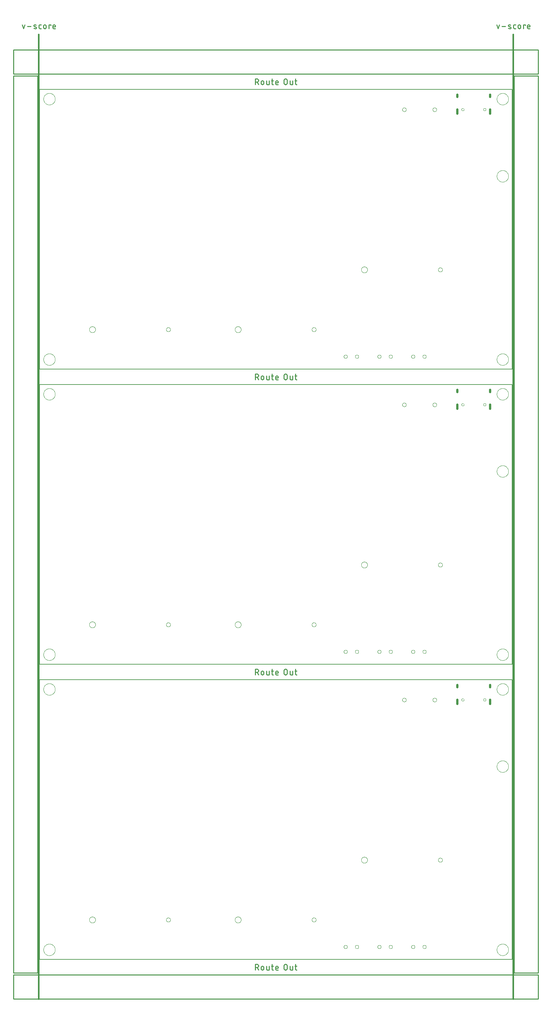
<source format=gko>
G04 EAGLE Gerber RS-274X export*
G75*
%MOMM*%
%FSLAX34Y34*%
%LPD*%
%IN*%
%IPPOS*%
%AMOC8*
5,1,8,0,0,1.08239X$1,22.5*%
G01*
%ADD10C,0.203200*%
%ADD11C,0.279400*%
%ADD12C,0.381000*%
%ADD13C,0.254000*%
%ADD14C,0.000000*%
%ADD15C,0.600000*%


D10*
X0Y736600D02*
X1244600Y736600D01*
X1244600Y0D02*
X0Y0D01*
X0Y736600D01*
X1244600Y736600D02*
X1244600Y0D01*
D11*
X567804Y-12827D02*
X567804Y-27813D01*
X567804Y-12827D02*
X571967Y-12827D01*
X572095Y-12829D01*
X572223Y-12835D01*
X572351Y-12845D01*
X572479Y-12859D01*
X572606Y-12876D01*
X572732Y-12898D01*
X572858Y-12923D01*
X572982Y-12953D01*
X573106Y-12986D01*
X573229Y-13023D01*
X573351Y-13064D01*
X573471Y-13108D01*
X573590Y-13156D01*
X573707Y-13208D01*
X573823Y-13263D01*
X573936Y-13322D01*
X574049Y-13385D01*
X574159Y-13451D01*
X574266Y-13520D01*
X574372Y-13592D01*
X574476Y-13668D01*
X574577Y-13747D01*
X574676Y-13829D01*
X574772Y-13914D01*
X574865Y-14001D01*
X574956Y-14092D01*
X575043Y-14185D01*
X575128Y-14281D01*
X575210Y-14380D01*
X575289Y-14481D01*
X575365Y-14585D01*
X575437Y-14691D01*
X575506Y-14798D01*
X575572Y-14909D01*
X575635Y-15021D01*
X575694Y-15134D01*
X575749Y-15250D01*
X575801Y-15367D01*
X575849Y-15486D01*
X575893Y-15606D01*
X575934Y-15728D01*
X575971Y-15851D01*
X576004Y-15975D01*
X576034Y-16099D01*
X576059Y-16225D01*
X576081Y-16351D01*
X576098Y-16478D01*
X576112Y-16606D01*
X576122Y-16734D01*
X576128Y-16862D01*
X576130Y-16990D01*
X576128Y-17118D01*
X576122Y-17246D01*
X576112Y-17374D01*
X576098Y-17502D01*
X576081Y-17629D01*
X576059Y-17755D01*
X576034Y-17881D01*
X576004Y-18005D01*
X575971Y-18129D01*
X575934Y-18252D01*
X575893Y-18374D01*
X575849Y-18494D01*
X575801Y-18613D01*
X575749Y-18730D01*
X575694Y-18846D01*
X575635Y-18959D01*
X575572Y-19072D01*
X575506Y-19182D01*
X575437Y-19289D01*
X575365Y-19395D01*
X575289Y-19499D01*
X575210Y-19600D01*
X575128Y-19699D01*
X575043Y-19795D01*
X574956Y-19888D01*
X574865Y-19979D01*
X574772Y-20066D01*
X574676Y-20151D01*
X574577Y-20233D01*
X574476Y-20312D01*
X574372Y-20388D01*
X574266Y-20460D01*
X574159Y-20529D01*
X574049Y-20595D01*
X573936Y-20658D01*
X573823Y-20717D01*
X573707Y-20772D01*
X573590Y-20824D01*
X573471Y-20872D01*
X573351Y-20916D01*
X573229Y-20957D01*
X573106Y-20994D01*
X572982Y-21027D01*
X572858Y-21057D01*
X572732Y-21082D01*
X572606Y-21104D01*
X572479Y-21121D01*
X572351Y-21135D01*
X572223Y-21145D01*
X572095Y-21151D01*
X571967Y-21153D01*
X567804Y-21153D01*
X572799Y-21153D02*
X576129Y-27813D01*
X583088Y-24483D02*
X583088Y-21153D01*
X583090Y-21039D01*
X583096Y-20926D01*
X583105Y-20812D01*
X583119Y-20700D01*
X583136Y-20587D01*
X583158Y-20475D01*
X583183Y-20365D01*
X583211Y-20255D01*
X583244Y-20146D01*
X583280Y-20038D01*
X583320Y-19931D01*
X583364Y-19826D01*
X583411Y-19723D01*
X583461Y-19621D01*
X583515Y-19521D01*
X583573Y-19423D01*
X583634Y-19327D01*
X583697Y-19233D01*
X583765Y-19141D01*
X583835Y-19051D01*
X583908Y-18965D01*
X583984Y-18880D01*
X584063Y-18798D01*
X584145Y-18719D01*
X584230Y-18643D01*
X584316Y-18570D01*
X584406Y-18500D01*
X584498Y-18432D01*
X584592Y-18369D01*
X584688Y-18308D01*
X584786Y-18250D01*
X584886Y-18196D01*
X584988Y-18146D01*
X585091Y-18099D01*
X585196Y-18055D01*
X585303Y-18015D01*
X585411Y-17979D01*
X585520Y-17946D01*
X585630Y-17918D01*
X585740Y-17893D01*
X585852Y-17871D01*
X585965Y-17854D01*
X586077Y-17840D01*
X586191Y-17831D01*
X586304Y-17825D01*
X586418Y-17823D01*
X586532Y-17825D01*
X586645Y-17831D01*
X586759Y-17840D01*
X586871Y-17854D01*
X586984Y-17871D01*
X587096Y-17893D01*
X587206Y-17918D01*
X587316Y-17946D01*
X587425Y-17979D01*
X587533Y-18015D01*
X587640Y-18055D01*
X587745Y-18099D01*
X587848Y-18146D01*
X587950Y-18196D01*
X588050Y-18250D01*
X588148Y-18308D01*
X588244Y-18369D01*
X588338Y-18432D01*
X588430Y-18500D01*
X588520Y-18570D01*
X588606Y-18643D01*
X588691Y-18719D01*
X588773Y-18798D01*
X588852Y-18880D01*
X588928Y-18965D01*
X589001Y-19051D01*
X589071Y-19141D01*
X589139Y-19233D01*
X589202Y-19327D01*
X589263Y-19423D01*
X589321Y-19521D01*
X589375Y-19621D01*
X589425Y-19723D01*
X589472Y-19826D01*
X589516Y-19931D01*
X589556Y-20038D01*
X589592Y-20146D01*
X589625Y-20255D01*
X589653Y-20365D01*
X589678Y-20475D01*
X589700Y-20587D01*
X589717Y-20700D01*
X589731Y-20812D01*
X589740Y-20926D01*
X589746Y-21039D01*
X589748Y-21153D01*
X589748Y-24483D01*
X589746Y-24597D01*
X589740Y-24710D01*
X589731Y-24824D01*
X589717Y-24936D01*
X589700Y-25049D01*
X589678Y-25161D01*
X589653Y-25271D01*
X589625Y-25381D01*
X589592Y-25490D01*
X589556Y-25598D01*
X589516Y-25705D01*
X589472Y-25810D01*
X589425Y-25913D01*
X589375Y-26015D01*
X589321Y-26115D01*
X589263Y-26213D01*
X589202Y-26309D01*
X589139Y-26403D01*
X589071Y-26495D01*
X589001Y-26585D01*
X588928Y-26671D01*
X588852Y-26756D01*
X588773Y-26838D01*
X588691Y-26917D01*
X588606Y-26993D01*
X588520Y-27066D01*
X588430Y-27136D01*
X588338Y-27204D01*
X588244Y-27267D01*
X588148Y-27328D01*
X588050Y-27386D01*
X587950Y-27440D01*
X587848Y-27490D01*
X587745Y-27537D01*
X587640Y-27581D01*
X587533Y-27621D01*
X587425Y-27657D01*
X587316Y-27690D01*
X587206Y-27718D01*
X587096Y-27743D01*
X586984Y-27765D01*
X586871Y-27782D01*
X586759Y-27796D01*
X586645Y-27805D01*
X586532Y-27811D01*
X586418Y-27813D01*
X586304Y-27811D01*
X586191Y-27805D01*
X586077Y-27796D01*
X585965Y-27782D01*
X585852Y-27765D01*
X585740Y-27743D01*
X585630Y-27718D01*
X585520Y-27690D01*
X585411Y-27657D01*
X585303Y-27621D01*
X585196Y-27581D01*
X585091Y-27537D01*
X584988Y-27490D01*
X584886Y-27440D01*
X584786Y-27386D01*
X584688Y-27328D01*
X584592Y-27267D01*
X584498Y-27204D01*
X584406Y-27136D01*
X584316Y-27066D01*
X584230Y-26993D01*
X584145Y-26917D01*
X584063Y-26838D01*
X583984Y-26756D01*
X583908Y-26671D01*
X583835Y-26585D01*
X583765Y-26495D01*
X583697Y-26403D01*
X583634Y-26309D01*
X583573Y-26213D01*
X583515Y-26115D01*
X583461Y-26015D01*
X583411Y-25913D01*
X583364Y-25810D01*
X583320Y-25705D01*
X583280Y-25598D01*
X583244Y-25490D01*
X583211Y-25381D01*
X583183Y-25271D01*
X583158Y-25161D01*
X583136Y-25049D01*
X583119Y-24936D01*
X583105Y-24824D01*
X583096Y-24710D01*
X583090Y-24597D01*
X583088Y-24483D01*
X597156Y-25315D02*
X597156Y-17822D01*
X597155Y-25315D02*
X597157Y-25413D01*
X597163Y-25511D01*
X597172Y-25609D01*
X597186Y-25706D01*
X597203Y-25802D01*
X597224Y-25898D01*
X597249Y-25993D01*
X597277Y-26087D01*
X597309Y-26180D01*
X597345Y-26271D01*
X597384Y-26361D01*
X597427Y-26449D01*
X597474Y-26536D01*
X597523Y-26620D01*
X597576Y-26703D01*
X597632Y-26783D01*
X597691Y-26862D01*
X597754Y-26937D01*
X597819Y-27011D01*
X597887Y-27081D01*
X597957Y-27149D01*
X598031Y-27215D01*
X598107Y-27277D01*
X598185Y-27336D01*
X598265Y-27392D01*
X598348Y-27445D01*
X598432Y-27495D01*
X598519Y-27541D01*
X598607Y-27584D01*
X598697Y-27623D01*
X598788Y-27659D01*
X598881Y-27691D01*
X598975Y-27719D01*
X599070Y-27744D01*
X599166Y-27765D01*
X599262Y-27782D01*
X599359Y-27796D01*
X599457Y-27805D01*
X599555Y-27811D01*
X599653Y-27813D01*
X603816Y-27813D01*
X603816Y-17822D01*
X609797Y-17822D02*
X614792Y-17822D01*
X611462Y-12827D02*
X611462Y-25315D01*
X611464Y-25413D01*
X611470Y-25511D01*
X611479Y-25609D01*
X611493Y-25706D01*
X611510Y-25802D01*
X611531Y-25898D01*
X611556Y-25993D01*
X611584Y-26087D01*
X611616Y-26180D01*
X611652Y-26271D01*
X611691Y-26361D01*
X611734Y-26449D01*
X611781Y-26536D01*
X611830Y-26620D01*
X611883Y-26703D01*
X611939Y-26783D01*
X611998Y-26862D01*
X612061Y-26937D01*
X612126Y-27011D01*
X612194Y-27081D01*
X612264Y-27149D01*
X612338Y-27215D01*
X612414Y-27277D01*
X612492Y-27336D01*
X612572Y-27392D01*
X612655Y-27445D01*
X612739Y-27495D01*
X612826Y-27541D01*
X612914Y-27584D01*
X613004Y-27623D01*
X613095Y-27659D01*
X613188Y-27691D01*
X613282Y-27719D01*
X613377Y-27744D01*
X613473Y-27765D01*
X613569Y-27782D01*
X613666Y-27796D01*
X613764Y-27805D01*
X613862Y-27811D01*
X613960Y-27813D01*
X614792Y-27813D01*
X623621Y-27813D02*
X627784Y-27813D01*
X623621Y-27813D02*
X623523Y-27811D01*
X623425Y-27805D01*
X623327Y-27796D01*
X623230Y-27782D01*
X623134Y-27765D01*
X623038Y-27744D01*
X622943Y-27719D01*
X622849Y-27691D01*
X622756Y-27659D01*
X622665Y-27623D01*
X622575Y-27584D01*
X622487Y-27541D01*
X622400Y-27494D01*
X622316Y-27445D01*
X622233Y-27392D01*
X622153Y-27336D01*
X622075Y-27277D01*
X621999Y-27215D01*
X621925Y-27149D01*
X621855Y-27081D01*
X621787Y-27011D01*
X621722Y-26937D01*
X621659Y-26862D01*
X621600Y-26783D01*
X621544Y-26703D01*
X621491Y-26620D01*
X621442Y-26536D01*
X621395Y-26449D01*
X621352Y-26361D01*
X621313Y-26271D01*
X621277Y-26180D01*
X621245Y-26087D01*
X621217Y-25993D01*
X621192Y-25898D01*
X621171Y-25802D01*
X621154Y-25706D01*
X621140Y-25609D01*
X621131Y-25511D01*
X621125Y-25413D01*
X621123Y-25315D01*
X621124Y-25315D02*
X621124Y-21153D01*
X621126Y-21039D01*
X621132Y-20926D01*
X621141Y-20812D01*
X621155Y-20700D01*
X621172Y-20587D01*
X621194Y-20475D01*
X621219Y-20365D01*
X621247Y-20255D01*
X621280Y-20146D01*
X621316Y-20038D01*
X621356Y-19931D01*
X621400Y-19826D01*
X621447Y-19723D01*
X621497Y-19621D01*
X621551Y-19521D01*
X621609Y-19423D01*
X621670Y-19327D01*
X621733Y-19233D01*
X621801Y-19141D01*
X621871Y-19051D01*
X621944Y-18965D01*
X622020Y-18880D01*
X622099Y-18798D01*
X622181Y-18719D01*
X622266Y-18643D01*
X622352Y-18570D01*
X622442Y-18500D01*
X622534Y-18432D01*
X622628Y-18369D01*
X622724Y-18308D01*
X622822Y-18250D01*
X622922Y-18196D01*
X623024Y-18146D01*
X623127Y-18099D01*
X623232Y-18055D01*
X623339Y-18015D01*
X623447Y-17979D01*
X623556Y-17946D01*
X623666Y-17918D01*
X623776Y-17893D01*
X623888Y-17871D01*
X624001Y-17854D01*
X624113Y-17840D01*
X624227Y-17831D01*
X624340Y-17825D01*
X624454Y-17823D01*
X624568Y-17825D01*
X624681Y-17831D01*
X624795Y-17840D01*
X624907Y-17854D01*
X625020Y-17871D01*
X625132Y-17893D01*
X625242Y-17918D01*
X625352Y-17946D01*
X625461Y-17979D01*
X625569Y-18015D01*
X625676Y-18055D01*
X625781Y-18099D01*
X625884Y-18146D01*
X625986Y-18196D01*
X626086Y-18250D01*
X626184Y-18308D01*
X626280Y-18369D01*
X626374Y-18432D01*
X626466Y-18500D01*
X626556Y-18570D01*
X626642Y-18643D01*
X626727Y-18719D01*
X626809Y-18798D01*
X626888Y-18880D01*
X626964Y-18965D01*
X627037Y-19051D01*
X627107Y-19141D01*
X627175Y-19233D01*
X627238Y-19327D01*
X627299Y-19423D01*
X627357Y-19521D01*
X627411Y-19621D01*
X627461Y-19723D01*
X627508Y-19826D01*
X627552Y-19931D01*
X627592Y-20038D01*
X627628Y-20146D01*
X627661Y-20255D01*
X627689Y-20365D01*
X627714Y-20475D01*
X627736Y-20587D01*
X627753Y-20700D01*
X627767Y-20812D01*
X627776Y-20926D01*
X627782Y-21039D01*
X627784Y-21153D01*
X627784Y-22818D01*
X621124Y-22818D01*
X643217Y-23650D02*
X643217Y-16990D01*
X643219Y-16862D01*
X643225Y-16734D01*
X643235Y-16606D01*
X643249Y-16478D01*
X643266Y-16351D01*
X643288Y-16225D01*
X643313Y-16099D01*
X643343Y-15975D01*
X643376Y-15851D01*
X643413Y-15728D01*
X643454Y-15606D01*
X643498Y-15486D01*
X643546Y-15367D01*
X643598Y-15250D01*
X643653Y-15134D01*
X643712Y-15021D01*
X643775Y-14908D01*
X643841Y-14798D01*
X643910Y-14691D01*
X643982Y-14585D01*
X644058Y-14481D01*
X644137Y-14380D01*
X644219Y-14281D01*
X644304Y-14185D01*
X644391Y-14092D01*
X644482Y-14001D01*
X644575Y-13914D01*
X644671Y-13829D01*
X644770Y-13747D01*
X644871Y-13668D01*
X644975Y-13592D01*
X645081Y-13520D01*
X645188Y-13451D01*
X645299Y-13385D01*
X645411Y-13322D01*
X645524Y-13263D01*
X645640Y-13208D01*
X645757Y-13156D01*
X645876Y-13108D01*
X645996Y-13064D01*
X646118Y-13023D01*
X646241Y-12986D01*
X646365Y-12953D01*
X646489Y-12923D01*
X646615Y-12898D01*
X646741Y-12876D01*
X646868Y-12859D01*
X646996Y-12845D01*
X647124Y-12835D01*
X647252Y-12829D01*
X647380Y-12827D01*
X647508Y-12829D01*
X647636Y-12835D01*
X647764Y-12845D01*
X647892Y-12859D01*
X648019Y-12876D01*
X648145Y-12898D01*
X648271Y-12923D01*
X648395Y-12953D01*
X648519Y-12986D01*
X648642Y-13023D01*
X648764Y-13064D01*
X648884Y-13108D01*
X649003Y-13156D01*
X649120Y-13208D01*
X649236Y-13263D01*
X649349Y-13322D01*
X649462Y-13385D01*
X649572Y-13451D01*
X649679Y-13520D01*
X649785Y-13592D01*
X649889Y-13668D01*
X649990Y-13747D01*
X650089Y-13829D01*
X650185Y-13914D01*
X650278Y-14001D01*
X650369Y-14092D01*
X650456Y-14185D01*
X650541Y-14281D01*
X650623Y-14380D01*
X650702Y-14481D01*
X650778Y-14585D01*
X650850Y-14691D01*
X650919Y-14798D01*
X650985Y-14909D01*
X651048Y-15021D01*
X651107Y-15134D01*
X651162Y-15250D01*
X651214Y-15367D01*
X651262Y-15486D01*
X651306Y-15606D01*
X651347Y-15728D01*
X651384Y-15851D01*
X651417Y-15975D01*
X651447Y-16099D01*
X651472Y-16225D01*
X651494Y-16351D01*
X651511Y-16478D01*
X651525Y-16606D01*
X651535Y-16734D01*
X651541Y-16862D01*
X651543Y-16990D01*
X651542Y-16990D02*
X651542Y-23650D01*
X651543Y-23650D02*
X651541Y-23778D01*
X651535Y-23906D01*
X651525Y-24034D01*
X651511Y-24162D01*
X651494Y-24289D01*
X651472Y-24415D01*
X651447Y-24541D01*
X651417Y-24665D01*
X651384Y-24789D01*
X651347Y-24912D01*
X651306Y-25034D01*
X651262Y-25154D01*
X651214Y-25273D01*
X651162Y-25390D01*
X651107Y-25506D01*
X651048Y-25619D01*
X650985Y-25732D01*
X650919Y-25842D01*
X650850Y-25949D01*
X650778Y-26055D01*
X650702Y-26159D01*
X650623Y-26260D01*
X650541Y-26359D01*
X650456Y-26455D01*
X650369Y-26548D01*
X650278Y-26639D01*
X650185Y-26726D01*
X650089Y-26811D01*
X649990Y-26893D01*
X649889Y-26972D01*
X649785Y-27048D01*
X649679Y-27120D01*
X649572Y-27189D01*
X649462Y-27255D01*
X649349Y-27318D01*
X649236Y-27377D01*
X649120Y-27432D01*
X649003Y-27484D01*
X648884Y-27532D01*
X648764Y-27576D01*
X648642Y-27617D01*
X648519Y-27654D01*
X648395Y-27687D01*
X648271Y-27717D01*
X648145Y-27742D01*
X648019Y-27764D01*
X647892Y-27781D01*
X647764Y-27795D01*
X647636Y-27805D01*
X647508Y-27811D01*
X647380Y-27813D01*
X647252Y-27811D01*
X647124Y-27805D01*
X646996Y-27795D01*
X646868Y-27781D01*
X646741Y-27764D01*
X646615Y-27742D01*
X646489Y-27717D01*
X646365Y-27687D01*
X646241Y-27654D01*
X646118Y-27617D01*
X645996Y-27576D01*
X645876Y-27532D01*
X645757Y-27484D01*
X645640Y-27432D01*
X645524Y-27377D01*
X645411Y-27318D01*
X645299Y-27255D01*
X645188Y-27189D01*
X645081Y-27120D01*
X644975Y-27048D01*
X644871Y-26972D01*
X644770Y-26893D01*
X644671Y-26811D01*
X644575Y-26726D01*
X644482Y-26639D01*
X644391Y-26548D01*
X644304Y-26455D01*
X644219Y-26359D01*
X644137Y-26260D01*
X644058Y-26159D01*
X643982Y-26055D01*
X643910Y-25949D01*
X643841Y-25842D01*
X643775Y-25731D01*
X643712Y-25619D01*
X643653Y-25506D01*
X643598Y-25390D01*
X643546Y-25273D01*
X643498Y-25154D01*
X643454Y-25034D01*
X643413Y-24912D01*
X643376Y-24789D01*
X643343Y-24665D01*
X643313Y-24541D01*
X643288Y-24415D01*
X643266Y-24289D01*
X643249Y-24162D01*
X643235Y-24034D01*
X643225Y-23906D01*
X643219Y-23778D01*
X643217Y-23650D01*
X659159Y-25315D02*
X659159Y-17822D01*
X659159Y-25315D02*
X659161Y-25413D01*
X659167Y-25511D01*
X659176Y-25609D01*
X659190Y-25706D01*
X659207Y-25802D01*
X659228Y-25898D01*
X659253Y-25993D01*
X659281Y-26087D01*
X659313Y-26180D01*
X659349Y-26271D01*
X659388Y-26361D01*
X659431Y-26449D01*
X659478Y-26536D01*
X659527Y-26620D01*
X659580Y-26703D01*
X659636Y-26783D01*
X659695Y-26862D01*
X659758Y-26937D01*
X659823Y-27011D01*
X659891Y-27081D01*
X659961Y-27149D01*
X660035Y-27215D01*
X660111Y-27277D01*
X660189Y-27336D01*
X660269Y-27392D01*
X660352Y-27445D01*
X660436Y-27495D01*
X660523Y-27541D01*
X660611Y-27584D01*
X660701Y-27623D01*
X660792Y-27659D01*
X660885Y-27691D01*
X660979Y-27719D01*
X661074Y-27744D01*
X661170Y-27765D01*
X661266Y-27782D01*
X661363Y-27796D01*
X661461Y-27805D01*
X661559Y-27811D01*
X661657Y-27813D01*
X665820Y-27813D01*
X665820Y-17822D01*
X671801Y-17822D02*
X676796Y-17822D01*
X673466Y-12827D02*
X673466Y-25315D01*
X673465Y-25315D02*
X673467Y-25413D01*
X673473Y-25511D01*
X673482Y-25609D01*
X673496Y-25706D01*
X673513Y-25802D01*
X673534Y-25898D01*
X673559Y-25993D01*
X673587Y-26087D01*
X673619Y-26180D01*
X673655Y-26271D01*
X673694Y-26361D01*
X673737Y-26449D01*
X673784Y-26536D01*
X673833Y-26620D01*
X673886Y-26703D01*
X673942Y-26783D01*
X674001Y-26862D01*
X674064Y-26937D01*
X674129Y-27011D01*
X674197Y-27081D01*
X674267Y-27149D01*
X674341Y-27215D01*
X674417Y-27277D01*
X674495Y-27336D01*
X674575Y-27392D01*
X674658Y-27445D01*
X674742Y-27495D01*
X674829Y-27541D01*
X674917Y-27584D01*
X675007Y-27623D01*
X675098Y-27659D01*
X675191Y-27691D01*
X675285Y-27719D01*
X675380Y-27744D01*
X675476Y-27765D01*
X675572Y-27782D01*
X675669Y-27796D01*
X675767Y-27805D01*
X675865Y-27811D01*
X675963Y-27813D01*
X675964Y-27813D02*
X676796Y-27813D01*
D10*
X1244600Y1513840D02*
X0Y1513840D01*
X0Y777240D02*
X1244600Y777240D01*
X0Y777240D02*
X0Y1513840D01*
X1244600Y1513840D02*
X1244600Y777240D01*
D11*
X567804Y764413D02*
X567804Y749427D01*
X567804Y764413D02*
X571967Y764413D01*
X572095Y764411D01*
X572223Y764405D01*
X572351Y764395D01*
X572479Y764381D01*
X572606Y764364D01*
X572732Y764342D01*
X572858Y764317D01*
X572982Y764287D01*
X573106Y764254D01*
X573229Y764217D01*
X573351Y764176D01*
X573471Y764132D01*
X573590Y764084D01*
X573707Y764032D01*
X573823Y763977D01*
X573936Y763918D01*
X574049Y763855D01*
X574159Y763789D01*
X574266Y763720D01*
X574372Y763648D01*
X574476Y763572D01*
X574577Y763493D01*
X574676Y763411D01*
X574772Y763326D01*
X574865Y763239D01*
X574956Y763148D01*
X575043Y763055D01*
X575128Y762959D01*
X575210Y762860D01*
X575289Y762759D01*
X575365Y762655D01*
X575437Y762549D01*
X575506Y762442D01*
X575572Y762332D01*
X575635Y762219D01*
X575694Y762106D01*
X575749Y761990D01*
X575801Y761873D01*
X575849Y761754D01*
X575893Y761634D01*
X575934Y761512D01*
X575971Y761389D01*
X576004Y761265D01*
X576034Y761141D01*
X576059Y761015D01*
X576081Y760889D01*
X576098Y760762D01*
X576112Y760634D01*
X576122Y760506D01*
X576128Y760378D01*
X576130Y760250D01*
X576128Y760122D01*
X576122Y759994D01*
X576112Y759866D01*
X576098Y759738D01*
X576081Y759611D01*
X576059Y759485D01*
X576034Y759359D01*
X576004Y759235D01*
X575971Y759111D01*
X575934Y758988D01*
X575893Y758866D01*
X575849Y758746D01*
X575801Y758627D01*
X575749Y758510D01*
X575694Y758394D01*
X575635Y758281D01*
X575572Y758169D01*
X575506Y758058D01*
X575437Y757951D01*
X575365Y757845D01*
X575289Y757741D01*
X575210Y757640D01*
X575128Y757541D01*
X575043Y757445D01*
X574956Y757352D01*
X574865Y757261D01*
X574772Y757174D01*
X574676Y757089D01*
X574577Y757007D01*
X574476Y756928D01*
X574372Y756852D01*
X574266Y756780D01*
X574159Y756711D01*
X574049Y756645D01*
X573936Y756582D01*
X573823Y756523D01*
X573707Y756468D01*
X573590Y756416D01*
X573471Y756368D01*
X573351Y756324D01*
X573229Y756283D01*
X573106Y756246D01*
X572982Y756213D01*
X572858Y756183D01*
X572732Y756158D01*
X572606Y756136D01*
X572479Y756119D01*
X572351Y756105D01*
X572223Y756095D01*
X572095Y756089D01*
X571967Y756087D01*
X567804Y756087D01*
X572799Y756087D02*
X576129Y749427D01*
X583088Y752757D02*
X583088Y756087D01*
X583090Y756201D01*
X583096Y756314D01*
X583105Y756428D01*
X583119Y756540D01*
X583136Y756653D01*
X583158Y756765D01*
X583183Y756875D01*
X583211Y756985D01*
X583244Y757094D01*
X583280Y757202D01*
X583320Y757309D01*
X583364Y757414D01*
X583411Y757517D01*
X583461Y757619D01*
X583515Y757719D01*
X583573Y757817D01*
X583634Y757913D01*
X583697Y758007D01*
X583765Y758099D01*
X583835Y758189D01*
X583908Y758275D01*
X583984Y758360D01*
X584063Y758442D01*
X584145Y758521D01*
X584230Y758597D01*
X584316Y758670D01*
X584406Y758740D01*
X584498Y758808D01*
X584592Y758871D01*
X584688Y758932D01*
X584786Y758990D01*
X584886Y759044D01*
X584988Y759094D01*
X585091Y759141D01*
X585196Y759185D01*
X585303Y759225D01*
X585411Y759261D01*
X585520Y759294D01*
X585630Y759322D01*
X585740Y759347D01*
X585852Y759369D01*
X585965Y759386D01*
X586077Y759400D01*
X586191Y759409D01*
X586304Y759415D01*
X586418Y759417D01*
X586532Y759415D01*
X586645Y759409D01*
X586759Y759400D01*
X586871Y759386D01*
X586984Y759369D01*
X587096Y759347D01*
X587206Y759322D01*
X587316Y759294D01*
X587425Y759261D01*
X587533Y759225D01*
X587640Y759185D01*
X587745Y759141D01*
X587848Y759094D01*
X587950Y759044D01*
X588050Y758990D01*
X588148Y758932D01*
X588244Y758871D01*
X588338Y758808D01*
X588430Y758740D01*
X588520Y758670D01*
X588606Y758597D01*
X588691Y758521D01*
X588773Y758442D01*
X588852Y758360D01*
X588928Y758275D01*
X589001Y758189D01*
X589071Y758099D01*
X589139Y758007D01*
X589202Y757913D01*
X589263Y757817D01*
X589321Y757719D01*
X589375Y757619D01*
X589425Y757517D01*
X589472Y757414D01*
X589516Y757309D01*
X589556Y757202D01*
X589592Y757094D01*
X589625Y756985D01*
X589653Y756875D01*
X589678Y756765D01*
X589700Y756653D01*
X589717Y756540D01*
X589731Y756428D01*
X589740Y756314D01*
X589746Y756201D01*
X589748Y756087D01*
X589748Y752757D01*
X589746Y752643D01*
X589740Y752530D01*
X589731Y752416D01*
X589717Y752304D01*
X589700Y752191D01*
X589678Y752079D01*
X589653Y751969D01*
X589625Y751859D01*
X589592Y751750D01*
X589556Y751642D01*
X589516Y751535D01*
X589472Y751430D01*
X589425Y751327D01*
X589375Y751225D01*
X589321Y751125D01*
X589263Y751027D01*
X589202Y750931D01*
X589139Y750837D01*
X589071Y750745D01*
X589001Y750655D01*
X588928Y750569D01*
X588852Y750484D01*
X588773Y750402D01*
X588691Y750323D01*
X588606Y750247D01*
X588520Y750174D01*
X588430Y750104D01*
X588338Y750036D01*
X588244Y749973D01*
X588148Y749912D01*
X588050Y749854D01*
X587950Y749800D01*
X587848Y749750D01*
X587745Y749703D01*
X587640Y749659D01*
X587533Y749619D01*
X587425Y749583D01*
X587316Y749550D01*
X587206Y749522D01*
X587096Y749497D01*
X586984Y749475D01*
X586871Y749458D01*
X586759Y749444D01*
X586645Y749435D01*
X586532Y749429D01*
X586418Y749427D01*
X586304Y749429D01*
X586191Y749435D01*
X586077Y749444D01*
X585965Y749458D01*
X585852Y749475D01*
X585740Y749497D01*
X585630Y749522D01*
X585520Y749550D01*
X585411Y749583D01*
X585303Y749619D01*
X585196Y749659D01*
X585091Y749703D01*
X584988Y749750D01*
X584886Y749800D01*
X584786Y749854D01*
X584688Y749912D01*
X584592Y749973D01*
X584498Y750036D01*
X584406Y750104D01*
X584316Y750174D01*
X584230Y750247D01*
X584145Y750323D01*
X584063Y750402D01*
X583984Y750484D01*
X583908Y750569D01*
X583835Y750655D01*
X583765Y750745D01*
X583697Y750837D01*
X583634Y750931D01*
X583573Y751027D01*
X583515Y751125D01*
X583461Y751225D01*
X583411Y751327D01*
X583364Y751430D01*
X583320Y751535D01*
X583280Y751642D01*
X583244Y751750D01*
X583211Y751859D01*
X583183Y751969D01*
X583158Y752079D01*
X583136Y752191D01*
X583119Y752304D01*
X583105Y752416D01*
X583096Y752530D01*
X583090Y752643D01*
X583088Y752757D01*
X597156Y751925D02*
X597156Y759418D01*
X597155Y751925D02*
X597157Y751827D01*
X597163Y751729D01*
X597172Y751631D01*
X597186Y751534D01*
X597203Y751438D01*
X597224Y751342D01*
X597249Y751247D01*
X597277Y751153D01*
X597309Y751060D01*
X597345Y750969D01*
X597384Y750879D01*
X597427Y750791D01*
X597474Y750704D01*
X597523Y750620D01*
X597576Y750537D01*
X597632Y750457D01*
X597691Y750379D01*
X597754Y750303D01*
X597819Y750229D01*
X597887Y750159D01*
X597957Y750091D01*
X598031Y750026D01*
X598107Y749963D01*
X598185Y749904D01*
X598265Y749848D01*
X598348Y749795D01*
X598432Y749746D01*
X598519Y749699D01*
X598607Y749656D01*
X598697Y749617D01*
X598788Y749581D01*
X598881Y749549D01*
X598975Y749521D01*
X599070Y749496D01*
X599166Y749475D01*
X599262Y749458D01*
X599359Y749444D01*
X599457Y749435D01*
X599555Y749429D01*
X599653Y749427D01*
X603816Y749427D01*
X603816Y759418D01*
X609797Y759418D02*
X614792Y759418D01*
X611462Y764413D02*
X611462Y751925D01*
X611464Y751827D01*
X611470Y751729D01*
X611479Y751631D01*
X611493Y751534D01*
X611510Y751438D01*
X611531Y751342D01*
X611556Y751247D01*
X611584Y751153D01*
X611616Y751060D01*
X611652Y750969D01*
X611691Y750879D01*
X611734Y750791D01*
X611781Y750704D01*
X611830Y750620D01*
X611883Y750537D01*
X611939Y750457D01*
X611998Y750379D01*
X612061Y750303D01*
X612126Y750229D01*
X612194Y750159D01*
X612264Y750091D01*
X612338Y750026D01*
X612414Y749963D01*
X612492Y749904D01*
X612572Y749848D01*
X612655Y749795D01*
X612739Y749746D01*
X612826Y749699D01*
X612914Y749656D01*
X613004Y749617D01*
X613095Y749581D01*
X613188Y749549D01*
X613282Y749521D01*
X613377Y749496D01*
X613473Y749475D01*
X613569Y749458D01*
X613666Y749444D01*
X613764Y749435D01*
X613862Y749429D01*
X613960Y749427D01*
X614792Y749427D01*
X623621Y749427D02*
X627784Y749427D01*
X623621Y749427D02*
X623523Y749429D01*
X623425Y749435D01*
X623327Y749444D01*
X623230Y749458D01*
X623134Y749475D01*
X623038Y749496D01*
X622943Y749521D01*
X622849Y749549D01*
X622756Y749581D01*
X622665Y749617D01*
X622575Y749656D01*
X622487Y749699D01*
X622400Y749746D01*
X622316Y749795D01*
X622233Y749848D01*
X622153Y749904D01*
X622075Y749963D01*
X621999Y750026D01*
X621925Y750091D01*
X621855Y750159D01*
X621787Y750229D01*
X621722Y750303D01*
X621659Y750379D01*
X621600Y750457D01*
X621544Y750537D01*
X621491Y750620D01*
X621442Y750704D01*
X621395Y750791D01*
X621352Y750879D01*
X621313Y750969D01*
X621277Y751060D01*
X621245Y751153D01*
X621217Y751247D01*
X621192Y751342D01*
X621171Y751438D01*
X621154Y751534D01*
X621140Y751631D01*
X621131Y751729D01*
X621125Y751827D01*
X621123Y751925D01*
X621124Y751925D02*
X621124Y756087D01*
X621126Y756201D01*
X621132Y756314D01*
X621141Y756428D01*
X621155Y756540D01*
X621172Y756653D01*
X621194Y756765D01*
X621219Y756875D01*
X621247Y756985D01*
X621280Y757094D01*
X621316Y757202D01*
X621356Y757309D01*
X621400Y757414D01*
X621447Y757517D01*
X621497Y757619D01*
X621551Y757719D01*
X621609Y757817D01*
X621670Y757913D01*
X621733Y758007D01*
X621801Y758099D01*
X621871Y758189D01*
X621944Y758275D01*
X622020Y758360D01*
X622099Y758442D01*
X622181Y758521D01*
X622266Y758597D01*
X622352Y758670D01*
X622442Y758740D01*
X622534Y758808D01*
X622628Y758871D01*
X622724Y758932D01*
X622822Y758990D01*
X622922Y759044D01*
X623024Y759094D01*
X623127Y759141D01*
X623232Y759185D01*
X623339Y759225D01*
X623447Y759261D01*
X623556Y759294D01*
X623666Y759322D01*
X623776Y759347D01*
X623888Y759369D01*
X624001Y759386D01*
X624113Y759400D01*
X624227Y759409D01*
X624340Y759415D01*
X624454Y759417D01*
X624568Y759415D01*
X624681Y759409D01*
X624795Y759400D01*
X624907Y759386D01*
X625020Y759369D01*
X625132Y759347D01*
X625242Y759322D01*
X625352Y759294D01*
X625461Y759261D01*
X625569Y759225D01*
X625676Y759185D01*
X625781Y759141D01*
X625884Y759094D01*
X625986Y759044D01*
X626086Y758990D01*
X626184Y758932D01*
X626280Y758871D01*
X626374Y758808D01*
X626466Y758740D01*
X626556Y758670D01*
X626642Y758597D01*
X626727Y758521D01*
X626809Y758442D01*
X626888Y758360D01*
X626964Y758275D01*
X627037Y758189D01*
X627107Y758099D01*
X627175Y758007D01*
X627238Y757913D01*
X627299Y757817D01*
X627357Y757719D01*
X627411Y757619D01*
X627461Y757517D01*
X627508Y757414D01*
X627552Y757309D01*
X627592Y757202D01*
X627628Y757094D01*
X627661Y756985D01*
X627689Y756875D01*
X627714Y756765D01*
X627736Y756653D01*
X627753Y756540D01*
X627767Y756428D01*
X627776Y756314D01*
X627782Y756201D01*
X627784Y756087D01*
X627784Y754422D01*
X621124Y754422D01*
X643217Y753590D02*
X643217Y760250D01*
X643219Y760378D01*
X643225Y760506D01*
X643235Y760634D01*
X643249Y760762D01*
X643266Y760889D01*
X643288Y761015D01*
X643313Y761141D01*
X643343Y761265D01*
X643376Y761389D01*
X643413Y761512D01*
X643454Y761634D01*
X643498Y761754D01*
X643546Y761873D01*
X643598Y761990D01*
X643653Y762106D01*
X643712Y762219D01*
X643775Y762332D01*
X643841Y762442D01*
X643910Y762549D01*
X643982Y762655D01*
X644058Y762759D01*
X644137Y762860D01*
X644219Y762959D01*
X644304Y763055D01*
X644391Y763148D01*
X644482Y763239D01*
X644575Y763326D01*
X644671Y763411D01*
X644770Y763493D01*
X644871Y763572D01*
X644975Y763648D01*
X645081Y763720D01*
X645188Y763789D01*
X645299Y763855D01*
X645411Y763918D01*
X645524Y763977D01*
X645640Y764032D01*
X645757Y764084D01*
X645876Y764132D01*
X645996Y764176D01*
X646118Y764217D01*
X646241Y764254D01*
X646365Y764287D01*
X646489Y764317D01*
X646615Y764342D01*
X646741Y764364D01*
X646868Y764381D01*
X646996Y764395D01*
X647124Y764405D01*
X647252Y764411D01*
X647380Y764413D01*
X647508Y764411D01*
X647636Y764405D01*
X647764Y764395D01*
X647892Y764381D01*
X648019Y764364D01*
X648145Y764342D01*
X648271Y764317D01*
X648395Y764287D01*
X648519Y764254D01*
X648642Y764217D01*
X648764Y764176D01*
X648884Y764132D01*
X649003Y764084D01*
X649120Y764032D01*
X649236Y763977D01*
X649349Y763918D01*
X649462Y763855D01*
X649572Y763789D01*
X649679Y763720D01*
X649785Y763648D01*
X649889Y763572D01*
X649990Y763493D01*
X650089Y763411D01*
X650185Y763326D01*
X650278Y763239D01*
X650369Y763148D01*
X650456Y763055D01*
X650541Y762959D01*
X650623Y762860D01*
X650702Y762759D01*
X650778Y762655D01*
X650850Y762549D01*
X650919Y762442D01*
X650985Y762332D01*
X651048Y762219D01*
X651107Y762106D01*
X651162Y761990D01*
X651214Y761873D01*
X651262Y761754D01*
X651306Y761634D01*
X651347Y761512D01*
X651384Y761389D01*
X651417Y761265D01*
X651447Y761141D01*
X651472Y761015D01*
X651494Y760889D01*
X651511Y760762D01*
X651525Y760634D01*
X651535Y760506D01*
X651541Y760378D01*
X651543Y760250D01*
X651542Y760250D02*
X651542Y753590D01*
X651543Y753590D02*
X651541Y753462D01*
X651535Y753334D01*
X651525Y753206D01*
X651511Y753078D01*
X651494Y752951D01*
X651472Y752825D01*
X651447Y752699D01*
X651417Y752575D01*
X651384Y752451D01*
X651347Y752328D01*
X651306Y752206D01*
X651262Y752086D01*
X651214Y751967D01*
X651162Y751850D01*
X651107Y751734D01*
X651048Y751621D01*
X650985Y751509D01*
X650919Y751398D01*
X650850Y751291D01*
X650778Y751185D01*
X650702Y751081D01*
X650623Y750980D01*
X650541Y750881D01*
X650456Y750785D01*
X650369Y750692D01*
X650278Y750601D01*
X650185Y750514D01*
X650089Y750429D01*
X649990Y750347D01*
X649889Y750268D01*
X649785Y750192D01*
X649679Y750120D01*
X649572Y750051D01*
X649462Y749985D01*
X649349Y749922D01*
X649236Y749863D01*
X649120Y749808D01*
X649003Y749756D01*
X648884Y749708D01*
X648764Y749664D01*
X648642Y749623D01*
X648519Y749586D01*
X648395Y749553D01*
X648271Y749523D01*
X648145Y749498D01*
X648019Y749476D01*
X647892Y749459D01*
X647764Y749445D01*
X647636Y749435D01*
X647508Y749429D01*
X647380Y749427D01*
X647252Y749429D01*
X647124Y749435D01*
X646996Y749445D01*
X646868Y749459D01*
X646741Y749476D01*
X646615Y749498D01*
X646489Y749523D01*
X646365Y749553D01*
X646241Y749586D01*
X646118Y749623D01*
X645996Y749664D01*
X645876Y749708D01*
X645757Y749756D01*
X645640Y749808D01*
X645524Y749863D01*
X645411Y749922D01*
X645299Y749985D01*
X645188Y750051D01*
X645081Y750120D01*
X644975Y750192D01*
X644871Y750268D01*
X644770Y750347D01*
X644671Y750429D01*
X644575Y750514D01*
X644482Y750601D01*
X644391Y750692D01*
X644304Y750785D01*
X644219Y750881D01*
X644137Y750980D01*
X644058Y751081D01*
X643982Y751185D01*
X643910Y751291D01*
X643841Y751398D01*
X643775Y751509D01*
X643712Y751621D01*
X643653Y751734D01*
X643598Y751850D01*
X643546Y751967D01*
X643498Y752086D01*
X643454Y752206D01*
X643413Y752328D01*
X643376Y752451D01*
X643343Y752575D01*
X643313Y752699D01*
X643288Y752825D01*
X643266Y752951D01*
X643249Y753078D01*
X643235Y753206D01*
X643225Y753334D01*
X643219Y753462D01*
X643217Y753590D01*
X659159Y751925D02*
X659159Y759418D01*
X659159Y751925D02*
X659161Y751827D01*
X659167Y751729D01*
X659176Y751631D01*
X659190Y751534D01*
X659207Y751438D01*
X659228Y751342D01*
X659253Y751247D01*
X659281Y751153D01*
X659313Y751060D01*
X659349Y750969D01*
X659388Y750879D01*
X659431Y750791D01*
X659478Y750704D01*
X659527Y750620D01*
X659580Y750537D01*
X659636Y750457D01*
X659695Y750379D01*
X659758Y750303D01*
X659823Y750229D01*
X659891Y750159D01*
X659961Y750091D01*
X660035Y750026D01*
X660111Y749963D01*
X660189Y749904D01*
X660269Y749848D01*
X660352Y749795D01*
X660436Y749746D01*
X660523Y749699D01*
X660611Y749656D01*
X660701Y749617D01*
X660792Y749581D01*
X660885Y749549D01*
X660979Y749521D01*
X661074Y749496D01*
X661170Y749475D01*
X661266Y749458D01*
X661363Y749444D01*
X661461Y749435D01*
X661559Y749429D01*
X661657Y749427D01*
X665820Y749427D01*
X665820Y759418D01*
X671801Y759418D02*
X676796Y759418D01*
X673466Y764413D02*
X673466Y751925D01*
X673468Y751827D01*
X673474Y751729D01*
X673483Y751631D01*
X673497Y751534D01*
X673514Y751438D01*
X673535Y751342D01*
X673560Y751247D01*
X673588Y751153D01*
X673620Y751060D01*
X673656Y750969D01*
X673695Y750879D01*
X673738Y750791D01*
X673785Y750704D01*
X673834Y750620D01*
X673887Y750537D01*
X673943Y750457D01*
X674002Y750379D01*
X674065Y750303D01*
X674130Y750229D01*
X674198Y750159D01*
X674268Y750091D01*
X674342Y750026D01*
X674418Y749963D01*
X674496Y749904D01*
X674576Y749848D01*
X674659Y749795D01*
X674743Y749746D01*
X674830Y749699D01*
X674918Y749656D01*
X675008Y749617D01*
X675099Y749581D01*
X675192Y749549D01*
X675286Y749521D01*
X675381Y749496D01*
X675477Y749475D01*
X675573Y749458D01*
X675670Y749444D01*
X675768Y749435D01*
X675866Y749429D01*
X675964Y749427D01*
X676796Y749427D01*
D10*
X1244600Y2291080D02*
X0Y2291080D01*
X0Y1554480D02*
X1244600Y1554480D01*
X0Y1554480D02*
X0Y2291080D01*
X1244600Y2291080D02*
X1244600Y1554480D01*
D11*
X567804Y1541653D02*
X567804Y1526667D01*
X567804Y1541653D02*
X571967Y1541653D01*
X572095Y1541651D01*
X572223Y1541645D01*
X572351Y1541635D01*
X572479Y1541621D01*
X572606Y1541604D01*
X572732Y1541582D01*
X572858Y1541557D01*
X572982Y1541527D01*
X573106Y1541494D01*
X573229Y1541457D01*
X573351Y1541416D01*
X573471Y1541372D01*
X573590Y1541324D01*
X573707Y1541272D01*
X573823Y1541217D01*
X573936Y1541158D01*
X574049Y1541095D01*
X574159Y1541029D01*
X574266Y1540960D01*
X574372Y1540888D01*
X574476Y1540812D01*
X574577Y1540733D01*
X574676Y1540651D01*
X574772Y1540566D01*
X574865Y1540479D01*
X574956Y1540388D01*
X575043Y1540295D01*
X575128Y1540199D01*
X575210Y1540100D01*
X575289Y1539999D01*
X575365Y1539895D01*
X575437Y1539789D01*
X575506Y1539682D01*
X575572Y1539572D01*
X575635Y1539459D01*
X575694Y1539346D01*
X575749Y1539230D01*
X575801Y1539113D01*
X575849Y1538994D01*
X575893Y1538874D01*
X575934Y1538752D01*
X575971Y1538629D01*
X576004Y1538505D01*
X576034Y1538381D01*
X576059Y1538255D01*
X576081Y1538129D01*
X576098Y1538002D01*
X576112Y1537874D01*
X576122Y1537746D01*
X576128Y1537618D01*
X576130Y1537490D01*
X576128Y1537362D01*
X576122Y1537234D01*
X576112Y1537106D01*
X576098Y1536978D01*
X576081Y1536851D01*
X576059Y1536725D01*
X576034Y1536599D01*
X576004Y1536475D01*
X575971Y1536351D01*
X575934Y1536228D01*
X575893Y1536106D01*
X575849Y1535986D01*
X575801Y1535867D01*
X575749Y1535750D01*
X575694Y1535634D01*
X575635Y1535521D01*
X575572Y1535409D01*
X575506Y1535298D01*
X575437Y1535191D01*
X575365Y1535085D01*
X575289Y1534981D01*
X575210Y1534880D01*
X575128Y1534781D01*
X575043Y1534685D01*
X574956Y1534592D01*
X574865Y1534501D01*
X574772Y1534414D01*
X574676Y1534329D01*
X574577Y1534247D01*
X574476Y1534168D01*
X574372Y1534092D01*
X574266Y1534020D01*
X574159Y1533951D01*
X574049Y1533885D01*
X573936Y1533822D01*
X573823Y1533763D01*
X573707Y1533708D01*
X573590Y1533656D01*
X573471Y1533608D01*
X573351Y1533564D01*
X573229Y1533523D01*
X573106Y1533486D01*
X572982Y1533453D01*
X572858Y1533423D01*
X572732Y1533398D01*
X572606Y1533376D01*
X572479Y1533359D01*
X572351Y1533345D01*
X572223Y1533335D01*
X572095Y1533329D01*
X571967Y1533327D01*
X567804Y1533327D01*
X572799Y1533327D02*
X576129Y1526667D01*
X583088Y1529997D02*
X583088Y1533327D01*
X583090Y1533441D01*
X583096Y1533554D01*
X583105Y1533668D01*
X583119Y1533780D01*
X583136Y1533893D01*
X583158Y1534005D01*
X583183Y1534115D01*
X583211Y1534225D01*
X583244Y1534334D01*
X583280Y1534442D01*
X583320Y1534549D01*
X583364Y1534654D01*
X583411Y1534757D01*
X583461Y1534859D01*
X583515Y1534959D01*
X583573Y1535057D01*
X583634Y1535153D01*
X583697Y1535247D01*
X583765Y1535339D01*
X583835Y1535429D01*
X583908Y1535515D01*
X583984Y1535600D01*
X584063Y1535682D01*
X584145Y1535761D01*
X584230Y1535837D01*
X584316Y1535910D01*
X584406Y1535980D01*
X584498Y1536048D01*
X584592Y1536111D01*
X584688Y1536172D01*
X584786Y1536230D01*
X584886Y1536284D01*
X584988Y1536334D01*
X585091Y1536381D01*
X585196Y1536425D01*
X585303Y1536465D01*
X585411Y1536501D01*
X585520Y1536534D01*
X585630Y1536562D01*
X585740Y1536587D01*
X585852Y1536609D01*
X585965Y1536626D01*
X586077Y1536640D01*
X586191Y1536649D01*
X586304Y1536655D01*
X586418Y1536657D01*
X586532Y1536655D01*
X586645Y1536649D01*
X586759Y1536640D01*
X586871Y1536626D01*
X586984Y1536609D01*
X587096Y1536587D01*
X587206Y1536562D01*
X587316Y1536534D01*
X587425Y1536501D01*
X587533Y1536465D01*
X587640Y1536425D01*
X587745Y1536381D01*
X587848Y1536334D01*
X587950Y1536284D01*
X588050Y1536230D01*
X588148Y1536172D01*
X588244Y1536111D01*
X588338Y1536048D01*
X588430Y1535980D01*
X588520Y1535910D01*
X588606Y1535837D01*
X588691Y1535761D01*
X588773Y1535682D01*
X588852Y1535600D01*
X588928Y1535515D01*
X589001Y1535429D01*
X589071Y1535339D01*
X589139Y1535247D01*
X589202Y1535153D01*
X589263Y1535057D01*
X589321Y1534959D01*
X589375Y1534859D01*
X589425Y1534757D01*
X589472Y1534654D01*
X589516Y1534549D01*
X589556Y1534442D01*
X589592Y1534334D01*
X589625Y1534225D01*
X589653Y1534115D01*
X589678Y1534005D01*
X589700Y1533893D01*
X589717Y1533780D01*
X589731Y1533668D01*
X589740Y1533554D01*
X589746Y1533441D01*
X589748Y1533327D01*
X589748Y1529997D01*
X589746Y1529883D01*
X589740Y1529770D01*
X589731Y1529656D01*
X589717Y1529544D01*
X589700Y1529431D01*
X589678Y1529319D01*
X589653Y1529209D01*
X589625Y1529099D01*
X589592Y1528990D01*
X589556Y1528882D01*
X589516Y1528775D01*
X589472Y1528670D01*
X589425Y1528567D01*
X589375Y1528465D01*
X589321Y1528365D01*
X589263Y1528267D01*
X589202Y1528171D01*
X589139Y1528077D01*
X589071Y1527985D01*
X589001Y1527895D01*
X588928Y1527809D01*
X588852Y1527724D01*
X588773Y1527642D01*
X588691Y1527563D01*
X588606Y1527487D01*
X588520Y1527414D01*
X588430Y1527344D01*
X588338Y1527276D01*
X588244Y1527213D01*
X588148Y1527152D01*
X588050Y1527094D01*
X587950Y1527040D01*
X587848Y1526990D01*
X587745Y1526943D01*
X587640Y1526899D01*
X587533Y1526859D01*
X587425Y1526823D01*
X587316Y1526790D01*
X587206Y1526762D01*
X587096Y1526737D01*
X586984Y1526715D01*
X586871Y1526698D01*
X586759Y1526684D01*
X586645Y1526675D01*
X586532Y1526669D01*
X586418Y1526667D01*
X586304Y1526669D01*
X586191Y1526675D01*
X586077Y1526684D01*
X585965Y1526698D01*
X585852Y1526715D01*
X585740Y1526737D01*
X585630Y1526762D01*
X585520Y1526790D01*
X585411Y1526823D01*
X585303Y1526859D01*
X585196Y1526899D01*
X585091Y1526943D01*
X584988Y1526990D01*
X584886Y1527040D01*
X584786Y1527094D01*
X584688Y1527152D01*
X584592Y1527213D01*
X584498Y1527276D01*
X584406Y1527344D01*
X584316Y1527414D01*
X584230Y1527487D01*
X584145Y1527563D01*
X584063Y1527642D01*
X583984Y1527724D01*
X583908Y1527809D01*
X583835Y1527895D01*
X583765Y1527985D01*
X583697Y1528077D01*
X583634Y1528171D01*
X583573Y1528267D01*
X583515Y1528365D01*
X583461Y1528465D01*
X583411Y1528567D01*
X583364Y1528670D01*
X583320Y1528775D01*
X583280Y1528882D01*
X583244Y1528990D01*
X583211Y1529099D01*
X583183Y1529209D01*
X583158Y1529319D01*
X583136Y1529431D01*
X583119Y1529544D01*
X583105Y1529656D01*
X583096Y1529770D01*
X583090Y1529883D01*
X583088Y1529997D01*
X597156Y1529165D02*
X597156Y1536658D01*
X597155Y1529165D02*
X597157Y1529067D01*
X597163Y1528969D01*
X597172Y1528871D01*
X597186Y1528774D01*
X597203Y1528678D01*
X597224Y1528582D01*
X597249Y1528487D01*
X597277Y1528393D01*
X597309Y1528300D01*
X597345Y1528209D01*
X597384Y1528119D01*
X597427Y1528031D01*
X597474Y1527944D01*
X597523Y1527860D01*
X597576Y1527777D01*
X597632Y1527697D01*
X597691Y1527619D01*
X597754Y1527543D01*
X597819Y1527469D01*
X597887Y1527399D01*
X597957Y1527331D01*
X598031Y1527266D01*
X598107Y1527203D01*
X598185Y1527144D01*
X598265Y1527088D01*
X598348Y1527035D01*
X598432Y1526986D01*
X598519Y1526939D01*
X598607Y1526896D01*
X598697Y1526857D01*
X598788Y1526821D01*
X598881Y1526789D01*
X598975Y1526761D01*
X599070Y1526736D01*
X599166Y1526715D01*
X599262Y1526698D01*
X599359Y1526684D01*
X599457Y1526675D01*
X599555Y1526669D01*
X599653Y1526667D01*
X603816Y1526667D01*
X603816Y1536658D01*
X609797Y1536658D02*
X614792Y1536658D01*
X611462Y1541653D02*
X611462Y1529165D01*
X611464Y1529067D01*
X611470Y1528969D01*
X611479Y1528871D01*
X611493Y1528774D01*
X611510Y1528678D01*
X611531Y1528582D01*
X611556Y1528487D01*
X611584Y1528393D01*
X611616Y1528300D01*
X611652Y1528209D01*
X611691Y1528119D01*
X611734Y1528031D01*
X611781Y1527944D01*
X611830Y1527860D01*
X611883Y1527777D01*
X611939Y1527697D01*
X611998Y1527619D01*
X612061Y1527543D01*
X612126Y1527469D01*
X612194Y1527399D01*
X612264Y1527331D01*
X612338Y1527266D01*
X612414Y1527203D01*
X612492Y1527144D01*
X612572Y1527088D01*
X612655Y1527035D01*
X612739Y1526986D01*
X612826Y1526939D01*
X612914Y1526896D01*
X613004Y1526857D01*
X613095Y1526821D01*
X613188Y1526789D01*
X613282Y1526761D01*
X613377Y1526736D01*
X613473Y1526715D01*
X613569Y1526698D01*
X613666Y1526684D01*
X613764Y1526675D01*
X613862Y1526669D01*
X613960Y1526667D01*
X614792Y1526667D01*
X623621Y1526667D02*
X627784Y1526667D01*
X623621Y1526667D02*
X623523Y1526669D01*
X623425Y1526675D01*
X623327Y1526684D01*
X623230Y1526698D01*
X623134Y1526715D01*
X623038Y1526736D01*
X622943Y1526761D01*
X622849Y1526789D01*
X622756Y1526821D01*
X622665Y1526857D01*
X622575Y1526896D01*
X622487Y1526939D01*
X622400Y1526986D01*
X622316Y1527035D01*
X622233Y1527088D01*
X622153Y1527144D01*
X622075Y1527203D01*
X621999Y1527266D01*
X621925Y1527331D01*
X621855Y1527399D01*
X621787Y1527469D01*
X621722Y1527543D01*
X621659Y1527619D01*
X621600Y1527697D01*
X621544Y1527777D01*
X621491Y1527860D01*
X621442Y1527944D01*
X621395Y1528031D01*
X621352Y1528119D01*
X621313Y1528209D01*
X621277Y1528300D01*
X621245Y1528393D01*
X621217Y1528487D01*
X621192Y1528582D01*
X621171Y1528678D01*
X621154Y1528774D01*
X621140Y1528871D01*
X621131Y1528969D01*
X621125Y1529067D01*
X621123Y1529165D01*
X621124Y1529165D02*
X621124Y1533327D01*
X621126Y1533441D01*
X621132Y1533554D01*
X621141Y1533668D01*
X621155Y1533780D01*
X621172Y1533893D01*
X621194Y1534005D01*
X621219Y1534115D01*
X621247Y1534225D01*
X621280Y1534334D01*
X621316Y1534442D01*
X621356Y1534549D01*
X621400Y1534654D01*
X621447Y1534757D01*
X621497Y1534859D01*
X621551Y1534959D01*
X621609Y1535057D01*
X621670Y1535153D01*
X621733Y1535247D01*
X621801Y1535339D01*
X621871Y1535429D01*
X621944Y1535515D01*
X622020Y1535600D01*
X622099Y1535682D01*
X622181Y1535761D01*
X622266Y1535837D01*
X622352Y1535910D01*
X622442Y1535980D01*
X622534Y1536048D01*
X622628Y1536111D01*
X622724Y1536172D01*
X622822Y1536230D01*
X622922Y1536284D01*
X623024Y1536334D01*
X623127Y1536381D01*
X623232Y1536425D01*
X623339Y1536465D01*
X623447Y1536501D01*
X623556Y1536534D01*
X623666Y1536562D01*
X623776Y1536587D01*
X623888Y1536609D01*
X624001Y1536626D01*
X624113Y1536640D01*
X624227Y1536649D01*
X624340Y1536655D01*
X624454Y1536657D01*
X624568Y1536655D01*
X624681Y1536649D01*
X624795Y1536640D01*
X624907Y1536626D01*
X625020Y1536609D01*
X625132Y1536587D01*
X625242Y1536562D01*
X625352Y1536534D01*
X625461Y1536501D01*
X625569Y1536465D01*
X625676Y1536425D01*
X625781Y1536381D01*
X625884Y1536334D01*
X625986Y1536284D01*
X626086Y1536230D01*
X626184Y1536172D01*
X626280Y1536111D01*
X626374Y1536048D01*
X626466Y1535980D01*
X626556Y1535910D01*
X626642Y1535837D01*
X626727Y1535761D01*
X626809Y1535682D01*
X626888Y1535600D01*
X626964Y1535515D01*
X627037Y1535429D01*
X627107Y1535339D01*
X627175Y1535247D01*
X627238Y1535153D01*
X627299Y1535057D01*
X627357Y1534959D01*
X627411Y1534859D01*
X627461Y1534757D01*
X627508Y1534654D01*
X627552Y1534549D01*
X627592Y1534442D01*
X627628Y1534334D01*
X627661Y1534225D01*
X627689Y1534115D01*
X627714Y1534005D01*
X627736Y1533893D01*
X627753Y1533780D01*
X627767Y1533668D01*
X627776Y1533554D01*
X627782Y1533441D01*
X627784Y1533327D01*
X627784Y1531662D01*
X621124Y1531662D01*
X643217Y1530830D02*
X643217Y1537490D01*
X643219Y1537618D01*
X643225Y1537746D01*
X643235Y1537874D01*
X643249Y1538002D01*
X643266Y1538129D01*
X643288Y1538255D01*
X643313Y1538381D01*
X643343Y1538505D01*
X643376Y1538629D01*
X643413Y1538752D01*
X643454Y1538874D01*
X643498Y1538994D01*
X643546Y1539113D01*
X643598Y1539230D01*
X643653Y1539346D01*
X643712Y1539459D01*
X643775Y1539572D01*
X643841Y1539682D01*
X643910Y1539789D01*
X643982Y1539895D01*
X644058Y1539999D01*
X644137Y1540100D01*
X644219Y1540199D01*
X644304Y1540295D01*
X644391Y1540388D01*
X644482Y1540479D01*
X644575Y1540566D01*
X644671Y1540651D01*
X644770Y1540733D01*
X644871Y1540812D01*
X644975Y1540888D01*
X645081Y1540960D01*
X645188Y1541029D01*
X645299Y1541095D01*
X645411Y1541158D01*
X645524Y1541217D01*
X645640Y1541272D01*
X645757Y1541324D01*
X645876Y1541372D01*
X645996Y1541416D01*
X646118Y1541457D01*
X646241Y1541494D01*
X646365Y1541527D01*
X646489Y1541557D01*
X646615Y1541582D01*
X646741Y1541604D01*
X646868Y1541621D01*
X646996Y1541635D01*
X647124Y1541645D01*
X647252Y1541651D01*
X647380Y1541653D01*
X647508Y1541651D01*
X647636Y1541645D01*
X647764Y1541635D01*
X647892Y1541621D01*
X648019Y1541604D01*
X648145Y1541582D01*
X648271Y1541557D01*
X648395Y1541527D01*
X648519Y1541494D01*
X648642Y1541457D01*
X648764Y1541416D01*
X648884Y1541372D01*
X649003Y1541324D01*
X649120Y1541272D01*
X649236Y1541217D01*
X649349Y1541158D01*
X649462Y1541095D01*
X649572Y1541029D01*
X649679Y1540960D01*
X649785Y1540888D01*
X649889Y1540812D01*
X649990Y1540733D01*
X650089Y1540651D01*
X650185Y1540566D01*
X650278Y1540479D01*
X650369Y1540388D01*
X650456Y1540295D01*
X650541Y1540199D01*
X650623Y1540100D01*
X650702Y1539999D01*
X650778Y1539895D01*
X650850Y1539789D01*
X650919Y1539682D01*
X650985Y1539572D01*
X651048Y1539459D01*
X651107Y1539346D01*
X651162Y1539230D01*
X651214Y1539113D01*
X651262Y1538994D01*
X651306Y1538874D01*
X651347Y1538752D01*
X651384Y1538629D01*
X651417Y1538505D01*
X651447Y1538381D01*
X651472Y1538255D01*
X651494Y1538129D01*
X651511Y1538002D01*
X651525Y1537874D01*
X651535Y1537746D01*
X651541Y1537618D01*
X651543Y1537490D01*
X651542Y1537490D02*
X651542Y1530830D01*
X651543Y1530830D02*
X651541Y1530702D01*
X651535Y1530574D01*
X651525Y1530446D01*
X651511Y1530318D01*
X651494Y1530191D01*
X651472Y1530065D01*
X651447Y1529939D01*
X651417Y1529815D01*
X651384Y1529691D01*
X651347Y1529568D01*
X651306Y1529446D01*
X651262Y1529326D01*
X651214Y1529207D01*
X651162Y1529090D01*
X651107Y1528974D01*
X651048Y1528861D01*
X650985Y1528749D01*
X650919Y1528638D01*
X650850Y1528531D01*
X650778Y1528425D01*
X650702Y1528321D01*
X650623Y1528220D01*
X650541Y1528121D01*
X650456Y1528025D01*
X650369Y1527932D01*
X650278Y1527841D01*
X650185Y1527754D01*
X650089Y1527669D01*
X649990Y1527587D01*
X649889Y1527508D01*
X649785Y1527432D01*
X649679Y1527360D01*
X649572Y1527291D01*
X649462Y1527225D01*
X649349Y1527162D01*
X649236Y1527103D01*
X649120Y1527048D01*
X649003Y1526996D01*
X648884Y1526948D01*
X648764Y1526904D01*
X648642Y1526863D01*
X648519Y1526826D01*
X648395Y1526793D01*
X648271Y1526763D01*
X648145Y1526738D01*
X648019Y1526716D01*
X647892Y1526699D01*
X647764Y1526685D01*
X647636Y1526675D01*
X647508Y1526669D01*
X647380Y1526667D01*
X647252Y1526669D01*
X647124Y1526675D01*
X646996Y1526685D01*
X646868Y1526699D01*
X646741Y1526716D01*
X646615Y1526738D01*
X646489Y1526763D01*
X646365Y1526793D01*
X646241Y1526826D01*
X646118Y1526863D01*
X645996Y1526904D01*
X645876Y1526948D01*
X645757Y1526996D01*
X645640Y1527048D01*
X645524Y1527103D01*
X645411Y1527162D01*
X645299Y1527225D01*
X645188Y1527291D01*
X645081Y1527360D01*
X644975Y1527432D01*
X644871Y1527508D01*
X644770Y1527587D01*
X644671Y1527669D01*
X644575Y1527754D01*
X644482Y1527841D01*
X644391Y1527932D01*
X644304Y1528025D01*
X644219Y1528121D01*
X644137Y1528220D01*
X644058Y1528321D01*
X643982Y1528425D01*
X643910Y1528531D01*
X643841Y1528638D01*
X643775Y1528749D01*
X643712Y1528861D01*
X643653Y1528974D01*
X643598Y1529090D01*
X643546Y1529207D01*
X643498Y1529326D01*
X643454Y1529446D01*
X643413Y1529568D01*
X643376Y1529691D01*
X643343Y1529815D01*
X643313Y1529939D01*
X643288Y1530065D01*
X643266Y1530191D01*
X643249Y1530318D01*
X643235Y1530446D01*
X643225Y1530574D01*
X643219Y1530702D01*
X643217Y1530830D01*
X659159Y1529165D02*
X659159Y1536658D01*
X659159Y1529165D02*
X659161Y1529067D01*
X659167Y1528969D01*
X659176Y1528871D01*
X659190Y1528774D01*
X659207Y1528678D01*
X659228Y1528582D01*
X659253Y1528487D01*
X659281Y1528393D01*
X659313Y1528300D01*
X659349Y1528209D01*
X659388Y1528119D01*
X659431Y1528031D01*
X659478Y1527944D01*
X659527Y1527860D01*
X659580Y1527777D01*
X659636Y1527697D01*
X659695Y1527619D01*
X659758Y1527543D01*
X659823Y1527469D01*
X659891Y1527399D01*
X659961Y1527331D01*
X660035Y1527266D01*
X660111Y1527203D01*
X660189Y1527144D01*
X660269Y1527088D01*
X660352Y1527035D01*
X660436Y1526986D01*
X660523Y1526939D01*
X660611Y1526896D01*
X660701Y1526857D01*
X660792Y1526821D01*
X660885Y1526789D01*
X660979Y1526761D01*
X661074Y1526736D01*
X661170Y1526715D01*
X661266Y1526698D01*
X661363Y1526684D01*
X661461Y1526675D01*
X661559Y1526669D01*
X661657Y1526667D01*
X665820Y1526667D01*
X665820Y1536658D01*
X671801Y1536658D02*
X676796Y1536658D01*
X673466Y1541653D02*
X673466Y1529165D01*
X673468Y1529067D01*
X673474Y1528969D01*
X673483Y1528871D01*
X673497Y1528774D01*
X673514Y1528678D01*
X673535Y1528582D01*
X673560Y1528487D01*
X673588Y1528393D01*
X673620Y1528300D01*
X673656Y1528209D01*
X673695Y1528119D01*
X673738Y1528031D01*
X673785Y1527944D01*
X673834Y1527860D01*
X673887Y1527777D01*
X673943Y1527697D01*
X674002Y1527619D01*
X674065Y1527543D01*
X674130Y1527469D01*
X674198Y1527399D01*
X674268Y1527331D01*
X674342Y1527266D01*
X674418Y1527203D01*
X674496Y1527144D01*
X674576Y1527088D01*
X674659Y1527035D01*
X674743Y1526986D01*
X674830Y1526939D01*
X674918Y1526896D01*
X675008Y1526857D01*
X675099Y1526821D01*
X675192Y1526789D01*
X675286Y1526761D01*
X675381Y1526736D01*
X675477Y1526715D01*
X675573Y1526698D01*
X675670Y1526684D01*
X675768Y1526675D01*
X675866Y1526669D01*
X675964Y1526667D01*
X676796Y1526667D01*
X567804Y2303907D02*
X567804Y2318893D01*
X571967Y2318893D01*
X572095Y2318891D01*
X572223Y2318885D01*
X572351Y2318875D01*
X572479Y2318861D01*
X572606Y2318844D01*
X572732Y2318822D01*
X572858Y2318797D01*
X572982Y2318767D01*
X573106Y2318734D01*
X573229Y2318697D01*
X573351Y2318656D01*
X573471Y2318612D01*
X573590Y2318564D01*
X573707Y2318512D01*
X573823Y2318457D01*
X573936Y2318398D01*
X574049Y2318335D01*
X574159Y2318269D01*
X574266Y2318200D01*
X574372Y2318128D01*
X574476Y2318052D01*
X574577Y2317973D01*
X574676Y2317891D01*
X574772Y2317806D01*
X574865Y2317719D01*
X574956Y2317628D01*
X575043Y2317535D01*
X575128Y2317439D01*
X575210Y2317340D01*
X575289Y2317239D01*
X575365Y2317135D01*
X575437Y2317029D01*
X575506Y2316922D01*
X575572Y2316812D01*
X575635Y2316699D01*
X575694Y2316586D01*
X575749Y2316470D01*
X575801Y2316353D01*
X575849Y2316234D01*
X575893Y2316114D01*
X575934Y2315992D01*
X575971Y2315869D01*
X576004Y2315745D01*
X576034Y2315621D01*
X576059Y2315495D01*
X576081Y2315369D01*
X576098Y2315242D01*
X576112Y2315114D01*
X576122Y2314986D01*
X576128Y2314858D01*
X576130Y2314730D01*
X576128Y2314602D01*
X576122Y2314474D01*
X576112Y2314346D01*
X576098Y2314218D01*
X576081Y2314091D01*
X576059Y2313965D01*
X576034Y2313839D01*
X576004Y2313715D01*
X575971Y2313591D01*
X575934Y2313468D01*
X575893Y2313346D01*
X575849Y2313226D01*
X575801Y2313107D01*
X575749Y2312990D01*
X575694Y2312874D01*
X575635Y2312761D01*
X575572Y2312649D01*
X575506Y2312538D01*
X575437Y2312431D01*
X575365Y2312325D01*
X575289Y2312221D01*
X575210Y2312120D01*
X575128Y2312021D01*
X575043Y2311925D01*
X574956Y2311832D01*
X574865Y2311741D01*
X574772Y2311654D01*
X574676Y2311569D01*
X574577Y2311487D01*
X574476Y2311408D01*
X574372Y2311332D01*
X574266Y2311260D01*
X574159Y2311191D01*
X574049Y2311125D01*
X573936Y2311062D01*
X573823Y2311003D01*
X573707Y2310948D01*
X573590Y2310896D01*
X573471Y2310848D01*
X573351Y2310804D01*
X573229Y2310763D01*
X573106Y2310726D01*
X572982Y2310693D01*
X572858Y2310663D01*
X572732Y2310638D01*
X572606Y2310616D01*
X572479Y2310599D01*
X572351Y2310585D01*
X572223Y2310575D01*
X572095Y2310569D01*
X571967Y2310567D01*
X567804Y2310567D01*
X572799Y2310567D02*
X576129Y2303907D01*
X583088Y2307237D02*
X583088Y2310567D01*
X583090Y2310681D01*
X583096Y2310794D01*
X583105Y2310908D01*
X583119Y2311020D01*
X583136Y2311133D01*
X583158Y2311245D01*
X583183Y2311355D01*
X583211Y2311465D01*
X583244Y2311574D01*
X583280Y2311682D01*
X583320Y2311789D01*
X583364Y2311894D01*
X583411Y2311997D01*
X583461Y2312099D01*
X583515Y2312199D01*
X583573Y2312297D01*
X583634Y2312393D01*
X583697Y2312487D01*
X583765Y2312579D01*
X583835Y2312669D01*
X583908Y2312755D01*
X583984Y2312840D01*
X584063Y2312922D01*
X584145Y2313001D01*
X584230Y2313077D01*
X584316Y2313150D01*
X584406Y2313220D01*
X584498Y2313288D01*
X584592Y2313351D01*
X584688Y2313412D01*
X584786Y2313470D01*
X584886Y2313524D01*
X584988Y2313574D01*
X585091Y2313621D01*
X585196Y2313665D01*
X585303Y2313705D01*
X585411Y2313741D01*
X585520Y2313774D01*
X585630Y2313802D01*
X585740Y2313827D01*
X585852Y2313849D01*
X585965Y2313866D01*
X586077Y2313880D01*
X586191Y2313889D01*
X586304Y2313895D01*
X586418Y2313897D01*
X586532Y2313895D01*
X586645Y2313889D01*
X586759Y2313880D01*
X586871Y2313866D01*
X586984Y2313849D01*
X587096Y2313827D01*
X587206Y2313802D01*
X587316Y2313774D01*
X587425Y2313741D01*
X587533Y2313705D01*
X587640Y2313665D01*
X587745Y2313621D01*
X587848Y2313574D01*
X587950Y2313524D01*
X588050Y2313470D01*
X588148Y2313412D01*
X588244Y2313351D01*
X588338Y2313288D01*
X588430Y2313220D01*
X588520Y2313150D01*
X588606Y2313077D01*
X588691Y2313001D01*
X588773Y2312922D01*
X588852Y2312840D01*
X588928Y2312755D01*
X589001Y2312669D01*
X589071Y2312579D01*
X589139Y2312487D01*
X589202Y2312393D01*
X589263Y2312297D01*
X589321Y2312199D01*
X589375Y2312099D01*
X589425Y2311997D01*
X589472Y2311894D01*
X589516Y2311789D01*
X589556Y2311682D01*
X589592Y2311574D01*
X589625Y2311465D01*
X589653Y2311355D01*
X589678Y2311245D01*
X589700Y2311133D01*
X589717Y2311020D01*
X589731Y2310908D01*
X589740Y2310794D01*
X589746Y2310681D01*
X589748Y2310567D01*
X589748Y2307237D01*
X589746Y2307123D01*
X589740Y2307010D01*
X589731Y2306896D01*
X589717Y2306784D01*
X589700Y2306671D01*
X589678Y2306559D01*
X589653Y2306449D01*
X589625Y2306339D01*
X589592Y2306230D01*
X589556Y2306122D01*
X589516Y2306015D01*
X589472Y2305910D01*
X589425Y2305807D01*
X589375Y2305705D01*
X589321Y2305605D01*
X589263Y2305507D01*
X589202Y2305411D01*
X589139Y2305317D01*
X589071Y2305225D01*
X589001Y2305135D01*
X588928Y2305049D01*
X588852Y2304964D01*
X588773Y2304882D01*
X588691Y2304803D01*
X588606Y2304727D01*
X588520Y2304654D01*
X588430Y2304584D01*
X588338Y2304516D01*
X588244Y2304453D01*
X588148Y2304392D01*
X588050Y2304334D01*
X587950Y2304280D01*
X587848Y2304230D01*
X587745Y2304183D01*
X587640Y2304139D01*
X587533Y2304099D01*
X587425Y2304063D01*
X587316Y2304030D01*
X587206Y2304002D01*
X587096Y2303977D01*
X586984Y2303955D01*
X586871Y2303938D01*
X586759Y2303924D01*
X586645Y2303915D01*
X586532Y2303909D01*
X586418Y2303907D01*
X586304Y2303909D01*
X586191Y2303915D01*
X586077Y2303924D01*
X585965Y2303938D01*
X585852Y2303955D01*
X585740Y2303977D01*
X585630Y2304002D01*
X585520Y2304030D01*
X585411Y2304063D01*
X585303Y2304099D01*
X585196Y2304139D01*
X585091Y2304183D01*
X584988Y2304230D01*
X584886Y2304280D01*
X584786Y2304334D01*
X584688Y2304392D01*
X584592Y2304453D01*
X584498Y2304516D01*
X584406Y2304584D01*
X584316Y2304654D01*
X584230Y2304727D01*
X584145Y2304803D01*
X584063Y2304882D01*
X583984Y2304964D01*
X583908Y2305049D01*
X583835Y2305135D01*
X583765Y2305225D01*
X583697Y2305317D01*
X583634Y2305411D01*
X583573Y2305507D01*
X583515Y2305605D01*
X583461Y2305705D01*
X583411Y2305807D01*
X583364Y2305910D01*
X583320Y2306015D01*
X583280Y2306122D01*
X583244Y2306230D01*
X583211Y2306339D01*
X583183Y2306449D01*
X583158Y2306559D01*
X583136Y2306671D01*
X583119Y2306784D01*
X583105Y2306896D01*
X583096Y2307010D01*
X583090Y2307123D01*
X583088Y2307237D01*
X597156Y2306405D02*
X597156Y2313898D01*
X597155Y2306405D02*
X597157Y2306307D01*
X597163Y2306209D01*
X597172Y2306111D01*
X597186Y2306014D01*
X597203Y2305918D01*
X597224Y2305822D01*
X597249Y2305727D01*
X597277Y2305633D01*
X597309Y2305540D01*
X597345Y2305449D01*
X597384Y2305359D01*
X597427Y2305271D01*
X597474Y2305184D01*
X597523Y2305100D01*
X597576Y2305017D01*
X597632Y2304937D01*
X597691Y2304859D01*
X597754Y2304783D01*
X597819Y2304709D01*
X597887Y2304639D01*
X597957Y2304571D01*
X598031Y2304506D01*
X598107Y2304443D01*
X598185Y2304384D01*
X598265Y2304328D01*
X598348Y2304275D01*
X598432Y2304226D01*
X598519Y2304179D01*
X598607Y2304136D01*
X598697Y2304097D01*
X598788Y2304061D01*
X598881Y2304029D01*
X598975Y2304001D01*
X599070Y2303976D01*
X599166Y2303955D01*
X599262Y2303938D01*
X599359Y2303924D01*
X599457Y2303915D01*
X599555Y2303909D01*
X599653Y2303907D01*
X603816Y2303907D01*
X603816Y2313898D01*
X609797Y2313898D02*
X614792Y2313898D01*
X611462Y2318893D02*
X611462Y2306405D01*
X611464Y2306307D01*
X611470Y2306209D01*
X611479Y2306111D01*
X611493Y2306014D01*
X611510Y2305918D01*
X611531Y2305822D01*
X611556Y2305727D01*
X611584Y2305633D01*
X611616Y2305540D01*
X611652Y2305449D01*
X611691Y2305359D01*
X611734Y2305271D01*
X611781Y2305184D01*
X611830Y2305100D01*
X611883Y2305017D01*
X611939Y2304937D01*
X611998Y2304859D01*
X612061Y2304783D01*
X612126Y2304709D01*
X612194Y2304639D01*
X612264Y2304571D01*
X612338Y2304506D01*
X612414Y2304443D01*
X612492Y2304384D01*
X612572Y2304328D01*
X612655Y2304275D01*
X612739Y2304226D01*
X612826Y2304179D01*
X612914Y2304136D01*
X613004Y2304097D01*
X613095Y2304061D01*
X613188Y2304029D01*
X613282Y2304001D01*
X613377Y2303976D01*
X613473Y2303955D01*
X613569Y2303938D01*
X613666Y2303924D01*
X613764Y2303915D01*
X613862Y2303909D01*
X613960Y2303907D01*
X614792Y2303907D01*
X623621Y2303907D02*
X627784Y2303907D01*
X623621Y2303907D02*
X623523Y2303909D01*
X623425Y2303915D01*
X623327Y2303924D01*
X623230Y2303938D01*
X623134Y2303955D01*
X623038Y2303976D01*
X622943Y2304001D01*
X622849Y2304029D01*
X622756Y2304061D01*
X622665Y2304097D01*
X622575Y2304136D01*
X622487Y2304179D01*
X622400Y2304226D01*
X622316Y2304275D01*
X622233Y2304328D01*
X622153Y2304384D01*
X622075Y2304443D01*
X621999Y2304506D01*
X621925Y2304571D01*
X621855Y2304639D01*
X621787Y2304709D01*
X621722Y2304783D01*
X621659Y2304859D01*
X621600Y2304937D01*
X621544Y2305017D01*
X621491Y2305100D01*
X621442Y2305184D01*
X621395Y2305271D01*
X621352Y2305359D01*
X621313Y2305449D01*
X621277Y2305540D01*
X621245Y2305633D01*
X621217Y2305727D01*
X621192Y2305822D01*
X621171Y2305918D01*
X621154Y2306014D01*
X621140Y2306111D01*
X621131Y2306209D01*
X621125Y2306307D01*
X621123Y2306405D01*
X621124Y2306405D02*
X621124Y2310567D01*
X621126Y2310681D01*
X621132Y2310794D01*
X621141Y2310908D01*
X621155Y2311020D01*
X621172Y2311133D01*
X621194Y2311245D01*
X621219Y2311355D01*
X621247Y2311465D01*
X621280Y2311574D01*
X621316Y2311682D01*
X621356Y2311789D01*
X621400Y2311894D01*
X621447Y2311997D01*
X621497Y2312099D01*
X621551Y2312199D01*
X621609Y2312297D01*
X621670Y2312393D01*
X621733Y2312487D01*
X621801Y2312579D01*
X621871Y2312669D01*
X621944Y2312755D01*
X622020Y2312840D01*
X622099Y2312922D01*
X622181Y2313001D01*
X622266Y2313077D01*
X622352Y2313150D01*
X622442Y2313220D01*
X622534Y2313288D01*
X622628Y2313351D01*
X622724Y2313412D01*
X622822Y2313470D01*
X622922Y2313524D01*
X623024Y2313574D01*
X623127Y2313621D01*
X623232Y2313665D01*
X623339Y2313705D01*
X623447Y2313741D01*
X623556Y2313774D01*
X623666Y2313802D01*
X623776Y2313827D01*
X623888Y2313849D01*
X624001Y2313866D01*
X624113Y2313880D01*
X624227Y2313889D01*
X624340Y2313895D01*
X624454Y2313897D01*
X624568Y2313895D01*
X624681Y2313889D01*
X624795Y2313880D01*
X624907Y2313866D01*
X625020Y2313849D01*
X625132Y2313827D01*
X625242Y2313802D01*
X625352Y2313774D01*
X625461Y2313741D01*
X625569Y2313705D01*
X625676Y2313665D01*
X625781Y2313621D01*
X625884Y2313574D01*
X625986Y2313524D01*
X626086Y2313470D01*
X626184Y2313412D01*
X626280Y2313351D01*
X626374Y2313288D01*
X626466Y2313220D01*
X626556Y2313150D01*
X626642Y2313077D01*
X626727Y2313001D01*
X626809Y2312922D01*
X626888Y2312840D01*
X626964Y2312755D01*
X627037Y2312669D01*
X627107Y2312579D01*
X627175Y2312487D01*
X627238Y2312393D01*
X627299Y2312297D01*
X627357Y2312199D01*
X627411Y2312099D01*
X627461Y2311997D01*
X627508Y2311894D01*
X627552Y2311789D01*
X627592Y2311682D01*
X627628Y2311574D01*
X627661Y2311465D01*
X627689Y2311355D01*
X627714Y2311245D01*
X627736Y2311133D01*
X627753Y2311020D01*
X627767Y2310908D01*
X627776Y2310794D01*
X627782Y2310681D01*
X627784Y2310567D01*
X627784Y2308902D01*
X621124Y2308902D01*
X643217Y2308070D02*
X643217Y2314730D01*
X643219Y2314858D01*
X643225Y2314986D01*
X643235Y2315114D01*
X643249Y2315242D01*
X643266Y2315369D01*
X643288Y2315495D01*
X643313Y2315621D01*
X643343Y2315745D01*
X643376Y2315869D01*
X643413Y2315992D01*
X643454Y2316114D01*
X643498Y2316234D01*
X643546Y2316353D01*
X643598Y2316470D01*
X643653Y2316586D01*
X643712Y2316699D01*
X643775Y2316812D01*
X643841Y2316922D01*
X643910Y2317029D01*
X643982Y2317135D01*
X644058Y2317239D01*
X644137Y2317340D01*
X644219Y2317439D01*
X644304Y2317535D01*
X644391Y2317628D01*
X644482Y2317719D01*
X644575Y2317806D01*
X644671Y2317891D01*
X644770Y2317973D01*
X644871Y2318052D01*
X644975Y2318128D01*
X645081Y2318200D01*
X645188Y2318269D01*
X645299Y2318335D01*
X645411Y2318398D01*
X645524Y2318457D01*
X645640Y2318512D01*
X645757Y2318564D01*
X645876Y2318612D01*
X645996Y2318656D01*
X646118Y2318697D01*
X646241Y2318734D01*
X646365Y2318767D01*
X646489Y2318797D01*
X646615Y2318822D01*
X646741Y2318844D01*
X646868Y2318861D01*
X646996Y2318875D01*
X647124Y2318885D01*
X647252Y2318891D01*
X647380Y2318893D01*
X647508Y2318891D01*
X647636Y2318885D01*
X647764Y2318875D01*
X647892Y2318861D01*
X648019Y2318844D01*
X648145Y2318822D01*
X648271Y2318797D01*
X648395Y2318767D01*
X648519Y2318734D01*
X648642Y2318697D01*
X648764Y2318656D01*
X648884Y2318612D01*
X649003Y2318564D01*
X649120Y2318512D01*
X649236Y2318457D01*
X649349Y2318398D01*
X649462Y2318335D01*
X649572Y2318269D01*
X649679Y2318200D01*
X649785Y2318128D01*
X649889Y2318052D01*
X649990Y2317973D01*
X650089Y2317891D01*
X650185Y2317806D01*
X650278Y2317719D01*
X650369Y2317628D01*
X650456Y2317535D01*
X650541Y2317439D01*
X650623Y2317340D01*
X650702Y2317239D01*
X650778Y2317135D01*
X650850Y2317029D01*
X650919Y2316922D01*
X650985Y2316812D01*
X651048Y2316699D01*
X651107Y2316586D01*
X651162Y2316470D01*
X651214Y2316353D01*
X651262Y2316234D01*
X651306Y2316114D01*
X651347Y2315992D01*
X651384Y2315869D01*
X651417Y2315745D01*
X651447Y2315621D01*
X651472Y2315495D01*
X651494Y2315369D01*
X651511Y2315242D01*
X651525Y2315114D01*
X651535Y2314986D01*
X651541Y2314858D01*
X651543Y2314730D01*
X651542Y2314730D02*
X651542Y2308070D01*
X651543Y2308070D02*
X651541Y2307942D01*
X651535Y2307814D01*
X651525Y2307686D01*
X651511Y2307558D01*
X651494Y2307431D01*
X651472Y2307305D01*
X651447Y2307179D01*
X651417Y2307055D01*
X651384Y2306931D01*
X651347Y2306808D01*
X651306Y2306686D01*
X651262Y2306566D01*
X651214Y2306447D01*
X651162Y2306330D01*
X651107Y2306214D01*
X651048Y2306101D01*
X650985Y2305989D01*
X650919Y2305878D01*
X650850Y2305771D01*
X650778Y2305665D01*
X650702Y2305561D01*
X650623Y2305460D01*
X650541Y2305361D01*
X650456Y2305265D01*
X650369Y2305172D01*
X650278Y2305081D01*
X650185Y2304994D01*
X650089Y2304909D01*
X649990Y2304827D01*
X649889Y2304748D01*
X649785Y2304672D01*
X649679Y2304600D01*
X649572Y2304531D01*
X649462Y2304465D01*
X649349Y2304402D01*
X649236Y2304343D01*
X649120Y2304288D01*
X649003Y2304236D01*
X648884Y2304188D01*
X648764Y2304144D01*
X648642Y2304103D01*
X648519Y2304066D01*
X648395Y2304033D01*
X648271Y2304003D01*
X648145Y2303978D01*
X648019Y2303956D01*
X647892Y2303939D01*
X647764Y2303925D01*
X647636Y2303915D01*
X647508Y2303909D01*
X647380Y2303907D01*
X647252Y2303909D01*
X647124Y2303915D01*
X646996Y2303925D01*
X646868Y2303939D01*
X646741Y2303956D01*
X646615Y2303978D01*
X646489Y2304003D01*
X646365Y2304033D01*
X646241Y2304066D01*
X646118Y2304103D01*
X645996Y2304144D01*
X645876Y2304188D01*
X645757Y2304236D01*
X645640Y2304288D01*
X645524Y2304343D01*
X645411Y2304402D01*
X645299Y2304465D01*
X645188Y2304531D01*
X645081Y2304600D01*
X644975Y2304672D01*
X644871Y2304748D01*
X644770Y2304827D01*
X644671Y2304909D01*
X644575Y2304994D01*
X644482Y2305081D01*
X644391Y2305172D01*
X644304Y2305265D01*
X644219Y2305361D01*
X644137Y2305460D01*
X644058Y2305561D01*
X643982Y2305665D01*
X643910Y2305771D01*
X643841Y2305878D01*
X643775Y2305989D01*
X643712Y2306101D01*
X643653Y2306214D01*
X643598Y2306330D01*
X643546Y2306447D01*
X643498Y2306566D01*
X643454Y2306686D01*
X643413Y2306808D01*
X643376Y2306931D01*
X643343Y2307055D01*
X643313Y2307179D01*
X643288Y2307305D01*
X643266Y2307431D01*
X643249Y2307558D01*
X643235Y2307686D01*
X643225Y2307814D01*
X643219Y2307942D01*
X643217Y2308070D01*
X659159Y2306405D02*
X659159Y2313898D01*
X659159Y2306405D02*
X659161Y2306307D01*
X659167Y2306209D01*
X659176Y2306111D01*
X659190Y2306014D01*
X659207Y2305918D01*
X659228Y2305822D01*
X659253Y2305727D01*
X659281Y2305633D01*
X659313Y2305540D01*
X659349Y2305449D01*
X659388Y2305359D01*
X659431Y2305271D01*
X659478Y2305184D01*
X659527Y2305100D01*
X659580Y2305017D01*
X659636Y2304937D01*
X659695Y2304859D01*
X659758Y2304783D01*
X659823Y2304709D01*
X659891Y2304639D01*
X659961Y2304571D01*
X660035Y2304506D01*
X660111Y2304443D01*
X660189Y2304384D01*
X660269Y2304328D01*
X660352Y2304275D01*
X660436Y2304226D01*
X660523Y2304179D01*
X660611Y2304136D01*
X660701Y2304097D01*
X660792Y2304061D01*
X660885Y2304029D01*
X660979Y2304001D01*
X661074Y2303976D01*
X661170Y2303955D01*
X661266Y2303938D01*
X661363Y2303924D01*
X661461Y2303915D01*
X661559Y2303909D01*
X661657Y2303907D01*
X665820Y2303907D01*
X665820Y2313898D01*
X671801Y2313898D02*
X676796Y2313898D01*
X673466Y2318893D02*
X673466Y2306405D01*
X673468Y2306307D01*
X673474Y2306209D01*
X673483Y2306111D01*
X673497Y2306014D01*
X673514Y2305918D01*
X673535Y2305822D01*
X673560Y2305727D01*
X673588Y2305633D01*
X673620Y2305540D01*
X673656Y2305449D01*
X673695Y2305359D01*
X673738Y2305271D01*
X673785Y2305184D01*
X673834Y2305100D01*
X673887Y2305017D01*
X673943Y2304937D01*
X674002Y2304859D01*
X674065Y2304783D01*
X674130Y2304709D01*
X674198Y2304639D01*
X674268Y2304571D01*
X674342Y2304506D01*
X674418Y2304443D01*
X674496Y2304384D01*
X674576Y2304328D01*
X674659Y2304275D01*
X674743Y2304226D01*
X674830Y2304179D01*
X674918Y2304136D01*
X675008Y2304097D01*
X675099Y2304061D01*
X675192Y2304029D01*
X675286Y2304001D01*
X675381Y2303976D01*
X675477Y2303955D01*
X675573Y2303938D01*
X675670Y2303924D01*
X675768Y2303915D01*
X675866Y2303909D01*
X675964Y2303907D01*
X676796Y2303907D01*
D12*
X-2540Y2435860D02*
X-2540Y-104140D01*
D11*
X-42921Y2451227D02*
X-46251Y2461218D01*
X-39590Y2461218D02*
X-42921Y2451227D01*
X-32806Y2457055D02*
X-22815Y2457055D01*
X-14261Y2457055D02*
X-10098Y2455390D01*
X-14261Y2457054D02*
X-14346Y2457090D01*
X-14429Y2457130D01*
X-14510Y2457173D01*
X-14590Y2457220D01*
X-14667Y2457270D01*
X-14743Y2457323D01*
X-14816Y2457379D01*
X-14886Y2457439D01*
X-14954Y2457501D01*
X-15019Y2457566D01*
X-15081Y2457634D01*
X-15141Y2457705D01*
X-15197Y2457778D01*
X-15250Y2457853D01*
X-15300Y2457931D01*
X-15346Y2458010D01*
X-15389Y2458092D01*
X-15429Y2458175D01*
X-15465Y2458260D01*
X-15497Y2458346D01*
X-15526Y2458434D01*
X-15550Y2458523D01*
X-15571Y2458613D01*
X-15588Y2458703D01*
X-15602Y2458794D01*
X-15611Y2458886D01*
X-15616Y2458978D01*
X-15618Y2459070D01*
X-15616Y2459162D01*
X-15609Y2459254D01*
X-15599Y2459346D01*
X-15585Y2459437D01*
X-15567Y2459528D01*
X-15545Y2459617D01*
X-15519Y2459706D01*
X-15489Y2459793D01*
X-15456Y2459879D01*
X-15419Y2459963D01*
X-15379Y2460046D01*
X-15335Y2460127D01*
X-15288Y2460206D01*
X-15237Y2460283D01*
X-15183Y2460358D01*
X-15126Y2460431D01*
X-15066Y2460501D01*
X-15003Y2460568D01*
X-14937Y2460632D01*
X-14869Y2460694D01*
X-14798Y2460753D01*
X-14724Y2460808D01*
X-14648Y2460861D01*
X-14570Y2460910D01*
X-14490Y2460956D01*
X-14409Y2460998D01*
X-14325Y2461037D01*
X-14240Y2461072D01*
X-14153Y2461103D01*
X-14065Y2461131D01*
X-13976Y2461155D01*
X-13886Y2461175D01*
X-13796Y2461192D01*
X-13704Y2461204D01*
X-13612Y2461213D01*
X-13520Y2461217D01*
X-13428Y2461218D01*
X-13201Y2461212D01*
X-12974Y2461201D01*
X-12747Y2461184D01*
X-12521Y2461161D01*
X-12295Y2461134D01*
X-12070Y2461100D01*
X-11846Y2461062D01*
X-11623Y2461018D01*
X-11401Y2460969D01*
X-11180Y2460914D01*
X-10961Y2460854D01*
X-10743Y2460789D01*
X-10527Y2460718D01*
X-10313Y2460643D01*
X-10100Y2460562D01*
X-9890Y2460476D01*
X-9681Y2460385D01*
X-10098Y2455390D02*
X-10013Y2455354D01*
X-9930Y2455314D01*
X-9849Y2455271D01*
X-9769Y2455224D01*
X-9692Y2455174D01*
X-9616Y2455121D01*
X-9543Y2455065D01*
X-9473Y2455005D01*
X-9405Y2454943D01*
X-9340Y2454878D01*
X-9278Y2454810D01*
X-9218Y2454739D01*
X-9162Y2454666D01*
X-9109Y2454591D01*
X-9059Y2454513D01*
X-9013Y2454434D01*
X-8970Y2454352D01*
X-8930Y2454269D01*
X-8894Y2454184D01*
X-8862Y2454098D01*
X-8833Y2454010D01*
X-8809Y2453921D01*
X-8788Y2453831D01*
X-8771Y2453741D01*
X-8757Y2453650D01*
X-8748Y2453558D01*
X-8743Y2453466D01*
X-8741Y2453374D01*
X-8743Y2453282D01*
X-8750Y2453190D01*
X-8760Y2453098D01*
X-8774Y2453007D01*
X-8792Y2452916D01*
X-8814Y2452827D01*
X-8840Y2452738D01*
X-8870Y2452651D01*
X-8903Y2452565D01*
X-8940Y2452481D01*
X-8980Y2452398D01*
X-9024Y2452317D01*
X-9071Y2452238D01*
X-9122Y2452161D01*
X-9176Y2452086D01*
X-9233Y2452013D01*
X-9293Y2451943D01*
X-9356Y2451876D01*
X-9422Y2451812D01*
X-9490Y2451750D01*
X-9561Y2451691D01*
X-9635Y2451636D01*
X-9711Y2451583D01*
X-9789Y2451534D01*
X-9869Y2451488D01*
X-9950Y2451446D01*
X-10034Y2451407D01*
X-10119Y2451372D01*
X-10206Y2451341D01*
X-10294Y2451313D01*
X-10383Y2451289D01*
X-10473Y2451269D01*
X-10563Y2451252D01*
X-10655Y2451240D01*
X-10747Y2451231D01*
X-10839Y2451227D01*
X-10931Y2451226D01*
X-10931Y2451227D02*
X-11265Y2451236D01*
X-11598Y2451253D01*
X-11931Y2451277D01*
X-12264Y2451310D01*
X-12595Y2451350D01*
X-12926Y2451398D01*
X-13255Y2451454D01*
X-13583Y2451517D01*
X-13909Y2451589D01*
X-14233Y2451668D01*
X-14556Y2451754D01*
X-14876Y2451849D01*
X-15194Y2451951D01*
X-15510Y2452060D01*
X562Y2451227D02*
X3892Y2451227D01*
X562Y2451227D02*
X464Y2451229D01*
X366Y2451235D01*
X268Y2451244D01*
X171Y2451258D01*
X75Y2451275D01*
X-21Y2451296D01*
X-116Y2451321D01*
X-210Y2451349D01*
X-303Y2451381D01*
X-394Y2451417D01*
X-484Y2451456D01*
X-572Y2451499D01*
X-659Y2451546D01*
X-743Y2451595D01*
X-826Y2451648D01*
X-906Y2451704D01*
X-985Y2451763D01*
X-1060Y2451826D01*
X-1134Y2451891D01*
X-1204Y2451959D01*
X-1272Y2452029D01*
X-1338Y2452103D01*
X-1400Y2452179D01*
X-1459Y2452257D01*
X-1515Y2452337D01*
X-1568Y2452420D01*
X-1618Y2452504D01*
X-1664Y2452591D01*
X-1707Y2452679D01*
X-1746Y2452769D01*
X-1782Y2452860D01*
X-1814Y2452953D01*
X-1842Y2453047D01*
X-1867Y2453142D01*
X-1888Y2453238D01*
X-1905Y2453334D01*
X-1919Y2453431D01*
X-1928Y2453529D01*
X-1934Y2453627D01*
X-1936Y2453725D01*
X-1936Y2458720D01*
X-1934Y2458818D01*
X-1928Y2458916D01*
X-1919Y2459014D01*
X-1905Y2459111D01*
X-1888Y2459207D01*
X-1867Y2459303D01*
X-1842Y2459398D01*
X-1814Y2459492D01*
X-1782Y2459585D01*
X-1746Y2459676D01*
X-1707Y2459766D01*
X-1664Y2459854D01*
X-1617Y2459941D01*
X-1568Y2460025D01*
X-1515Y2460108D01*
X-1459Y2460188D01*
X-1400Y2460266D01*
X-1337Y2460342D01*
X-1272Y2460416D01*
X-1204Y2460486D01*
X-1134Y2460554D01*
X-1060Y2460619D01*
X-984Y2460682D01*
X-906Y2460741D01*
X-826Y2460797D01*
X-743Y2460850D01*
X-659Y2460899D01*
X-572Y2460946D01*
X-484Y2460989D01*
X-394Y2461028D01*
X-303Y2461064D01*
X-210Y2461096D01*
X-116Y2461124D01*
X-21Y2461149D01*
X75Y2461170D01*
X171Y2461187D01*
X268Y2461201D01*
X366Y2461210D01*
X464Y2461216D01*
X562Y2461218D01*
X3892Y2461218D01*
X10022Y2457887D02*
X10022Y2454557D01*
X10022Y2457887D02*
X10024Y2458001D01*
X10030Y2458114D01*
X10039Y2458228D01*
X10053Y2458340D01*
X10070Y2458453D01*
X10092Y2458565D01*
X10117Y2458675D01*
X10145Y2458785D01*
X10178Y2458894D01*
X10214Y2459002D01*
X10254Y2459109D01*
X10298Y2459214D01*
X10345Y2459317D01*
X10395Y2459419D01*
X10449Y2459519D01*
X10507Y2459617D01*
X10568Y2459713D01*
X10631Y2459807D01*
X10699Y2459899D01*
X10769Y2459989D01*
X10842Y2460075D01*
X10918Y2460160D01*
X10997Y2460242D01*
X11079Y2460321D01*
X11164Y2460397D01*
X11250Y2460470D01*
X11340Y2460540D01*
X11432Y2460608D01*
X11526Y2460671D01*
X11622Y2460732D01*
X11720Y2460790D01*
X11820Y2460844D01*
X11922Y2460894D01*
X12025Y2460941D01*
X12130Y2460985D01*
X12237Y2461025D01*
X12345Y2461061D01*
X12454Y2461094D01*
X12564Y2461122D01*
X12674Y2461147D01*
X12786Y2461169D01*
X12899Y2461186D01*
X13011Y2461200D01*
X13125Y2461209D01*
X13238Y2461215D01*
X13352Y2461217D01*
X13466Y2461215D01*
X13579Y2461209D01*
X13693Y2461200D01*
X13805Y2461186D01*
X13918Y2461169D01*
X14030Y2461147D01*
X14140Y2461122D01*
X14250Y2461094D01*
X14359Y2461061D01*
X14467Y2461025D01*
X14574Y2460985D01*
X14679Y2460941D01*
X14782Y2460894D01*
X14884Y2460844D01*
X14984Y2460790D01*
X15082Y2460732D01*
X15178Y2460671D01*
X15272Y2460608D01*
X15364Y2460540D01*
X15454Y2460470D01*
X15540Y2460397D01*
X15625Y2460321D01*
X15707Y2460242D01*
X15786Y2460160D01*
X15862Y2460075D01*
X15935Y2459989D01*
X16005Y2459899D01*
X16073Y2459807D01*
X16136Y2459713D01*
X16197Y2459617D01*
X16255Y2459519D01*
X16309Y2459419D01*
X16359Y2459317D01*
X16406Y2459214D01*
X16450Y2459109D01*
X16490Y2459002D01*
X16526Y2458894D01*
X16559Y2458785D01*
X16587Y2458675D01*
X16612Y2458565D01*
X16634Y2458453D01*
X16651Y2458340D01*
X16665Y2458228D01*
X16674Y2458114D01*
X16680Y2458001D01*
X16682Y2457887D01*
X16682Y2454557D01*
X16680Y2454443D01*
X16674Y2454330D01*
X16665Y2454216D01*
X16651Y2454104D01*
X16634Y2453991D01*
X16612Y2453879D01*
X16587Y2453769D01*
X16559Y2453659D01*
X16526Y2453550D01*
X16490Y2453442D01*
X16450Y2453335D01*
X16406Y2453230D01*
X16359Y2453127D01*
X16309Y2453025D01*
X16255Y2452925D01*
X16197Y2452827D01*
X16136Y2452731D01*
X16073Y2452637D01*
X16005Y2452545D01*
X15935Y2452455D01*
X15862Y2452369D01*
X15786Y2452284D01*
X15707Y2452202D01*
X15625Y2452123D01*
X15540Y2452047D01*
X15454Y2451974D01*
X15364Y2451904D01*
X15272Y2451836D01*
X15178Y2451773D01*
X15082Y2451712D01*
X14984Y2451654D01*
X14884Y2451600D01*
X14782Y2451550D01*
X14679Y2451503D01*
X14574Y2451459D01*
X14467Y2451419D01*
X14359Y2451383D01*
X14250Y2451350D01*
X14140Y2451322D01*
X14030Y2451297D01*
X13918Y2451275D01*
X13805Y2451258D01*
X13693Y2451244D01*
X13579Y2451235D01*
X13466Y2451229D01*
X13352Y2451227D01*
X13238Y2451229D01*
X13125Y2451235D01*
X13011Y2451244D01*
X12899Y2451258D01*
X12786Y2451275D01*
X12674Y2451297D01*
X12564Y2451322D01*
X12454Y2451350D01*
X12345Y2451383D01*
X12237Y2451419D01*
X12130Y2451459D01*
X12025Y2451503D01*
X11922Y2451550D01*
X11820Y2451600D01*
X11720Y2451654D01*
X11622Y2451712D01*
X11526Y2451773D01*
X11432Y2451836D01*
X11340Y2451904D01*
X11250Y2451974D01*
X11164Y2452047D01*
X11079Y2452123D01*
X10997Y2452202D01*
X10918Y2452284D01*
X10842Y2452369D01*
X10769Y2452455D01*
X10699Y2452545D01*
X10631Y2452637D01*
X10568Y2452731D01*
X10507Y2452827D01*
X10449Y2452925D01*
X10395Y2453025D01*
X10345Y2453127D01*
X10298Y2453230D01*
X10254Y2453335D01*
X10214Y2453442D01*
X10178Y2453550D01*
X10145Y2453659D01*
X10117Y2453769D01*
X10092Y2453879D01*
X10070Y2453991D01*
X10053Y2454104D01*
X10039Y2454216D01*
X10030Y2454330D01*
X10024Y2454443D01*
X10022Y2454557D01*
X24218Y2451227D02*
X24218Y2461218D01*
X29213Y2461218D01*
X29213Y2459553D01*
X37008Y2451227D02*
X41171Y2451227D01*
X37008Y2451227D02*
X36910Y2451229D01*
X36812Y2451235D01*
X36714Y2451244D01*
X36617Y2451258D01*
X36521Y2451275D01*
X36425Y2451296D01*
X36330Y2451321D01*
X36236Y2451349D01*
X36143Y2451381D01*
X36052Y2451417D01*
X35962Y2451456D01*
X35874Y2451499D01*
X35787Y2451546D01*
X35703Y2451595D01*
X35620Y2451648D01*
X35540Y2451704D01*
X35462Y2451763D01*
X35386Y2451826D01*
X35312Y2451891D01*
X35242Y2451959D01*
X35174Y2452029D01*
X35109Y2452103D01*
X35046Y2452179D01*
X34987Y2452257D01*
X34931Y2452337D01*
X34878Y2452420D01*
X34829Y2452504D01*
X34782Y2452591D01*
X34739Y2452679D01*
X34700Y2452769D01*
X34664Y2452860D01*
X34632Y2452953D01*
X34604Y2453047D01*
X34579Y2453142D01*
X34558Y2453238D01*
X34541Y2453334D01*
X34527Y2453431D01*
X34518Y2453529D01*
X34512Y2453627D01*
X34510Y2453725D01*
X34510Y2457887D01*
X34511Y2457887D02*
X34513Y2458001D01*
X34519Y2458114D01*
X34528Y2458228D01*
X34542Y2458340D01*
X34559Y2458453D01*
X34581Y2458565D01*
X34606Y2458675D01*
X34634Y2458785D01*
X34667Y2458894D01*
X34703Y2459002D01*
X34743Y2459109D01*
X34787Y2459214D01*
X34834Y2459317D01*
X34884Y2459419D01*
X34938Y2459519D01*
X34996Y2459617D01*
X35057Y2459713D01*
X35120Y2459807D01*
X35188Y2459899D01*
X35258Y2459989D01*
X35331Y2460075D01*
X35407Y2460160D01*
X35486Y2460242D01*
X35568Y2460321D01*
X35653Y2460397D01*
X35739Y2460470D01*
X35829Y2460540D01*
X35921Y2460608D01*
X36015Y2460671D01*
X36111Y2460732D01*
X36209Y2460790D01*
X36309Y2460844D01*
X36411Y2460894D01*
X36514Y2460941D01*
X36619Y2460985D01*
X36726Y2461025D01*
X36834Y2461061D01*
X36943Y2461094D01*
X37053Y2461122D01*
X37163Y2461147D01*
X37275Y2461169D01*
X37388Y2461186D01*
X37500Y2461200D01*
X37614Y2461209D01*
X37727Y2461215D01*
X37841Y2461217D01*
X37955Y2461215D01*
X38068Y2461209D01*
X38182Y2461200D01*
X38294Y2461186D01*
X38407Y2461169D01*
X38519Y2461147D01*
X38629Y2461122D01*
X38739Y2461094D01*
X38848Y2461061D01*
X38956Y2461025D01*
X39063Y2460985D01*
X39168Y2460941D01*
X39271Y2460894D01*
X39373Y2460844D01*
X39473Y2460790D01*
X39571Y2460732D01*
X39667Y2460671D01*
X39761Y2460608D01*
X39853Y2460540D01*
X39943Y2460470D01*
X40029Y2460397D01*
X40114Y2460321D01*
X40196Y2460242D01*
X40275Y2460160D01*
X40351Y2460075D01*
X40424Y2459989D01*
X40494Y2459899D01*
X40562Y2459807D01*
X40625Y2459713D01*
X40686Y2459617D01*
X40744Y2459519D01*
X40798Y2459419D01*
X40848Y2459317D01*
X40895Y2459214D01*
X40939Y2459109D01*
X40979Y2459002D01*
X41015Y2458894D01*
X41048Y2458785D01*
X41076Y2458675D01*
X41101Y2458565D01*
X41123Y2458453D01*
X41140Y2458340D01*
X41154Y2458228D01*
X41163Y2458114D01*
X41169Y2458001D01*
X41171Y2457887D01*
X41171Y2456222D01*
X34510Y2456222D01*
D12*
X1247140Y2435860D02*
X1247140Y-104140D01*
D11*
X1206759Y2451227D02*
X1203429Y2461218D01*
X1210090Y2461218D02*
X1206759Y2451227D01*
X1216874Y2457055D02*
X1226865Y2457055D01*
X1235419Y2457055D02*
X1239582Y2455390D01*
X1235419Y2457054D02*
X1235334Y2457090D01*
X1235251Y2457130D01*
X1235170Y2457173D01*
X1235090Y2457220D01*
X1235013Y2457270D01*
X1234937Y2457323D01*
X1234864Y2457379D01*
X1234794Y2457439D01*
X1234726Y2457501D01*
X1234661Y2457566D01*
X1234599Y2457634D01*
X1234539Y2457705D01*
X1234483Y2457778D01*
X1234430Y2457853D01*
X1234380Y2457931D01*
X1234334Y2458010D01*
X1234291Y2458092D01*
X1234251Y2458175D01*
X1234215Y2458260D01*
X1234183Y2458346D01*
X1234154Y2458434D01*
X1234130Y2458523D01*
X1234109Y2458613D01*
X1234092Y2458703D01*
X1234078Y2458794D01*
X1234069Y2458886D01*
X1234064Y2458978D01*
X1234062Y2459070D01*
X1234064Y2459162D01*
X1234071Y2459254D01*
X1234081Y2459346D01*
X1234095Y2459437D01*
X1234113Y2459528D01*
X1234135Y2459617D01*
X1234161Y2459706D01*
X1234191Y2459793D01*
X1234224Y2459879D01*
X1234261Y2459963D01*
X1234301Y2460046D01*
X1234345Y2460127D01*
X1234392Y2460206D01*
X1234443Y2460283D01*
X1234497Y2460358D01*
X1234554Y2460431D01*
X1234614Y2460501D01*
X1234677Y2460568D01*
X1234743Y2460632D01*
X1234811Y2460694D01*
X1234882Y2460753D01*
X1234956Y2460808D01*
X1235032Y2460861D01*
X1235110Y2460910D01*
X1235190Y2460956D01*
X1235271Y2460998D01*
X1235355Y2461037D01*
X1235440Y2461072D01*
X1235527Y2461103D01*
X1235615Y2461131D01*
X1235704Y2461155D01*
X1235794Y2461175D01*
X1235884Y2461192D01*
X1235976Y2461204D01*
X1236068Y2461213D01*
X1236160Y2461217D01*
X1236252Y2461218D01*
X1236479Y2461212D01*
X1236706Y2461201D01*
X1236933Y2461184D01*
X1237159Y2461161D01*
X1237385Y2461134D01*
X1237610Y2461100D01*
X1237834Y2461062D01*
X1238057Y2461018D01*
X1238279Y2460969D01*
X1238500Y2460914D01*
X1238719Y2460854D01*
X1238937Y2460789D01*
X1239153Y2460718D01*
X1239367Y2460643D01*
X1239580Y2460562D01*
X1239790Y2460476D01*
X1239999Y2460385D01*
X1239582Y2455390D02*
X1239667Y2455354D01*
X1239750Y2455314D01*
X1239831Y2455271D01*
X1239911Y2455224D01*
X1239988Y2455174D01*
X1240064Y2455121D01*
X1240137Y2455065D01*
X1240207Y2455005D01*
X1240275Y2454943D01*
X1240340Y2454878D01*
X1240402Y2454810D01*
X1240462Y2454739D01*
X1240518Y2454666D01*
X1240571Y2454591D01*
X1240621Y2454513D01*
X1240667Y2454434D01*
X1240710Y2454352D01*
X1240750Y2454269D01*
X1240786Y2454184D01*
X1240818Y2454098D01*
X1240847Y2454010D01*
X1240871Y2453921D01*
X1240892Y2453831D01*
X1240909Y2453741D01*
X1240923Y2453650D01*
X1240932Y2453558D01*
X1240937Y2453466D01*
X1240939Y2453374D01*
X1240937Y2453282D01*
X1240930Y2453190D01*
X1240920Y2453098D01*
X1240906Y2453007D01*
X1240888Y2452916D01*
X1240866Y2452827D01*
X1240840Y2452738D01*
X1240810Y2452651D01*
X1240777Y2452565D01*
X1240740Y2452481D01*
X1240700Y2452398D01*
X1240656Y2452317D01*
X1240609Y2452238D01*
X1240558Y2452161D01*
X1240504Y2452086D01*
X1240447Y2452013D01*
X1240387Y2451943D01*
X1240324Y2451876D01*
X1240258Y2451812D01*
X1240190Y2451750D01*
X1240119Y2451691D01*
X1240045Y2451636D01*
X1239969Y2451583D01*
X1239891Y2451534D01*
X1239811Y2451488D01*
X1239730Y2451446D01*
X1239646Y2451407D01*
X1239561Y2451372D01*
X1239474Y2451341D01*
X1239386Y2451313D01*
X1239297Y2451289D01*
X1239207Y2451269D01*
X1239117Y2451252D01*
X1239025Y2451240D01*
X1238933Y2451231D01*
X1238841Y2451227D01*
X1238749Y2451226D01*
X1238749Y2451227D02*
X1238415Y2451236D01*
X1238082Y2451253D01*
X1237749Y2451277D01*
X1237416Y2451310D01*
X1237085Y2451350D01*
X1236754Y2451398D01*
X1236425Y2451454D01*
X1236097Y2451517D01*
X1235771Y2451589D01*
X1235447Y2451668D01*
X1235124Y2451754D01*
X1234804Y2451849D01*
X1234486Y2451951D01*
X1234170Y2452060D01*
X1250242Y2451227D02*
X1253572Y2451227D01*
X1250242Y2451227D02*
X1250144Y2451229D01*
X1250046Y2451235D01*
X1249948Y2451244D01*
X1249851Y2451258D01*
X1249755Y2451275D01*
X1249659Y2451296D01*
X1249564Y2451321D01*
X1249470Y2451349D01*
X1249377Y2451381D01*
X1249286Y2451417D01*
X1249196Y2451456D01*
X1249108Y2451499D01*
X1249021Y2451546D01*
X1248937Y2451595D01*
X1248854Y2451648D01*
X1248774Y2451704D01*
X1248696Y2451763D01*
X1248620Y2451826D01*
X1248546Y2451891D01*
X1248476Y2451959D01*
X1248408Y2452029D01*
X1248343Y2452103D01*
X1248280Y2452179D01*
X1248221Y2452257D01*
X1248165Y2452337D01*
X1248112Y2452420D01*
X1248063Y2452504D01*
X1248016Y2452591D01*
X1247973Y2452679D01*
X1247934Y2452769D01*
X1247898Y2452860D01*
X1247866Y2452953D01*
X1247838Y2453047D01*
X1247813Y2453142D01*
X1247792Y2453238D01*
X1247775Y2453334D01*
X1247761Y2453431D01*
X1247752Y2453529D01*
X1247746Y2453627D01*
X1247744Y2453725D01*
X1247744Y2458720D01*
X1247746Y2458818D01*
X1247752Y2458916D01*
X1247761Y2459014D01*
X1247775Y2459111D01*
X1247792Y2459207D01*
X1247813Y2459303D01*
X1247838Y2459398D01*
X1247866Y2459492D01*
X1247898Y2459585D01*
X1247934Y2459676D01*
X1247973Y2459766D01*
X1248016Y2459854D01*
X1248063Y2459941D01*
X1248112Y2460025D01*
X1248165Y2460108D01*
X1248221Y2460188D01*
X1248280Y2460267D01*
X1248343Y2460342D01*
X1248408Y2460416D01*
X1248476Y2460486D01*
X1248546Y2460554D01*
X1248620Y2460620D01*
X1248696Y2460682D01*
X1248774Y2460741D01*
X1248854Y2460797D01*
X1248937Y2460850D01*
X1249021Y2460900D01*
X1249108Y2460946D01*
X1249196Y2460989D01*
X1249286Y2461028D01*
X1249377Y2461064D01*
X1249470Y2461096D01*
X1249564Y2461124D01*
X1249659Y2461149D01*
X1249755Y2461170D01*
X1249851Y2461187D01*
X1249948Y2461201D01*
X1250046Y2461210D01*
X1250144Y2461216D01*
X1250242Y2461218D01*
X1253572Y2461218D01*
X1259702Y2457887D02*
X1259702Y2454557D01*
X1259702Y2457887D02*
X1259704Y2458001D01*
X1259710Y2458114D01*
X1259719Y2458228D01*
X1259733Y2458340D01*
X1259750Y2458453D01*
X1259772Y2458565D01*
X1259797Y2458675D01*
X1259825Y2458785D01*
X1259858Y2458894D01*
X1259894Y2459002D01*
X1259934Y2459109D01*
X1259978Y2459214D01*
X1260025Y2459317D01*
X1260075Y2459419D01*
X1260129Y2459519D01*
X1260187Y2459617D01*
X1260248Y2459713D01*
X1260311Y2459807D01*
X1260379Y2459899D01*
X1260449Y2459989D01*
X1260522Y2460075D01*
X1260598Y2460160D01*
X1260677Y2460242D01*
X1260759Y2460321D01*
X1260844Y2460397D01*
X1260930Y2460470D01*
X1261020Y2460540D01*
X1261112Y2460608D01*
X1261206Y2460671D01*
X1261302Y2460732D01*
X1261400Y2460790D01*
X1261500Y2460844D01*
X1261602Y2460894D01*
X1261705Y2460941D01*
X1261810Y2460985D01*
X1261917Y2461025D01*
X1262025Y2461061D01*
X1262134Y2461094D01*
X1262244Y2461122D01*
X1262354Y2461147D01*
X1262466Y2461169D01*
X1262579Y2461186D01*
X1262691Y2461200D01*
X1262805Y2461209D01*
X1262918Y2461215D01*
X1263032Y2461217D01*
X1263146Y2461215D01*
X1263259Y2461209D01*
X1263373Y2461200D01*
X1263485Y2461186D01*
X1263598Y2461169D01*
X1263710Y2461147D01*
X1263820Y2461122D01*
X1263930Y2461094D01*
X1264039Y2461061D01*
X1264147Y2461025D01*
X1264254Y2460985D01*
X1264359Y2460941D01*
X1264462Y2460894D01*
X1264564Y2460844D01*
X1264664Y2460790D01*
X1264762Y2460732D01*
X1264858Y2460671D01*
X1264952Y2460608D01*
X1265044Y2460540D01*
X1265134Y2460470D01*
X1265220Y2460397D01*
X1265305Y2460321D01*
X1265387Y2460242D01*
X1265466Y2460160D01*
X1265542Y2460075D01*
X1265615Y2459989D01*
X1265685Y2459899D01*
X1265753Y2459807D01*
X1265816Y2459713D01*
X1265877Y2459617D01*
X1265935Y2459519D01*
X1265989Y2459419D01*
X1266039Y2459317D01*
X1266086Y2459214D01*
X1266130Y2459109D01*
X1266170Y2459002D01*
X1266206Y2458894D01*
X1266239Y2458785D01*
X1266267Y2458675D01*
X1266292Y2458565D01*
X1266314Y2458453D01*
X1266331Y2458340D01*
X1266345Y2458228D01*
X1266354Y2458114D01*
X1266360Y2458001D01*
X1266362Y2457887D01*
X1266362Y2454557D01*
X1266360Y2454443D01*
X1266354Y2454330D01*
X1266345Y2454216D01*
X1266331Y2454104D01*
X1266314Y2453991D01*
X1266292Y2453879D01*
X1266267Y2453769D01*
X1266239Y2453659D01*
X1266206Y2453550D01*
X1266170Y2453442D01*
X1266130Y2453335D01*
X1266086Y2453230D01*
X1266039Y2453127D01*
X1265989Y2453025D01*
X1265935Y2452925D01*
X1265877Y2452827D01*
X1265816Y2452731D01*
X1265753Y2452637D01*
X1265685Y2452545D01*
X1265615Y2452455D01*
X1265542Y2452369D01*
X1265466Y2452284D01*
X1265387Y2452202D01*
X1265305Y2452123D01*
X1265220Y2452047D01*
X1265134Y2451974D01*
X1265044Y2451904D01*
X1264952Y2451836D01*
X1264858Y2451773D01*
X1264762Y2451712D01*
X1264664Y2451654D01*
X1264564Y2451600D01*
X1264462Y2451550D01*
X1264359Y2451503D01*
X1264254Y2451459D01*
X1264147Y2451419D01*
X1264039Y2451383D01*
X1263930Y2451350D01*
X1263820Y2451322D01*
X1263710Y2451297D01*
X1263598Y2451275D01*
X1263485Y2451258D01*
X1263373Y2451244D01*
X1263259Y2451235D01*
X1263146Y2451229D01*
X1263032Y2451227D01*
X1262918Y2451229D01*
X1262805Y2451235D01*
X1262691Y2451244D01*
X1262579Y2451258D01*
X1262466Y2451275D01*
X1262354Y2451297D01*
X1262244Y2451322D01*
X1262134Y2451350D01*
X1262025Y2451383D01*
X1261917Y2451419D01*
X1261810Y2451459D01*
X1261705Y2451503D01*
X1261602Y2451550D01*
X1261500Y2451600D01*
X1261400Y2451654D01*
X1261302Y2451712D01*
X1261206Y2451773D01*
X1261112Y2451836D01*
X1261020Y2451904D01*
X1260930Y2451974D01*
X1260844Y2452047D01*
X1260759Y2452123D01*
X1260677Y2452202D01*
X1260598Y2452284D01*
X1260522Y2452369D01*
X1260449Y2452455D01*
X1260379Y2452545D01*
X1260311Y2452637D01*
X1260248Y2452731D01*
X1260187Y2452827D01*
X1260129Y2452925D01*
X1260075Y2453025D01*
X1260025Y2453127D01*
X1259978Y2453230D01*
X1259934Y2453335D01*
X1259894Y2453442D01*
X1259858Y2453550D01*
X1259825Y2453659D01*
X1259797Y2453769D01*
X1259772Y2453879D01*
X1259750Y2453991D01*
X1259733Y2454104D01*
X1259719Y2454216D01*
X1259710Y2454330D01*
X1259704Y2454443D01*
X1259702Y2454557D01*
X1273898Y2451227D02*
X1273898Y2461218D01*
X1278893Y2461218D01*
X1278893Y2459553D01*
X1286688Y2451227D02*
X1290851Y2451227D01*
X1286688Y2451227D02*
X1286590Y2451229D01*
X1286492Y2451235D01*
X1286394Y2451244D01*
X1286297Y2451258D01*
X1286201Y2451275D01*
X1286105Y2451296D01*
X1286010Y2451321D01*
X1285916Y2451349D01*
X1285823Y2451381D01*
X1285732Y2451417D01*
X1285642Y2451456D01*
X1285554Y2451499D01*
X1285467Y2451546D01*
X1285383Y2451595D01*
X1285300Y2451648D01*
X1285220Y2451704D01*
X1285142Y2451763D01*
X1285066Y2451826D01*
X1284992Y2451891D01*
X1284922Y2451959D01*
X1284854Y2452029D01*
X1284789Y2452103D01*
X1284726Y2452179D01*
X1284667Y2452257D01*
X1284611Y2452337D01*
X1284558Y2452420D01*
X1284509Y2452504D01*
X1284462Y2452591D01*
X1284419Y2452679D01*
X1284380Y2452769D01*
X1284344Y2452860D01*
X1284312Y2452953D01*
X1284284Y2453047D01*
X1284259Y2453142D01*
X1284238Y2453238D01*
X1284221Y2453334D01*
X1284207Y2453431D01*
X1284198Y2453529D01*
X1284192Y2453627D01*
X1284190Y2453725D01*
X1284190Y2457887D01*
X1284191Y2457887D02*
X1284193Y2458001D01*
X1284199Y2458114D01*
X1284208Y2458228D01*
X1284222Y2458340D01*
X1284239Y2458453D01*
X1284261Y2458565D01*
X1284286Y2458675D01*
X1284314Y2458785D01*
X1284347Y2458894D01*
X1284383Y2459002D01*
X1284423Y2459109D01*
X1284467Y2459214D01*
X1284514Y2459317D01*
X1284564Y2459419D01*
X1284618Y2459519D01*
X1284676Y2459617D01*
X1284737Y2459713D01*
X1284800Y2459807D01*
X1284868Y2459899D01*
X1284938Y2459989D01*
X1285011Y2460075D01*
X1285087Y2460160D01*
X1285166Y2460242D01*
X1285248Y2460321D01*
X1285333Y2460397D01*
X1285419Y2460470D01*
X1285509Y2460540D01*
X1285601Y2460608D01*
X1285695Y2460671D01*
X1285791Y2460732D01*
X1285889Y2460790D01*
X1285989Y2460844D01*
X1286091Y2460894D01*
X1286194Y2460941D01*
X1286299Y2460985D01*
X1286406Y2461025D01*
X1286514Y2461061D01*
X1286623Y2461094D01*
X1286733Y2461122D01*
X1286843Y2461147D01*
X1286955Y2461169D01*
X1287068Y2461186D01*
X1287180Y2461200D01*
X1287294Y2461209D01*
X1287407Y2461215D01*
X1287521Y2461217D01*
X1287635Y2461215D01*
X1287748Y2461209D01*
X1287862Y2461200D01*
X1287974Y2461186D01*
X1288087Y2461169D01*
X1288199Y2461147D01*
X1288309Y2461122D01*
X1288419Y2461094D01*
X1288528Y2461061D01*
X1288636Y2461025D01*
X1288743Y2460985D01*
X1288848Y2460941D01*
X1288951Y2460894D01*
X1289053Y2460844D01*
X1289153Y2460790D01*
X1289251Y2460732D01*
X1289347Y2460671D01*
X1289441Y2460608D01*
X1289533Y2460540D01*
X1289623Y2460470D01*
X1289709Y2460397D01*
X1289794Y2460321D01*
X1289876Y2460242D01*
X1289955Y2460160D01*
X1290031Y2460075D01*
X1290104Y2459989D01*
X1290174Y2459899D01*
X1290242Y2459807D01*
X1290305Y2459713D01*
X1290366Y2459617D01*
X1290424Y2459519D01*
X1290478Y2459419D01*
X1290528Y2459317D01*
X1290575Y2459214D01*
X1290619Y2459109D01*
X1290659Y2459002D01*
X1290695Y2458894D01*
X1290728Y2458785D01*
X1290756Y2458675D01*
X1290781Y2458565D01*
X1290803Y2458453D01*
X1290820Y2458340D01*
X1290834Y2458228D01*
X1290843Y2458114D01*
X1290849Y2458001D01*
X1290851Y2457887D01*
X1290851Y2456222D01*
X1284190Y2456222D01*
D13*
X1313180Y-40640D02*
X-68580Y-40640D01*
X1313180Y-40640D02*
X1313180Y-104140D01*
X-68580Y-104140D01*
X-68580Y-40640D01*
X1249680Y2326640D02*
X1313180Y2326640D01*
X1313180Y-35560D01*
X1249680Y-35560D01*
X1249680Y2326640D01*
X1313180Y2395220D02*
X-68580Y2395220D01*
X1313180Y2395220D02*
X1313180Y2331720D01*
X-68580Y2331720D01*
X-68580Y2395220D01*
X-68580Y2326640D02*
X-5080Y2326640D01*
X-5080Y-35560D01*
X-68580Y-35560D01*
X-68580Y2326640D01*
D14*
X1203960Y25400D02*
X1203965Y25774D01*
X1203978Y26148D01*
X1204001Y26521D01*
X1204033Y26894D01*
X1204075Y27266D01*
X1204125Y27636D01*
X1204184Y28005D01*
X1204253Y28373D01*
X1204330Y28739D01*
X1204417Y29103D01*
X1204512Y29465D01*
X1204616Y29824D01*
X1204729Y30181D01*
X1204851Y30534D01*
X1204981Y30885D01*
X1205120Y31232D01*
X1205267Y31576D01*
X1205423Y31916D01*
X1205587Y32252D01*
X1205760Y32584D01*
X1205940Y32912D01*
X1206128Y33235D01*
X1206324Y33553D01*
X1206528Y33867D01*
X1206740Y34175D01*
X1206959Y34478D01*
X1207186Y34776D01*
X1207419Y35068D01*
X1207660Y35354D01*
X1207908Y35635D01*
X1208162Y35909D01*
X1208424Y36176D01*
X1208691Y36438D01*
X1208965Y36692D01*
X1209246Y36940D01*
X1209532Y37181D01*
X1209824Y37414D01*
X1210122Y37641D01*
X1210425Y37860D01*
X1210733Y38072D01*
X1211047Y38276D01*
X1211365Y38472D01*
X1211688Y38660D01*
X1212016Y38840D01*
X1212348Y39013D01*
X1212684Y39177D01*
X1213024Y39333D01*
X1213368Y39480D01*
X1213715Y39619D01*
X1214066Y39749D01*
X1214419Y39871D01*
X1214776Y39984D01*
X1215135Y40088D01*
X1215497Y40183D01*
X1215861Y40270D01*
X1216227Y40347D01*
X1216595Y40416D01*
X1216964Y40475D01*
X1217334Y40525D01*
X1217706Y40567D01*
X1218079Y40599D01*
X1218452Y40622D01*
X1218826Y40635D01*
X1219200Y40640D01*
X1219574Y40635D01*
X1219948Y40622D01*
X1220321Y40599D01*
X1220694Y40567D01*
X1221066Y40525D01*
X1221436Y40475D01*
X1221805Y40416D01*
X1222173Y40347D01*
X1222539Y40270D01*
X1222903Y40183D01*
X1223265Y40088D01*
X1223624Y39984D01*
X1223981Y39871D01*
X1224334Y39749D01*
X1224685Y39619D01*
X1225032Y39480D01*
X1225376Y39333D01*
X1225716Y39177D01*
X1226052Y39013D01*
X1226384Y38840D01*
X1226712Y38660D01*
X1227035Y38472D01*
X1227353Y38276D01*
X1227667Y38072D01*
X1227975Y37860D01*
X1228278Y37641D01*
X1228576Y37414D01*
X1228868Y37181D01*
X1229154Y36940D01*
X1229435Y36692D01*
X1229709Y36438D01*
X1229976Y36176D01*
X1230238Y35909D01*
X1230492Y35635D01*
X1230740Y35354D01*
X1230981Y35068D01*
X1231214Y34776D01*
X1231441Y34478D01*
X1231660Y34175D01*
X1231872Y33867D01*
X1232076Y33553D01*
X1232272Y33235D01*
X1232460Y32912D01*
X1232640Y32584D01*
X1232813Y32252D01*
X1232977Y31916D01*
X1233133Y31576D01*
X1233280Y31232D01*
X1233419Y30885D01*
X1233549Y30534D01*
X1233671Y30181D01*
X1233784Y29824D01*
X1233888Y29465D01*
X1233983Y29103D01*
X1234070Y28739D01*
X1234147Y28373D01*
X1234216Y28005D01*
X1234275Y27636D01*
X1234325Y27266D01*
X1234367Y26894D01*
X1234399Y26521D01*
X1234422Y26148D01*
X1234435Y25774D01*
X1234440Y25400D01*
X1234435Y25026D01*
X1234422Y24652D01*
X1234399Y24279D01*
X1234367Y23906D01*
X1234325Y23534D01*
X1234275Y23164D01*
X1234216Y22795D01*
X1234147Y22427D01*
X1234070Y22061D01*
X1233983Y21697D01*
X1233888Y21335D01*
X1233784Y20976D01*
X1233671Y20619D01*
X1233549Y20266D01*
X1233419Y19915D01*
X1233280Y19568D01*
X1233133Y19224D01*
X1232977Y18884D01*
X1232813Y18548D01*
X1232640Y18216D01*
X1232460Y17888D01*
X1232272Y17565D01*
X1232076Y17247D01*
X1231872Y16933D01*
X1231660Y16625D01*
X1231441Y16322D01*
X1231214Y16024D01*
X1230981Y15732D01*
X1230740Y15446D01*
X1230492Y15165D01*
X1230238Y14891D01*
X1229976Y14624D01*
X1229709Y14362D01*
X1229435Y14108D01*
X1229154Y13860D01*
X1228868Y13619D01*
X1228576Y13386D01*
X1228278Y13159D01*
X1227975Y12940D01*
X1227667Y12728D01*
X1227353Y12524D01*
X1227035Y12328D01*
X1226712Y12140D01*
X1226384Y11960D01*
X1226052Y11787D01*
X1225716Y11623D01*
X1225376Y11467D01*
X1225032Y11320D01*
X1224685Y11181D01*
X1224334Y11051D01*
X1223981Y10929D01*
X1223624Y10816D01*
X1223265Y10712D01*
X1222903Y10617D01*
X1222539Y10530D01*
X1222173Y10453D01*
X1221805Y10384D01*
X1221436Y10325D01*
X1221066Y10275D01*
X1220694Y10233D01*
X1220321Y10201D01*
X1219948Y10178D01*
X1219574Y10165D01*
X1219200Y10160D01*
X1218826Y10165D01*
X1218452Y10178D01*
X1218079Y10201D01*
X1217706Y10233D01*
X1217334Y10275D01*
X1216964Y10325D01*
X1216595Y10384D01*
X1216227Y10453D01*
X1215861Y10530D01*
X1215497Y10617D01*
X1215135Y10712D01*
X1214776Y10816D01*
X1214419Y10929D01*
X1214066Y11051D01*
X1213715Y11181D01*
X1213368Y11320D01*
X1213024Y11467D01*
X1212684Y11623D01*
X1212348Y11787D01*
X1212016Y11960D01*
X1211688Y12140D01*
X1211365Y12328D01*
X1211047Y12524D01*
X1210733Y12728D01*
X1210425Y12940D01*
X1210122Y13159D01*
X1209824Y13386D01*
X1209532Y13619D01*
X1209246Y13860D01*
X1208965Y14108D01*
X1208691Y14362D01*
X1208424Y14624D01*
X1208162Y14891D01*
X1207908Y15165D01*
X1207660Y15446D01*
X1207419Y15732D01*
X1207186Y16024D01*
X1206959Y16322D01*
X1206740Y16625D01*
X1206528Y16933D01*
X1206324Y17247D01*
X1206128Y17565D01*
X1205940Y17888D01*
X1205760Y18216D01*
X1205587Y18548D01*
X1205423Y18884D01*
X1205267Y19224D01*
X1205120Y19568D01*
X1204981Y19915D01*
X1204851Y20266D01*
X1204729Y20619D01*
X1204616Y20976D01*
X1204512Y21335D01*
X1204417Y21697D01*
X1204330Y22061D01*
X1204253Y22427D01*
X1204184Y22795D01*
X1204125Y23164D01*
X1204075Y23534D01*
X1204033Y23906D01*
X1204001Y24279D01*
X1203978Y24652D01*
X1203965Y25026D01*
X1203960Y25400D01*
X10160Y25400D02*
X10165Y25774D01*
X10178Y26148D01*
X10201Y26521D01*
X10233Y26894D01*
X10275Y27266D01*
X10325Y27636D01*
X10384Y28005D01*
X10453Y28373D01*
X10530Y28739D01*
X10617Y29103D01*
X10712Y29465D01*
X10816Y29824D01*
X10929Y30181D01*
X11051Y30534D01*
X11181Y30885D01*
X11320Y31232D01*
X11467Y31576D01*
X11623Y31916D01*
X11787Y32252D01*
X11960Y32584D01*
X12140Y32912D01*
X12328Y33235D01*
X12524Y33553D01*
X12728Y33867D01*
X12940Y34175D01*
X13159Y34478D01*
X13386Y34776D01*
X13619Y35068D01*
X13860Y35354D01*
X14108Y35635D01*
X14362Y35909D01*
X14624Y36176D01*
X14891Y36438D01*
X15165Y36692D01*
X15446Y36940D01*
X15732Y37181D01*
X16024Y37414D01*
X16322Y37641D01*
X16625Y37860D01*
X16933Y38072D01*
X17247Y38276D01*
X17565Y38472D01*
X17888Y38660D01*
X18216Y38840D01*
X18548Y39013D01*
X18884Y39177D01*
X19224Y39333D01*
X19568Y39480D01*
X19915Y39619D01*
X20266Y39749D01*
X20619Y39871D01*
X20976Y39984D01*
X21335Y40088D01*
X21697Y40183D01*
X22061Y40270D01*
X22427Y40347D01*
X22795Y40416D01*
X23164Y40475D01*
X23534Y40525D01*
X23906Y40567D01*
X24279Y40599D01*
X24652Y40622D01*
X25026Y40635D01*
X25400Y40640D01*
X25774Y40635D01*
X26148Y40622D01*
X26521Y40599D01*
X26894Y40567D01*
X27266Y40525D01*
X27636Y40475D01*
X28005Y40416D01*
X28373Y40347D01*
X28739Y40270D01*
X29103Y40183D01*
X29465Y40088D01*
X29824Y39984D01*
X30181Y39871D01*
X30534Y39749D01*
X30885Y39619D01*
X31232Y39480D01*
X31576Y39333D01*
X31916Y39177D01*
X32252Y39013D01*
X32584Y38840D01*
X32912Y38660D01*
X33235Y38472D01*
X33553Y38276D01*
X33867Y38072D01*
X34175Y37860D01*
X34478Y37641D01*
X34776Y37414D01*
X35068Y37181D01*
X35354Y36940D01*
X35635Y36692D01*
X35909Y36438D01*
X36176Y36176D01*
X36438Y35909D01*
X36692Y35635D01*
X36940Y35354D01*
X37181Y35068D01*
X37414Y34776D01*
X37641Y34478D01*
X37860Y34175D01*
X38072Y33867D01*
X38276Y33553D01*
X38472Y33235D01*
X38660Y32912D01*
X38840Y32584D01*
X39013Y32252D01*
X39177Y31916D01*
X39333Y31576D01*
X39480Y31232D01*
X39619Y30885D01*
X39749Y30534D01*
X39871Y30181D01*
X39984Y29824D01*
X40088Y29465D01*
X40183Y29103D01*
X40270Y28739D01*
X40347Y28373D01*
X40416Y28005D01*
X40475Y27636D01*
X40525Y27266D01*
X40567Y26894D01*
X40599Y26521D01*
X40622Y26148D01*
X40635Y25774D01*
X40640Y25400D01*
X40635Y25026D01*
X40622Y24652D01*
X40599Y24279D01*
X40567Y23906D01*
X40525Y23534D01*
X40475Y23164D01*
X40416Y22795D01*
X40347Y22427D01*
X40270Y22061D01*
X40183Y21697D01*
X40088Y21335D01*
X39984Y20976D01*
X39871Y20619D01*
X39749Y20266D01*
X39619Y19915D01*
X39480Y19568D01*
X39333Y19224D01*
X39177Y18884D01*
X39013Y18548D01*
X38840Y18216D01*
X38660Y17888D01*
X38472Y17565D01*
X38276Y17247D01*
X38072Y16933D01*
X37860Y16625D01*
X37641Y16322D01*
X37414Y16024D01*
X37181Y15732D01*
X36940Y15446D01*
X36692Y15165D01*
X36438Y14891D01*
X36176Y14624D01*
X35909Y14362D01*
X35635Y14108D01*
X35354Y13860D01*
X35068Y13619D01*
X34776Y13386D01*
X34478Y13159D01*
X34175Y12940D01*
X33867Y12728D01*
X33553Y12524D01*
X33235Y12328D01*
X32912Y12140D01*
X32584Y11960D01*
X32252Y11787D01*
X31916Y11623D01*
X31576Y11467D01*
X31232Y11320D01*
X30885Y11181D01*
X30534Y11051D01*
X30181Y10929D01*
X29824Y10816D01*
X29465Y10712D01*
X29103Y10617D01*
X28739Y10530D01*
X28373Y10453D01*
X28005Y10384D01*
X27636Y10325D01*
X27266Y10275D01*
X26894Y10233D01*
X26521Y10201D01*
X26148Y10178D01*
X25774Y10165D01*
X25400Y10160D01*
X25026Y10165D01*
X24652Y10178D01*
X24279Y10201D01*
X23906Y10233D01*
X23534Y10275D01*
X23164Y10325D01*
X22795Y10384D01*
X22427Y10453D01*
X22061Y10530D01*
X21697Y10617D01*
X21335Y10712D01*
X20976Y10816D01*
X20619Y10929D01*
X20266Y11051D01*
X19915Y11181D01*
X19568Y11320D01*
X19224Y11467D01*
X18884Y11623D01*
X18548Y11787D01*
X18216Y11960D01*
X17888Y12140D01*
X17565Y12328D01*
X17247Y12524D01*
X16933Y12728D01*
X16625Y12940D01*
X16322Y13159D01*
X16024Y13386D01*
X15732Y13619D01*
X15446Y13860D01*
X15165Y14108D01*
X14891Y14362D01*
X14624Y14624D01*
X14362Y14891D01*
X14108Y15165D01*
X13860Y15446D01*
X13619Y15732D01*
X13386Y16024D01*
X13159Y16322D01*
X12940Y16625D01*
X12728Y16933D01*
X12524Y17247D01*
X12328Y17565D01*
X12140Y17888D01*
X11960Y18216D01*
X11787Y18548D01*
X11623Y18884D01*
X11467Y19224D01*
X11320Y19568D01*
X11181Y19915D01*
X11051Y20266D01*
X10929Y20619D01*
X10816Y20976D01*
X10712Y21335D01*
X10617Y21697D01*
X10530Y22061D01*
X10453Y22427D01*
X10384Y22795D01*
X10325Y23164D01*
X10275Y23534D01*
X10233Y23906D01*
X10201Y24279D01*
X10178Y24652D01*
X10165Y25026D01*
X10160Y25400D01*
X10160Y711200D02*
X10165Y711574D01*
X10178Y711948D01*
X10201Y712321D01*
X10233Y712694D01*
X10275Y713066D01*
X10325Y713436D01*
X10384Y713805D01*
X10453Y714173D01*
X10530Y714539D01*
X10617Y714903D01*
X10712Y715265D01*
X10816Y715624D01*
X10929Y715981D01*
X11051Y716334D01*
X11181Y716685D01*
X11320Y717032D01*
X11467Y717376D01*
X11623Y717716D01*
X11787Y718052D01*
X11960Y718384D01*
X12140Y718712D01*
X12328Y719035D01*
X12524Y719353D01*
X12728Y719667D01*
X12940Y719975D01*
X13159Y720278D01*
X13386Y720576D01*
X13619Y720868D01*
X13860Y721154D01*
X14108Y721435D01*
X14362Y721709D01*
X14624Y721976D01*
X14891Y722238D01*
X15165Y722492D01*
X15446Y722740D01*
X15732Y722981D01*
X16024Y723214D01*
X16322Y723441D01*
X16625Y723660D01*
X16933Y723872D01*
X17247Y724076D01*
X17565Y724272D01*
X17888Y724460D01*
X18216Y724640D01*
X18548Y724813D01*
X18884Y724977D01*
X19224Y725133D01*
X19568Y725280D01*
X19915Y725419D01*
X20266Y725549D01*
X20619Y725671D01*
X20976Y725784D01*
X21335Y725888D01*
X21697Y725983D01*
X22061Y726070D01*
X22427Y726147D01*
X22795Y726216D01*
X23164Y726275D01*
X23534Y726325D01*
X23906Y726367D01*
X24279Y726399D01*
X24652Y726422D01*
X25026Y726435D01*
X25400Y726440D01*
X25774Y726435D01*
X26148Y726422D01*
X26521Y726399D01*
X26894Y726367D01*
X27266Y726325D01*
X27636Y726275D01*
X28005Y726216D01*
X28373Y726147D01*
X28739Y726070D01*
X29103Y725983D01*
X29465Y725888D01*
X29824Y725784D01*
X30181Y725671D01*
X30534Y725549D01*
X30885Y725419D01*
X31232Y725280D01*
X31576Y725133D01*
X31916Y724977D01*
X32252Y724813D01*
X32584Y724640D01*
X32912Y724460D01*
X33235Y724272D01*
X33553Y724076D01*
X33867Y723872D01*
X34175Y723660D01*
X34478Y723441D01*
X34776Y723214D01*
X35068Y722981D01*
X35354Y722740D01*
X35635Y722492D01*
X35909Y722238D01*
X36176Y721976D01*
X36438Y721709D01*
X36692Y721435D01*
X36940Y721154D01*
X37181Y720868D01*
X37414Y720576D01*
X37641Y720278D01*
X37860Y719975D01*
X38072Y719667D01*
X38276Y719353D01*
X38472Y719035D01*
X38660Y718712D01*
X38840Y718384D01*
X39013Y718052D01*
X39177Y717716D01*
X39333Y717376D01*
X39480Y717032D01*
X39619Y716685D01*
X39749Y716334D01*
X39871Y715981D01*
X39984Y715624D01*
X40088Y715265D01*
X40183Y714903D01*
X40270Y714539D01*
X40347Y714173D01*
X40416Y713805D01*
X40475Y713436D01*
X40525Y713066D01*
X40567Y712694D01*
X40599Y712321D01*
X40622Y711948D01*
X40635Y711574D01*
X40640Y711200D01*
X40635Y710826D01*
X40622Y710452D01*
X40599Y710079D01*
X40567Y709706D01*
X40525Y709334D01*
X40475Y708964D01*
X40416Y708595D01*
X40347Y708227D01*
X40270Y707861D01*
X40183Y707497D01*
X40088Y707135D01*
X39984Y706776D01*
X39871Y706419D01*
X39749Y706066D01*
X39619Y705715D01*
X39480Y705368D01*
X39333Y705024D01*
X39177Y704684D01*
X39013Y704348D01*
X38840Y704016D01*
X38660Y703688D01*
X38472Y703365D01*
X38276Y703047D01*
X38072Y702733D01*
X37860Y702425D01*
X37641Y702122D01*
X37414Y701824D01*
X37181Y701532D01*
X36940Y701246D01*
X36692Y700965D01*
X36438Y700691D01*
X36176Y700424D01*
X35909Y700162D01*
X35635Y699908D01*
X35354Y699660D01*
X35068Y699419D01*
X34776Y699186D01*
X34478Y698959D01*
X34175Y698740D01*
X33867Y698528D01*
X33553Y698324D01*
X33235Y698128D01*
X32912Y697940D01*
X32584Y697760D01*
X32252Y697587D01*
X31916Y697423D01*
X31576Y697267D01*
X31232Y697120D01*
X30885Y696981D01*
X30534Y696851D01*
X30181Y696729D01*
X29824Y696616D01*
X29465Y696512D01*
X29103Y696417D01*
X28739Y696330D01*
X28373Y696253D01*
X28005Y696184D01*
X27636Y696125D01*
X27266Y696075D01*
X26894Y696033D01*
X26521Y696001D01*
X26148Y695978D01*
X25774Y695965D01*
X25400Y695960D01*
X25026Y695965D01*
X24652Y695978D01*
X24279Y696001D01*
X23906Y696033D01*
X23534Y696075D01*
X23164Y696125D01*
X22795Y696184D01*
X22427Y696253D01*
X22061Y696330D01*
X21697Y696417D01*
X21335Y696512D01*
X20976Y696616D01*
X20619Y696729D01*
X20266Y696851D01*
X19915Y696981D01*
X19568Y697120D01*
X19224Y697267D01*
X18884Y697423D01*
X18548Y697587D01*
X18216Y697760D01*
X17888Y697940D01*
X17565Y698128D01*
X17247Y698324D01*
X16933Y698528D01*
X16625Y698740D01*
X16322Y698959D01*
X16024Y699186D01*
X15732Y699419D01*
X15446Y699660D01*
X15165Y699908D01*
X14891Y700162D01*
X14624Y700424D01*
X14362Y700691D01*
X14108Y700965D01*
X13860Y701246D01*
X13619Y701532D01*
X13386Y701824D01*
X13159Y702122D01*
X12940Y702425D01*
X12728Y702733D01*
X12524Y703047D01*
X12328Y703365D01*
X12140Y703688D01*
X11960Y704016D01*
X11787Y704348D01*
X11623Y704684D01*
X11467Y705024D01*
X11320Y705368D01*
X11181Y705715D01*
X11051Y706066D01*
X10929Y706419D01*
X10816Y706776D01*
X10712Y707135D01*
X10617Y707497D01*
X10530Y707861D01*
X10453Y708227D01*
X10384Y708595D01*
X10325Y708964D01*
X10275Y709334D01*
X10233Y709706D01*
X10201Y710079D01*
X10178Y710452D01*
X10165Y710826D01*
X10160Y711200D01*
X1203960Y711200D02*
X1203965Y711574D01*
X1203978Y711948D01*
X1204001Y712321D01*
X1204033Y712694D01*
X1204075Y713066D01*
X1204125Y713436D01*
X1204184Y713805D01*
X1204253Y714173D01*
X1204330Y714539D01*
X1204417Y714903D01*
X1204512Y715265D01*
X1204616Y715624D01*
X1204729Y715981D01*
X1204851Y716334D01*
X1204981Y716685D01*
X1205120Y717032D01*
X1205267Y717376D01*
X1205423Y717716D01*
X1205587Y718052D01*
X1205760Y718384D01*
X1205940Y718712D01*
X1206128Y719035D01*
X1206324Y719353D01*
X1206528Y719667D01*
X1206740Y719975D01*
X1206959Y720278D01*
X1207186Y720576D01*
X1207419Y720868D01*
X1207660Y721154D01*
X1207908Y721435D01*
X1208162Y721709D01*
X1208424Y721976D01*
X1208691Y722238D01*
X1208965Y722492D01*
X1209246Y722740D01*
X1209532Y722981D01*
X1209824Y723214D01*
X1210122Y723441D01*
X1210425Y723660D01*
X1210733Y723872D01*
X1211047Y724076D01*
X1211365Y724272D01*
X1211688Y724460D01*
X1212016Y724640D01*
X1212348Y724813D01*
X1212684Y724977D01*
X1213024Y725133D01*
X1213368Y725280D01*
X1213715Y725419D01*
X1214066Y725549D01*
X1214419Y725671D01*
X1214776Y725784D01*
X1215135Y725888D01*
X1215497Y725983D01*
X1215861Y726070D01*
X1216227Y726147D01*
X1216595Y726216D01*
X1216964Y726275D01*
X1217334Y726325D01*
X1217706Y726367D01*
X1218079Y726399D01*
X1218452Y726422D01*
X1218826Y726435D01*
X1219200Y726440D01*
X1219574Y726435D01*
X1219948Y726422D01*
X1220321Y726399D01*
X1220694Y726367D01*
X1221066Y726325D01*
X1221436Y726275D01*
X1221805Y726216D01*
X1222173Y726147D01*
X1222539Y726070D01*
X1222903Y725983D01*
X1223265Y725888D01*
X1223624Y725784D01*
X1223981Y725671D01*
X1224334Y725549D01*
X1224685Y725419D01*
X1225032Y725280D01*
X1225376Y725133D01*
X1225716Y724977D01*
X1226052Y724813D01*
X1226384Y724640D01*
X1226712Y724460D01*
X1227035Y724272D01*
X1227353Y724076D01*
X1227667Y723872D01*
X1227975Y723660D01*
X1228278Y723441D01*
X1228576Y723214D01*
X1228868Y722981D01*
X1229154Y722740D01*
X1229435Y722492D01*
X1229709Y722238D01*
X1229976Y721976D01*
X1230238Y721709D01*
X1230492Y721435D01*
X1230740Y721154D01*
X1230981Y720868D01*
X1231214Y720576D01*
X1231441Y720278D01*
X1231660Y719975D01*
X1231872Y719667D01*
X1232076Y719353D01*
X1232272Y719035D01*
X1232460Y718712D01*
X1232640Y718384D01*
X1232813Y718052D01*
X1232977Y717716D01*
X1233133Y717376D01*
X1233280Y717032D01*
X1233419Y716685D01*
X1233549Y716334D01*
X1233671Y715981D01*
X1233784Y715624D01*
X1233888Y715265D01*
X1233983Y714903D01*
X1234070Y714539D01*
X1234147Y714173D01*
X1234216Y713805D01*
X1234275Y713436D01*
X1234325Y713066D01*
X1234367Y712694D01*
X1234399Y712321D01*
X1234422Y711948D01*
X1234435Y711574D01*
X1234440Y711200D01*
X1234435Y710826D01*
X1234422Y710452D01*
X1234399Y710079D01*
X1234367Y709706D01*
X1234325Y709334D01*
X1234275Y708964D01*
X1234216Y708595D01*
X1234147Y708227D01*
X1234070Y707861D01*
X1233983Y707497D01*
X1233888Y707135D01*
X1233784Y706776D01*
X1233671Y706419D01*
X1233549Y706066D01*
X1233419Y705715D01*
X1233280Y705368D01*
X1233133Y705024D01*
X1232977Y704684D01*
X1232813Y704348D01*
X1232640Y704016D01*
X1232460Y703688D01*
X1232272Y703365D01*
X1232076Y703047D01*
X1231872Y702733D01*
X1231660Y702425D01*
X1231441Y702122D01*
X1231214Y701824D01*
X1230981Y701532D01*
X1230740Y701246D01*
X1230492Y700965D01*
X1230238Y700691D01*
X1229976Y700424D01*
X1229709Y700162D01*
X1229435Y699908D01*
X1229154Y699660D01*
X1228868Y699419D01*
X1228576Y699186D01*
X1228278Y698959D01*
X1227975Y698740D01*
X1227667Y698528D01*
X1227353Y698324D01*
X1227035Y698128D01*
X1226712Y697940D01*
X1226384Y697760D01*
X1226052Y697587D01*
X1225716Y697423D01*
X1225376Y697267D01*
X1225032Y697120D01*
X1224685Y696981D01*
X1224334Y696851D01*
X1223981Y696729D01*
X1223624Y696616D01*
X1223265Y696512D01*
X1222903Y696417D01*
X1222539Y696330D01*
X1222173Y696253D01*
X1221805Y696184D01*
X1221436Y696125D01*
X1221066Y696075D01*
X1220694Y696033D01*
X1220321Y696001D01*
X1219948Y695978D01*
X1219574Y695965D01*
X1219200Y695960D01*
X1218826Y695965D01*
X1218452Y695978D01*
X1218079Y696001D01*
X1217706Y696033D01*
X1217334Y696075D01*
X1216964Y696125D01*
X1216595Y696184D01*
X1216227Y696253D01*
X1215861Y696330D01*
X1215497Y696417D01*
X1215135Y696512D01*
X1214776Y696616D01*
X1214419Y696729D01*
X1214066Y696851D01*
X1213715Y696981D01*
X1213368Y697120D01*
X1213024Y697267D01*
X1212684Y697423D01*
X1212348Y697587D01*
X1212016Y697760D01*
X1211688Y697940D01*
X1211365Y698128D01*
X1211047Y698324D01*
X1210733Y698528D01*
X1210425Y698740D01*
X1210122Y698959D01*
X1209824Y699186D01*
X1209532Y699419D01*
X1209246Y699660D01*
X1208965Y699908D01*
X1208691Y700162D01*
X1208424Y700424D01*
X1208162Y700691D01*
X1207908Y700965D01*
X1207660Y701246D01*
X1207419Y701532D01*
X1207186Y701824D01*
X1206959Y702122D01*
X1206740Y702425D01*
X1206528Y702733D01*
X1206324Y703047D01*
X1206128Y703365D01*
X1205940Y703688D01*
X1205760Y704016D01*
X1205587Y704348D01*
X1205423Y704684D01*
X1205267Y705024D01*
X1205120Y705368D01*
X1204981Y705715D01*
X1204851Y706066D01*
X1204729Y706419D01*
X1204616Y706776D01*
X1204512Y707135D01*
X1204417Y707497D01*
X1204330Y707861D01*
X1204253Y708227D01*
X1204184Y708595D01*
X1204125Y708964D01*
X1204075Y709334D01*
X1204033Y709706D01*
X1204001Y710079D01*
X1203978Y710452D01*
X1203965Y710826D01*
X1203960Y711200D01*
X1049540Y261620D02*
X1049542Y261768D01*
X1049548Y261916D01*
X1049558Y262064D01*
X1049572Y262212D01*
X1049590Y262359D01*
X1049612Y262506D01*
X1049638Y262652D01*
X1049667Y262797D01*
X1049701Y262942D01*
X1049739Y263085D01*
X1049780Y263228D01*
X1049825Y263369D01*
X1049875Y263509D01*
X1049927Y263647D01*
X1049984Y263785D01*
X1050044Y263920D01*
X1050108Y264054D01*
X1050175Y264186D01*
X1050246Y264316D01*
X1050321Y264445D01*
X1050399Y264571D01*
X1050480Y264695D01*
X1050564Y264817D01*
X1050652Y264936D01*
X1050743Y265053D01*
X1050837Y265168D01*
X1050935Y265280D01*
X1051035Y265389D01*
X1051138Y265496D01*
X1051244Y265600D01*
X1051352Y265701D01*
X1051464Y265799D01*
X1051578Y265894D01*
X1051694Y265985D01*
X1051813Y266074D01*
X1051934Y266159D01*
X1052058Y266241D01*
X1052184Y266320D01*
X1052311Y266395D01*
X1052441Y266467D01*
X1052573Y266536D01*
X1052706Y266600D01*
X1052841Y266661D01*
X1052978Y266719D01*
X1053116Y266773D01*
X1053256Y266823D01*
X1053397Y266869D01*
X1053539Y266911D01*
X1053682Y266950D01*
X1053826Y266984D01*
X1053972Y267015D01*
X1054117Y267042D01*
X1054264Y267065D01*
X1054411Y267084D01*
X1054559Y267099D01*
X1054706Y267110D01*
X1054855Y267117D01*
X1055003Y267120D01*
X1055151Y267119D01*
X1055299Y267114D01*
X1055447Y267105D01*
X1055595Y267092D01*
X1055743Y267075D01*
X1055889Y267054D01*
X1056036Y267029D01*
X1056181Y267000D01*
X1056326Y266968D01*
X1056469Y266931D01*
X1056612Y266891D01*
X1056754Y266846D01*
X1056894Y266798D01*
X1057033Y266746D01*
X1057170Y266691D01*
X1057306Y266631D01*
X1057441Y266568D01*
X1057573Y266502D01*
X1057704Y266432D01*
X1057833Y266358D01*
X1057959Y266281D01*
X1058084Y266201D01*
X1058206Y266117D01*
X1058327Y266030D01*
X1058444Y265940D01*
X1058560Y265846D01*
X1058672Y265750D01*
X1058782Y265651D01*
X1058890Y265548D01*
X1058994Y265443D01*
X1059096Y265335D01*
X1059194Y265224D01*
X1059290Y265111D01*
X1059383Y264995D01*
X1059472Y264877D01*
X1059558Y264756D01*
X1059641Y264633D01*
X1059721Y264508D01*
X1059797Y264381D01*
X1059870Y264251D01*
X1059939Y264120D01*
X1060004Y263987D01*
X1060067Y263853D01*
X1060125Y263716D01*
X1060180Y263578D01*
X1060230Y263439D01*
X1060278Y263298D01*
X1060321Y263157D01*
X1060361Y263014D01*
X1060396Y262870D01*
X1060428Y262725D01*
X1060456Y262579D01*
X1060480Y262433D01*
X1060500Y262286D01*
X1060516Y262138D01*
X1060528Y261991D01*
X1060536Y261842D01*
X1060540Y261694D01*
X1060540Y261546D01*
X1060536Y261398D01*
X1060528Y261249D01*
X1060516Y261102D01*
X1060500Y260954D01*
X1060480Y260807D01*
X1060456Y260661D01*
X1060428Y260515D01*
X1060396Y260370D01*
X1060361Y260226D01*
X1060321Y260083D01*
X1060278Y259942D01*
X1060230Y259801D01*
X1060180Y259662D01*
X1060125Y259524D01*
X1060067Y259387D01*
X1060004Y259253D01*
X1059939Y259120D01*
X1059870Y258989D01*
X1059797Y258859D01*
X1059721Y258732D01*
X1059641Y258607D01*
X1059558Y258484D01*
X1059472Y258363D01*
X1059383Y258245D01*
X1059290Y258129D01*
X1059194Y258016D01*
X1059096Y257905D01*
X1058994Y257797D01*
X1058890Y257692D01*
X1058782Y257589D01*
X1058672Y257490D01*
X1058560Y257394D01*
X1058444Y257300D01*
X1058327Y257210D01*
X1058206Y257123D01*
X1058084Y257039D01*
X1057959Y256959D01*
X1057833Y256882D01*
X1057704Y256808D01*
X1057573Y256738D01*
X1057441Y256672D01*
X1057306Y256609D01*
X1057170Y256549D01*
X1057033Y256494D01*
X1056894Y256442D01*
X1056754Y256394D01*
X1056612Y256349D01*
X1056469Y256309D01*
X1056326Y256272D01*
X1056181Y256240D01*
X1056036Y256211D01*
X1055889Y256186D01*
X1055743Y256165D01*
X1055595Y256148D01*
X1055447Y256135D01*
X1055299Y256126D01*
X1055151Y256121D01*
X1055003Y256120D01*
X1054855Y256123D01*
X1054706Y256130D01*
X1054559Y256141D01*
X1054411Y256156D01*
X1054264Y256175D01*
X1054117Y256198D01*
X1053972Y256225D01*
X1053826Y256256D01*
X1053682Y256290D01*
X1053539Y256329D01*
X1053397Y256371D01*
X1053256Y256417D01*
X1053116Y256467D01*
X1052978Y256521D01*
X1052841Y256579D01*
X1052706Y256640D01*
X1052573Y256704D01*
X1052441Y256773D01*
X1052311Y256845D01*
X1052184Y256920D01*
X1052058Y256999D01*
X1051934Y257081D01*
X1051813Y257166D01*
X1051694Y257255D01*
X1051578Y257346D01*
X1051464Y257441D01*
X1051352Y257539D01*
X1051244Y257640D01*
X1051138Y257744D01*
X1051035Y257851D01*
X1050935Y257960D01*
X1050837Y258072D01*
X1050743Y258187D01*
X1050652Y258304D01*
X1050564Y258423D01*
X1050480Y258545D01*
X1050399Y258669D01*
X1050321Y258795D01*
X1050246Y258924D01*
X1050175Y259054D01*
X1050108Y259186D01*
X1050044Y259320D01*
X1049984Y259455D01*
X1049927Y259593D01*
X1049875Y259731D01*
X1049825Y259871D01*
X1049780Y260012D01*
X1049739Y260155D01*
X1049701Y260298D01*
X1049667Y260443D01*
X1049638Y260588D01*
X1049612Y260734D01*
X1049590Y260881D01*
X1049572Y261028D01*
X1049558Y261176D01*
X1049548Y261324D01*
X1049542Y261472D01*
X1049540Y261620D01*
X847040Y261620D02*
X847042Y261816D01*
X847050Y262013D01*
X847062Y262209D01*
X847079Y262404D01*
X847100Y262599D01*
X847127Y262794D01*
X847158Y262988D01*
X847194Y263181D01*
X847234Y263373D01*
X847280Y263564D01*
X847330Y263754D01*
X847384Y263942D01*
X847444Y264129D01*
X847508Y264315D01*
X847576Y264499D01*
X847649Y264681D01*
X847726Y264862D01*
X847808Y265040D01*
X847894Y265217D01*
X847985Y265391D01*
X848079Y265563D01*
X848178Y265733D01*
X848281Y265900D01*
X848388Y266065D01*
X848499Y266226D01*
X848614Y266386D01*
X848733Y266542D01*
X848856Y266695D01*
X848982Y266845D01*
X849112Y266992D01*
X849246Y267136D01*
X849383Y267277D01*
X849524Y267414D01*
X849668Y267548D01*
X849815Y267678D01*
X849965Y267804D01*
X850118Y267927D01*
X850274Y268046D01*
X850434Y268161D01*
X850595Y268272D01*
X850760Y268379D01*
X850927Y268482D01*
X851097Y268581D01*
X851269Y268675D01*
X851443Y268766D01*
X851620Y268852D01*
X851798Y268934D01*
X851979Y269011D01*
X852161Y269084D01*
X852345Y269152D01*
X852531Y269216D01*
X852718Y269276D01*
X852906Y269330D01*
X853096Y269380D01*
X853287Y269426D01*
X853479Y269466D01*
X853672Y269502D01*
X853866Y269533D01*
X854061Y269560D01*
X854256Y269581D01*
X854451Y269598D01*
X854647Y269610D01*
X854844Y269618D01*
X855040Y269620D01*
X855236Y269618D01*
X855433Y269610D01*
X855629Y269598D01*
X855824Y269581D01*
X856019Y269560D01*
X856214Y269533D01*
X856408Y269502D01*
X856601Y269466D01*
X856793Y269426D01*
X856984Y269380D01*
X857174Y269330D01*
X857362Y269276D01*
X857549Y269216D01*
X857735Y269152D01*
X857919Y269084D01*
X858101Y269011D01*
X858282Y268934D01*
X858460Y268852D01*
X858637Y268766D01*
X858811Y268675D01*
X858983Y268581D01*
X859153Y268482D01*
X859320Y268379D01*
X859485Y268272D01*
X859646Y268161D01*
X859806Y268046D01*
X859962Y267927D01*
X860115Y267804D01*
X860265Y267678D01*
X860412Y267548D01*
X860556Y267414D01*
X860697Y267277D01*
X860834Y267136D01*
X860968Y266992D01*
X861098Y266845D01*
X861224Y266695D01*
X861347Y266542D01*
X861466Y266386D01*
X861581Y266226D01*
X861692Y266065D01*
X861799Y265900D01*
X861902Y265733D01*
X862001Y265563D01*
X862095Y265391D01*
X862186Y265217D01*
X862272Y265040D01*
X862354Y264862D01*
X862431Y264681D01*
X862504Y264499D01*
X862572Y264315D01*
X862636Y264129D01*
X862696Y263942D01*
X862750Y263754D01*
X862800Y263564D01*
X862846Y263373D01*
X862886Y263181D01*
X862922Y262988D01*
X862953Y262794D01*
X862980Y262599D01*
X863001Y262404D01*
X863018Y262209D01*
X863030Y262013D01*
X863038Y261816D01*
X863040Y261620D01*
X863038Y261424D01*
X863030Y261227D01*
X863018Y261031D01*
X863001Y260836D01*
X862980Y260641D01*
X862953Y260446D01*
X862922Y260252D01*
X862886Y260059D01*
X862846Y259867D01*
X862800Y259676D01*
X862750Y259486D01*
X862696Y259298D01*
X862636Y259111D01*
X862572Y258925D01*
X862504Y258741D01*
X862431Y258559D01*
X862354Y258378D01*
X862272Y258200D01*
X862186Y258023D01*
X862095Y257849D01*
X862001Y257677D01*
X861902Y257507D01*
X861799Y257340D01*
X861692Y257175D01*
X861581Y257014D01*
X861466Y256854D01*
X861347Y256698D01*
X861224Y256545D01*
X861098Y256395D01*
X860968Y256248D01*
X860834Y256104D01*
X860697Y255963D01*
X860556Y255826D01*
X860412Y255692D01*
X860265Y255562D01*
X860115Y255436D01*
X859962Y255313D01*
X859806Y255194D01*
X859646Y255079D01*
X859485Y254968D01*
X859320Y254861D01*
X859153Y254758D01*
X858983Y254659D01*
X858811Y254565D01*
X858637Y254474D01*
X858460Y254388D01*
X858282Y254306D01*
X858101Y254229D01*
X857919Y254156D01*
X857735Y254088D01*
X857549Y254024D01*
X857362Y253964D01*
X857174Y253910D01*
X856984Y253860D01*
X856793Y253814D01*
X856601Y253774D01*
X856408Y253738D01*
X856214Y253707D01*
X856019Y253680D01*
X855824Y253659D01*
X855629Y253642D01*
X855433Y253630D01*
X855236Y253622D01*
X855040Y253620D01*
X854844Y253622D01*
X854647Y253630D01*
X854451Y253642D01*
X854256Y253659D01*
X854061Y253680D01*
X853866Y253707D01*
X853672Y253738D01*
X853479Y253774D01*
X853287Y253814D01*
X853096Y253860D01*
X852906Y253910D01*
X852718Y253964D01*
X852531Y254024D01*
X852345Y254088D01*
X852161Y254156D01*
X851979Y254229D01*
X851798Y254306D01*
X851620Y254388D01*
X851443Y254474D01*
X851269Y254565D01*
X851097Y254659D01*
X850927Y254758D01*
X850760Y254861D01*
X850595Y254968D01*
X850434Y255079D01*
X850274Y255194D01*
X850118Y255313D01*
X849965Y255436D01*
X849815Y255562D01*
X849668Y255692D01*
X849524Y255826D01*
X849383Y255963D01*
X849246Y256104D01*
X849112Y256248D01*
X848982Y256395D01*
X848856Y256545D01*
X848733Y256698D01*
X848614Y256854D01*
X848499Y257014D01*
X848388Y257175D01*
X848281Y257340D01*
X848178Y257507D01*
X848079Y257677D01*
X847985Y257849D01*
X847894Y258023D01*
X847808Y258200D01*
X847726Y258378D01*
X847649Y258559D01*
X847576Y258741D01*
X847508Y258925D01*
X847444Y259111D01*
X847384Y259298D01*
X847330Y259486D01*
X847280Y259676D01*
X847234Y259867D01*
X847194Y260059D01*
X847158Y260252D01*
X847127Y260446D01*
X847100Y260641D01*
X847079Y260836D01*
X847062Y261031D01*
X847050Y261227D01*
X847042Y261424D01*
X847040Y261620D01*
X1168650Y683486D02*
X1168652Y683599D01*
X1168658Y683713D01*
X1168668Y683826D01*
X1168682Y683938D01*
X1168699Y684050D01*
X1168721Y684162D01*
X1168747Y684272D01*
X1168776Y684382D01*
X1168809Y684490D01*
X1168846Y684598D01*
X1168887Y684703D01*
X1168931Y684808D01*
X1168979Y684911D01*
X1169030Y685012D01*
X1169085Y685111D01*
X1169144Y685208D01*
X1169206Y685303D01*
X1169271Y685396D01*
X1169339Y685487D01*
X1169410Y685575D01*
X1169485Y685661D01*
X1169562Y685744D01*
X1169642Y685824D01*
X1169725Y685901D01*
X1169811Y685976D01*
X1169899Y686047D01*
X1169990Y686115D01*
X1170083Y686180D01*
X1170178Y686242D01*
X1170275Y686301D01*
X1170374Y686356D01*
X1170475Y686407D01*
X1170578Y686455D01*
X1170683Y686499D01*
X1170788Y686540D01*
X1170896Y686577D01*
X1171004Y686610D01*
X1171114Y686639D01*
X1171224Y686665D01*
X1171336Y686687D01*
X1171448Y686704D01*
X1171560Y686718D01*
X1171673Y686728D01*
X1171787Y686734D01*
X1171900Y686736D01*
X1172013Y686734D01*
X1172127Y686728D01*
X1172240Y686718D01*
X1172352Y686704D01*
X1172464Y686687D01*
X1172576Y686665D01*
X1172686Y686639D01*
X1172796Y686610D01*
X1172904Y686577D01*
X1173012Y686540D01*
X1173117Y686499D01*
X1173222Y686455D01*
X1173325Y686407D01*
X1173426Y686356D01*
X1173525Y686301D01*
X1173622Y686242D01*
X1173717Y686180D01*
X1173810Y686115D01*
X1173901Y686047D01*
X1173989Y685976D01*
X1174075Y685901D01*
X1174158Y685824D01*
X1174238Y685744D01*
X1174315Y685661D01*
X1174390Y685575D01*
X1174461Y685487D01*
X1174529Y685396D01*
X1174594Y685303D01*
X1174656Y685208D01*
X1174715Y685111D01*
X1174770Y685012D01*
X1174821Y684911D01*
X1174869Y684808D01*
X1174913Y684703D01*
X1174954Y684598D01*
X1174991Y684490D01*
X1175024Y684382D01*
X1175053Y684272D01*
X1175079Y684162D01*
X1175101Y684050D01*
X1175118Y683938D01*
X1175132Y683826D01*
X1175142Y683713D01*
X1175148Y683599D01*
X1175150Y683486D01*
X1175148Y683373D01*
X1175142Y683259D01*
X1175132Y683146D01*
X1175118Y683034D01*
X1175101Y682922D01*
X1175079Y682810D01*
X1175053Y682700D01*
X1175024Y682590D01*
X1174991Y682482D01*
X1174954Y682374D01*
X1174913Y682269D01*
X1174869Y682164D01*
X1174821Y682061D01*
X1174770Y681960D01*
X1174715Y681861D01*
X1174656Y681764D01*
X1174594Y681669D01*
X1174529Y681576D01*
X1174461Y681485D01*
X1174390Y681397D01*
X1174315Y681311D01*
X1174238Y681228D01*
X1174158Y681148D01*
X1174075Y681071D01*
X1173989Y680996D01*
X1173901Y680925D01*
X1173810Y680857D01*
X1173717Y680792D01*
X1173622Y680730D01*
X1173525Y680671D01*
X1173426Y680616D01*
X1173325Y680565D01*
X1173222Y680517D01*
X1173117Y680473D01*
X1173012Y680432D01*
X1172904Y680395D01*
X1172796Y680362D01*
X1172686Y680333D01*
X1172576Y680307D01*
X1172464Y680285D01*
X1172352Y680268D01*
X1172240Y680254D01*
X1172127Y680244D01*
X1172013Y680238D01*
X1171900Y680236D01*
X1171787Y680238D01*
X1171673Y680244D01*
X1171560Y680254D01*
X1171448Y680268D01*
X1171336Y680285D01*
X1171224Y680307D01*
X1171114Y680333D01*
X1171004Y680362D01*
X1170896Y680395D01*
X1170788Y680432D01*
X1170683Y680473D01*
X1170578Y680517D01*
X1170475Y680565D01*
X1170374Y680616D01*
X1170275Y680671D01*
X1170178Y680730D01*
X1170083Y680792D01*
X1169990Y680857D01*
X1169899Y680925D01*
X1169811Y680996D01*
X1169725Y681071D01*
X1169642Y681148D01*
X1169562Y681228D01*
X1169485Y681311D01*
X1169410Y681397D01*
X1169339Y681485D01*
X1169271Y681576D01*
X1169206Y681669D01*
X1169144Y681764D01*
X1169085Y681861D01*
X1169030Y681960D01*
X1168979Y682061D01*
X1168931Y682164D01*
X1168887Y682269D01*
X1168846Y682374D01*
X1168809Y682482D01*
X1168776Y682590D01*
X1168747Y682700D01*
X1168721Y682810D01*
X1168699Y682922D01*
X1168682Y683034D01*
X1168668Y683146D01*
X1168658Y683259D01*
X1168652Y683373D01*
X1168650Y683486D01*
X1110850Y683486D02*
X1110852Y683599D01*
X1110858Y683713D01*
X1110868Y683826D01*
X1110882Y683938D01*
X1110899Y684050D01*
X1110921Y684162D01*
X1110947Y684272D01*
X1110976Y684382D01*
X1111009Y684490D01*
X1111046Y684598D01*
X1111087Y684703D01*
X1111131Y684808D01*
X1111179Y684911D01*
X1111230Y685012D01*
X1111285Y685111D01*
X1111344Y685208D01*
X1111406Y685303D01*
X1111471Y685396D01*
X1111539Y685487D01*
X1111610Y685575D01*
X1111685Y685661D01*
X1111762Y685744D01*
X1111842Y685824D01*
X1111925Y685901D01*
X1112011Y685976D01*
X1112099Y686047D01*
X1112190Y686115D01*
X1112283Y686180D01*
X1112378Y686242D01*
X1112475Y686301D01*
X1112574Y686356D01*
X1112675Y686407D01*
X1112778Y686455D01*
X1112883Y686499D01*
X1112988Y686540D01*
X1113096Y686577D01*
X1113204Y686610D01*
X1113314Y686639D01*
X1113424Y686665D01*
X1113536Y686687D01*
X1113648Y686704D01*
X1113760Y686718D01*
X1113873Y686728D01*
X1113987Y686734D01*
X1114100Y686736D01*
X1114213Y686734D01*
X1114327Y686728D01*
X1114440Y686718D01*
X1114552Y686704D01*
X1114664Y686687D01*
X1114776Y686665D01*
X1114886Y686639D01*
X1114996Y686610D01*
X1115104Y686577D01*
X1115212Y686540D01*
X1115317Y686499D01*
X1115422Y686455D01*
X1115525Y686407D01*
X1115626Y686356D01*
X1115725Y686301D01*
X1115822Y686242D01*
X1115917Y686180D01*
X1116010Y686115D01*
X1116101Y686047D01*
X1116189Y685976D01*
X1116275Y685901D01*
X1116358Y685824D01*
X1116438Y685744D01*
X1116515Y685661D01*
X1116590Y685575D01*
X1116661Y685487D01*
X1116729Y685396D01*
X1116794Y685303D01*
X1116856Y685208D01*
X1116915Y685111D01*
X1116970Y685012D01*
X1117021Y684911D01*
X1117069Y684808D01*
X1117113Y684703D01*
X1117154Y684598D01*
X1117191Y684490D01*
X1117224Y684382D01*
X1117253Y684272D01*
X1117279Y684162D01*
X1117301Y684050D01*
X1117318Y683938D01*
X1117332Y683826D01*
X1117342Y683713D01*
X1117348Y683599D01*
X1117350Y683486D01*
X1117348Y683373D01*
X1117342Y683259D01*
X1117332Y683146D01*
X1117318Y683034D01*
X1117301Y682922D01*
X1117279Y682810D01*
X1117253Y682700D01*
X1117224Y682590D01*
X1117191Y682482D01*
X1117154Y682374D01*
X1117113Y682269D01*
X1117069Y682164D01*
X1117021Y682061D01*
X1116970Y681960D01*
X1116915Y681861D01*
X1116856Y681764D01*
X1116794Y681669D01*
X1116729Y681576D01*
X1116661Y681485D01*
X1116590Y681397D01*
X1116515Y681311D01*
X1116438Y681228D01*
X1116358Y681148D01*
X1116275Y681071D01*
X1116189Y680996D01*
X1116101Y680925D01*
X1116010Y680857D01*
X1115917Y680792D01*
X1115822Y680730D01*
X1115725Y680671D01*
X1115626Y680616D01*
X1115525Y680565D01*
X1115422Y680517D01*
X1115317Y680473D01*
X1115212Y680432D01*
X1115104Y680395D01*
X1114996Y680362D01*
X1114886Y680333D01*
X1114776Y680307D01*
X1114664Y680285D01*
X1114552Y680268D01*
X1114440Y680254D01*
X1114327Y680244D01*
X1114213Y680238D01*
X1114100Y680236D01*
X1113987Y680238D01*
X1113873Y680244D01*
X1113760Y680254D01*
X1113648Y680268D01*
X1113536Y680285D01*
X1113424Y680307D01*
X1113314Y680333D01*
X1113204Y680362D01*
X1113096Y680395D01*
X1112988Y680432D01*
X1112883Y680473D01*
X1112778Y680517D01*
X1112675Y680565D01*
X1112574Y680616D01*
X1112475Y680671D01*
X1112378Y680730D01*
X1112283Y680792D01*
X1112190Y680857D01*
X1112099Y680925D01*
X1112011Y680996D01*
X1111925Y681071D01*
X1111842Y681148D01*
X1111762Y681228D01*
X1111685Y681311D01*
X1111610Y681397D01*
X1111539Y681485D01*
X1111471Y681576D01*
X1111406Y681669D01*
X1111344Y681764D01*
X1111285Y681861D01*
X1111230Y681960D01*
X1111179Y682061D01*
X1111131Y682164D01*
X1111087Y682269D01*
X1111046Y682374D01*
X1111009Y682482D01*
X1110976Y682590D01*
X1110947Y682700D01*
X1110921Y682810D01*
X1110899Y682922D01*
X1110882Y683034D01*
X1110868Y683146D01*
X1110858Y683259D01*
X1110852Y683373D01*
X1110850Y683486D01*
D15*
X1186180Y683686D02*
X1186180Y672686D01*
X1099820Y672686D02*
X1099820Y683686D01*
X1186180Y716836D02*
X1186180Y723036D01*
X1099820Y723036D02*
X1099820Y716836D01*
D14*
X955100Y683260D02*
X955102Y683401D01*
X955108Y683542D01*
X955118Y683682D01*
X955132Y683822D01*
X955150Y683962D01*
X955171Y684101D01*
X955197Y684240D01*
X955226Y684378D01*
X955260Y684514D01*
X955297Y684650D01*
X955338Y684785D01*
X955383Y684919D01*
X955432Y685051D01*
X955484Y685182D01*
X955540Y685311D01*
X955600Y685438D01*
X955663Y685564D01*
X955729Y685688D01*
X955800Y685811D01*
X955873Y685931D01*
X955950Y686049D01*
X956030Y686165D01*
X956114Y686278D01*
X956200Y686389D01*
X956290Y686498D01*
X956383Y686604D01*
X956478Y686707D01*
X956577Y686808D01*
X956678Y686906D01*
X956782Y687001D01*
X956889Y687093D01*
X956998Y687182D01*
X957110Y687267D01*
X957224Y687350D01*
X957340Y687430D01*
X957459Y687506D01*
X957580Y687578D01*
X957702Y687648D01*
X957827Y687713D01*
X957953Y687776D01*
X958081Y687834D01*
X958211Y687889D01*
X958342Y687941D01*
X958475Y687988D01*
X958609Y688032D01*
X958744Y688073D01*
X958880Y688109D01*
X959017Y688141D01*
X959155Y688170D01*
X959293Y688195D01*
X959433Y688215D01*
X959573Y688232D01*
X959713Y688245D01*
X959854Y688254D01*
X959994Y688259D01*
X960135Y688260D01*
X960276Y688257D01*
X960417Y688250D01*
X960557Y688239D01*
X960697Y688224D01*
X960837Y688205D01*
X960976Y688183D01*
X961114Y688156D01*
X961252Y688126D01*
X961388Y688091D01*
X961524Y688053D01*
X961658Y688011D01*
X961792Y687965D01*
X961924Y687916D01*
X962054Y687862D01*
X962183Y687805D01*
X962310Y687745D01*
X962436Y687681D01*
X962559Y687613D01*
X962681Y687542D01*
X962801Y687468D01*
X962918Y687390D01*
X963033Y687309D01*
X963146Y687225D01*
X963257Y687138D01*
X963365Y687047D01*
X963470Y686954D01*
X963573Y686857D01*
X963673Y686758D01*
X963770Y686656D01*
X963864Y686551D01*
X963955Y686444D01*
X964043Y686334D01*
X964128Y686222D01*
X964210Y686107D01*
X964289Y685990D01*
X964364Y685871D01*
X964436Y685750D01*
X964504Y685627D01*
X964569Y685502D01*
X964631Y685375D01*
X964688Y685246D01*
X964743Y685116D01*
X964793Y684985D01*
X964840Y684852D01*
X964883Y684718D01*
X964922Y684582D01*
X964957Y684446D01*
X964989Y684309D01*
X965016Y684171D01*
X965040Y684032D01*
X965060Y683892D01*
X965076Y683752D01*
X965088Y683612D01*
X965096Y683471D01*
X965100Y683330D01*
X965100Y683190D01*
X965096Y683049D01*
X965088Y682908D01*
X965076Y682768D01*
X965060Y682628D01*
X965040Y682488D01*
X965016Y682349D01*
X964989Y682211D01*
X964957Y682074D01*
X964922Y681938D01*
X964883Y681802D01*
X964840Y681668D01*
X964793Y681535D01*
X964743Y681404D01*
X964688Y681274D01*
X964631Y681145D01*
X964569Y681018D01*
X964504Y680893D01*
X964436Y680770D01*
X964364Y680649D01*
X964289Y680530D01*
X964210Y680413D01*
X964128Y680298D01*
X964043Y680186D01*
X963955Y680076D01*
X963864Y679969D01*
X963770Y679864D01*
X963673Y679762D01*
X963573Y679663D01*
X963470Y679566D01*
X963365Y679473D01*
X963257Y679382D01*
X963146Y679295D01*
X963033Y679211D01*
X962918Y679130D01*
X962801Y679052D01*
X962681Y678978D01*
X962559Y678907D01*
X962436Y678839D01*
X962310Y678775D01*
X962183Y678715D01*
X962054Y678658D01*
X961924Y678604D01*
X961792Y678555D01*
X961658Y678509D01*
X961524Y678467D01*
X961388Y678429D01*
X961252Y678394D01*
X961114Y678364D01*
X960976Y678337D01*
X960837Y678315D01*
X960697Y678296D01*
X960557Y678281D01*
X960417Y678270D01*
X960276Y678263D01*
X960135Y678260D01*
X959994Y678261D01*
X959854Y678266D01*
X959713Y678275D01*
X959573Y678288D01*
X959433Y678305D01*
X959293Y678325D01*
X959155Y678350D01*
X959017Y678379D01*
X958880Y678411D01*
X958744Y678447D01*
X958609Y678488D01*
X958475Y678532D01*
X958342Y678579D01*
X958211Y678631D01*
X958081Y678686D01*
X957953Y678744D01*
X957827Y678807D01*
X957702Y678872D01*
X957580Y678942D01*
X957459Y679014D01*
X957340Y679090D01*
X957224Y679170D01*
X957110Y679253D01*
X956998Y679338D01*
X956889Y679427D01*
X956782Y679519D01*
X956678Y679614D01*
X956577Y679712D01*
X956478Y679813D01*
X956383Y679916D01*
X956290Y680022D01*
X956200Y680131D01*
X956114Y680242D01*
X956030Y680355D01*
X955950Y680471D01*
X955873Y680589D01*
X955800Y680709D01*
X955729Y680832D01*
X955663Y680956D01*
X955600Y681082D01*
X955540Y681209D01*
X955484Y681338D01*
X955432Y681469D01*
X955383Y681601D01*
X955338Y681735D01*
X955297Y681870D01*
X955260Y682006D01*
X955226Y682142D01*
X955197Y682280D01*
X955171Y682419D01*
X955150Y682558D01*
X955132Y682698D01*
X955118Y682838D01*
X955108Y682978D01*
X955102Y683119D01*
X955100Y683260D01*
X1035100Y683260D02*
X1035102Y683401D01*
X1035108Y683542D01*
X1035118Y683682D01*
X1035132Y683822D01*
X1035150Y683962D01*
X1035171Y684101D01*
X1035197Y684240D01*
X1035226Y684378D01*
X1035260Y684514D01*
X1035297Y684650D01*
X1035338Y684785D01*
X1035383Y684919D01*
X1035432Y685051D01*
X1035484Y685182D01*
X1035540Y685311D01*
X1035600Y685438D01*
X1035663Y685564D01*
X1035729Y685688D01*
X1035800Y685811D01*
X1035873Y685931D01*
X1035950Y686049D01*
X1036030Y686165D01*
X1036114Y686278D01*
X1036200Y686389D01*
X1036290Y686498D01*
X1036383Y686604D01*
X1036478Y686707D01*
X1036577Y686808D01*
X1036678Y686906D01*
X1036782Y687001D01*
X1036889Y687093D01*
X1036998Y687182D01*
X1037110Y687267D01*
X1037224Y687350D01*
X1037340Y687430D01*
X1037459Y687506D01*
X1037580Y687578D01*
X1037702Y687648D01*
X1037827Y687713D01*
X1037953Y687776D01*
X1038081Y687834D01*
X1038211Y687889D01*
X1038342Y687941D01*
X1038475Y687988D01*
X1038609Y688032D01*
X1038744Y688073D01*
X1038880Y688109D01*
X1039017Y688141D01*
X1039155Y688170D01*
X1039293Y688195D01*
X1039433Y688215D01*
X1039573Y688232D01*
X1039713Y688245D01*
X1039854Y688254D01*
X1039994Y688259D01*
X1040135Y688260D01*
X1040276Y688257D01*
X1040417Y688250D01*
X1040557Y688239D01*
X1040697Y688224D01*
X1040837Y688205D01*
X1040976Y688183D01*
X1041114Y688156D01*
X1041252Y688126D01*
X1041388Y688091D01*
X1041524Y688053D01*
X1041658Y688011D01*
X1041792Y687965D01*
X1041924Y687916D01*
X1042054Y687862D01*
X1042183Y687805D01*
X1042310Y687745D01*
X1042436Y687681D01*
X1042559Y687613D01*
X1042681Y687542D01*
X1042801Y687468D01*
X1042918Y687390D01*
X1043033Y687309D01*
X1043146Y687225D01*
X1043257Y687138D01*
X1043365Y687047D01*
X1043470Y686954D01*
X1043573Y686857D01*
X1043673Y686758D01*
X1043770Y686656D01*
X1043864Y686551D01*
X1043955Y686444D01*
X1044043Y686334D01*
X1044128Y686222D01*
X1044210Y686107D01*
X1044289Y685990D01*
X1044364Y685871D01*
X1044436Y685750D01*
X1044504Y685627D01*
X1044569Y685502D01*
X1044631Y685375D01*
X1044688Y685246D01*
X1044743Y685116D01*
X1044793Y684985D01*
X1044840Y684852D01*
X1044883Y684718D01*
X1044922Y684582D01*
X1044957Y684446D01*
X1044989Y684309D01*
X1045016Y684171D01*
X1045040Y684032D01*
X1045060Y683892D01*
X1045076Y683752D01*
X1045088Y683612D01*
X1045096Y683471D01*
X1045100Y683330D01*
X1045100Y683190D01*
X1045096Y683049D01*
X1045088Y682908D01*
X1045076Y682768D01*
X1045060Y682628D01*
X1045040Y682488D01*
X1045016Y682349D01*
X1044989Y682211D01*
X1044957Y682074D01*
X1044922Y681938D01*
X1044883Y681802D01*
X1044840Y681668D01*
X1044793Y681535D01*
X1044743Y681404D01*
X1044688Y681274D01*
X1044631Y681145D01*
X1044569Y681018D01*
X1044504Y680893D01*
X1044436Y680770D01*
X1044364Y680649D01*
X1044289Y680530D01*
X1044210Y680413D01*
X1044128Y680298D01*
X1044043Y680186D01*
X1043955Y680076D01*
X1043864Y679969D01*
X1043770Y679864D01*
X1043673Y679762D01*
X1043573Y679663D01*
X1043470Y679566D01*
X1043365Y679473D01*
X1043257Y679382D01*
X1043146Y679295D01*
X1043033Y679211D01*
X1042918Y679130D01*
X1042801Y679052D01*
X1042681Y678978D01*
X1042559Y678907D01*
X1042436Y678839D01*
X1042310Y678775D01*
X1042183Y678715D01*
X1042054Y678658D01*
X1041924Y678604D01*
X1041792Y678555D01*
X1041658Y678509D01*
X1041524Y678467D01*
X1041388Y678429D01*
X1041252Y678394D01*
X1041114Y678364D01*
X1040976Y678337D01*
X1040837Y678315D01*
X1040697Y678296D01*
X1040557Y678281D01*
X1040417Y678270D01*
X1040276Y678263D01*
X1040135Y678260D01*
X1039994Y678261D01*
X1039854Y678266D01*
X1039713Y678275D01*
X1039573Y678288D01*
X1039433Y678305D01*
X1039293Y678325D01*
X1039155Y678350D01*
X1039017Y678379D01*
X1038880Y678411D01*
X1038744Y678447D01*
X1038609Y678488D01*
X1038475Y678532D01*
X1038342Y678579D01*
X1038211Y678631D01*
X1038081Y678686D01*
X1037953Y678744D01*
X1037827Y678807D01*
X1037702Y678872D01*
X1037580Y678942D01*
X1037459Y679014D01*
X1037340Y679090D01*
X1037224Y679170D01*
X1037110Y679253D01*
X1036998Y679338D01*
X1036889Y679427D01*
X1036782Y679519D01*
X1036678Y679614D01*
X1036577Y679712D01*
X1036478Y679813D01*
X1036383Y679916D01*
X1036290Y680022D01*
X1036200Y680131D01*
X1036114Y680242D01*
X1036030Y680355D01*
X1035950Y680471D01*
X1035873Y680589D01*
X1035800Y680709D01*
X1035729Y680832D01*
X1035663Y680956D01*
X1035600Y681082D01*
X1035540Y681209D01*
X1035484Y681338D01*
X1035432Y681469D01*
X1035383Y681601D01*
X1035338Y681735D01*
X1035297Y681870D01*
X1035260Y682006D01*
X1035226Y682142D01*
X1035197Y682280D01*
X1035171Y682419D01*
X1035150Y682558D01*
X1035132Y682698D01*
X1035118Y682838D01*
X1035108Y682978D01*
X1035102Y683119D01*
X1035100Y683260D01*
X1203960Y508000D02*
X1203965Y508374D01*
X1203978Y508748D01*
X1204001Y509121D01*
X1204033Y509494D01*
X1204075Y509866D01*
X1204125Y510236D01*
X1204184Y510605D01*
X1204253Y510973D01*
X1204330Y511339D01*
X1204417Y511703D01*
X1204512Y512065D01*
X1204616Y512424D01*
X1204729Y512781D01*
X1204851Y513134D01*
X1204981Y513485D01*
X1205120Y513832D01*
X1205267Y514176D01*
X1205423Y514516D01*
X1205587Y514852D01*
X1205760Y515184D01*
X1205940Y515512D01*
X1206128Y515835D01*
X1206324Y516153D01*
X1206528Y516467D01*
X1206740Y516775D01*
X1206959Y517078D01*
X1207186Y517376D01*
X1207419Y517668D01*
X1207660Y517954D01*
X1207908Y518235D01*
X1208162Y518509D01*
X1208424Y518776D01*
X1208691Y519038D01*
X1208965Y519292D01*
X1209246Y519540D01*
X1209532Y519781D01*
X1209824Y520014D01*
X1210122Y520241D01*
X1210425Y520460D01*
X1210733Y520672D01*
X1211047Y520876D01*
X1211365Y521072D01*
X1211688Y521260D01*
X1212016Y521440D01*
X1212348Y521613D01*
X1212684Y521777D01*
X1213024Y521933D01*
X1213368Y522080D01*
X1213715Y522219D01*
X1214066Y522349D01*
X1214419Y522471D01*
X1214776Y522584D01*
X1215135Y522688D01*
X1215497Y522783D01*
X1215861Y522870D01*
X1216227Y522947D01*
X1216595Y523016D01*
X1216964Y523075D01*
X1217334Y523125D01*
X1217706Y523167D01*
X1218079Y523199D01*
X1218452Y523222D01*
X1218826Y523235D01*
X1219200Y523240D01*
X1219574Y523235D01*
X1219948Y523222D01*
X1220321Y523199D01*
X1220694Y523167D01*
X1221066Y523125D01*
X1221436Y523075D01*
X1221805Y523016D01*
X1222173Y522947D01*
X1222539Y522870D01*
X1222903Y522783D01*
X1223265Y522688D01*
X1223624Y522584D01*
X1223981Y522471D01*
X1224334Y522349D01*
X1224685Y522219D01*
X1225032Y522080D01*
X1225376Y521933D01*
X1225716Y521777D01*
X1226052Y521613D01*
X1226384Y521440D01*
X1226712Y521260D01*
X1227035Y521072D01*
X1227353Y520876D01*
X1227667Y520672D01*
X1227975Y520460D01*
X1228278Y520241D01*
X1228576Y520014D01*
X1228868Y519781D01*
X1229154Y519540D01*
X1229435Y519292D01*
X1229709Y519038D01*
X1229976Y518776D01*
X1230238Y518509D01*
X1230492Y518235D01*
X1230740Y517954D01*
X1230981Y517668D01*
X1231214Y517376D01*
X1231441Y517078D01*
X1231660Y516775D01*
X1231872Y516467D01*
X1232076Y516153D01*
X1232272Y515835D01*
X1232460Y515512D01*
X1232640Y515184D01*
X1232813Y514852D01*
X1232977Y514516D01*
X1233133Y514176D01*
X1233280Y513832D01*
X1233419Y513485D01*
X1233549Y513134D01*
X1233671Y512781D01*
X1233784Y512424D01*
X1233888Y512065D01*
X1233983Y511703D01*
X1234070Y511339D01*
X1234147Y510973D01*
X1234216Y510605D01*
X1234275Y510236D01*
X1234325Y509866D01*
X1234367Y509494D01*
X1234399Y509121D01*
X1234422Y508748D01*
X1234435Y508374D01*
X1234440Y508000D01*
X1234435Y507626D01*
X1234422Y507252D01*
X1234399Y506879D01*
X1234367Y506506D01*
X1234325Y506134D01*
X1234275Y505764D01*
X1234216Y505395D01*
X1234147Y505027D01*
X1234070Y504661D01*
X1233983Y504297D01*
X1233888Y503935D01*
X1233784Y503576D01*
X1233671Y503219D01*
X1233549Y502866D01*
X1233419Y502515D01*
X1233280Y502168D01*
X1233133Y501824D01*
X1232977Y501484D01*
X1232813Y501148D01*
X1232640Y500816D01*
X1232460Y500488D01*
X1232272Y500165D01*
X1232076Y499847D01*
X1231872Y499533D01*
X1231660Y499225D01*
X1231441Y498922D01*
X1231214Y498624D01*
X1230981Y498332D01*
X1230740Y498046D01*
X1230492Y497765D01*
X1230238Y497491D01*
X1229976Y497224D01*
X1229709Y496962D01*
X1229435Y496708D01*
X1229154Y496460D01*
X1228868Y496219D01*
X1228576Y495986D01*
X1228278Y495759D01*
X1227975Y495540D01*
X1227667Y495328D01*
X1227353Y495124D01*
X1227035Y494928D01*
X1226712Y494740D01*
X1226384Y494560D01*
X1226052Y494387D01*
X1225716Y494223D01*
X1225376Y494067D01*
X1225032Y493920D01*
X1224685Y493781D01*
X1224334Y493651D01*
X1223981Y493529D01*
X1223624Y493416D01*
X1223265Y493312D01*
X1222903Y493217D01*
X1222539Y493130D01*
X1222173Y493053D01*
X1221805Y492984D01*
X1221436Y492925D01*
X1221066Y492875D01*
X1220694Y492833D01*
X1220321Y492801D01*
X1219948Y492778D01*
X1219574Y492765D01*
X1219200Y492760D01*
X1218826Y492765D01*
X1218452Y492778D01*
X1218079Y492801D01*
X1217706Y492833D01*
X1217334Y492875D01*
X1216964Y492925D01*
X1216595Y492984D01*
X1216227Y493053D01*
X1215861Y493130D01*
X1215497Y493217D01*
X1215135Y493312D01*
X1214776Y493416D01*
X1214419Y493529D01*
X1214066Y493651D01*
X1213715Y493781D01*
X1213368Y493920D01*
X1213024Y494067D01*
X1212684Y494223D01*
X1212348Y494387D01*
X1212016Y494560D01*
X1211688Y494740D01*
X1211365Y494928D01*
X1211047Y495124D01*
X1210733Y495328D01*
X1210425Y495540D01*
X1210122Y495759D01*
X1209824Y495986D01*
X1209532Y496219D01*
X1209246Y496460D01*
X1208965Y496708D01*
X1208691Y496962D01*
X1208424Y497224D01*
X1208162Y497491D01*
X1207908Y497765D01*
X1207660Y498046D01*
X1207419Y498332D01*
X1207186Y498624D01*
X1206959Y498922D01*
X1206740Y499225D01*
X1206528Y499533D01*
X1206324Y499847D01*
X1206128Y500165D01*
X1205940Y500488D01*
X1205760Y500816D01*
X1205587Y501148D01*
X1205423Y501484D01*
X1205267Y501824D01*
X1205120Y502168D01*
X1204981Y502515D01*
X1204851Y502866D01*
X1204729Y503219D01*
X1204616Y503576D01*
X1204512Y503935D01*
X1204417Y504297D01*
X1204330Y504661D01*
X1204253Y505027D01*
X1204184Y505395D01*
X1204125Y505764D01*
X1204075Y506134D01*
X1204033Y506506D01*
X1204001Y506879D01*
X1203978Y507252D01*
X1203965Y507626D01*
X1203960Y508000D01*
X716800Y104140D02*
X716802Y104288D01*
X716808Y104436D01*
X716818Y104584D01*
X716832Y104732D01*
X716850Y104879D01*
X716872Y105026D01*
X716898Y105172D01*
X716927Y105317D01*
X716961Y105462D01*
X716999Y105605D01*
X717040Y105748D01*
X717085Y105889D01*
X717135Y106029D01*
X717187Y106167D01*
X717244Y106305D01*
X717304Y106440D01*
X717368Y106574D01*
X717435Y106706D01*
X717506Y106836D01*
X717581Y106965D01*
X717659Y107091D01*
X717740Y107215D01*
X717824Y107337D01*
X717912Y107456D01*
X718003Y107573D01*
X718097Y107688D01*
X718195Y107800D01*
X718295Y107909D01*
X718398Y108016D01*
X718504Y108120D01*
X718612Y108221D01*
X718724Y108319D01*
X718838Y108414D01*
X718954Y108505D01*
X719073Y108594D01*
X719194Y108679D01*
X719318Y108761D01*
X719444Y108840D01*
X719571Y108915D01*
X719701Y108987D01*
X719833Y109056D01*
X719966Y109120D01*
X720101Y109181D01*
X720238Y109239D01*
X720376Y109293D01*
X720516Y109343D01*
X720657Y109389D01*
X720799Y109431D01*
X720942Y109470D01*
X721086Y109504D01*
X721232Y109535D01*
X721377Y109562D01*
X721524Y109585D01*
X721671Y109604D01*
X721819Y109619D01*
X721966Y109630D01*
X722115Y109637D01*
X722263Y109640D01*
X722411Y109639D01*
X722559Y109634D01*
X722707Y109625D01*
X722855Y109612D01*
X723003Y109595D01*
X723149Y109574D01*
X723296Y109549D01*
X723441Y109520D01*
X723586Y109488D01*
X723729Y109451D01*
X723872Y109411D01*
X724014Y109366D01*
X724154Y109318D01*
X724293Y109266D01*
X724430Y109211D01*
X724566Y109151D01*
X724701Y109088D01*
X724833Y109022D01*
X724964Y108952D01*
X725093Y108878D01*
X725219Y108801D01*
X725344Y108721D01*
X725466Y108637D01*
X725587Y108550D01*
X725704Y108460D01*
X725820Y108366D01*
X725932Y108270D01*
X726042Y108171D01*
X726150Y108068D01*
X726254Y107963D01*
X726356Y107855D01*
X726454Y107744D01*
X726550Y107631D01*
X726643Y107515D01*
X726732Y107397D01*
X726818Y107276D01*
X726901Y107153D01*
X726981Y107028D01*
X727057Y106901D01*
X727130Y106771D01*
X727199Y106640D01*
X727264Y106507D01*
X727327Y106373D01*
X727385Y106236D01*
X727440Y106098D01*
X727490Y105959D01*
X727538Y105818D01*
X727581Y105677D01*
X727621Y105534D01*
X727656Y105390D01*
X727688Y105245D01*
X727716Y105099D01*
X727740Y104953D01*
X727760Y104806D01*
X727776Y104658D01*
X727788Y104511D01*
X727796Y104362D01*
X727800Y104214D01*
X727800Y104066D01*
X727796Y103918D01*
X727788Y103769D01*
X727776Y103622D01*
X727760Y103474D01*
X727740Y103327D01*
X727716Y103181D01*
X727688Y103035D01*
X727656Y102890D01*
X727621Y102746D01*
X727581Y102603D01*
X727538Y102462D01*
X727490Y102321D01*
X727440Y102182D01*
X727385Y102044D01*
X727327Y101907D01*
X727264Y101773D01*
X727199Y101640D01*
X727130Y101509D01*
X727057Y101379D01*
X726981Y101252D01*
X726901Y101127D01*
X726818Y101004D01*
X726732Y100883D01*
X726643Y100765D01*
X726550Y100649D01*
X726454Y100536D01*
X726356Y100425D01*
X726254Y100317D01*
X726150Y100212D01*
X726042Y100109D01*
X725932Y100010D01*
X725820Y99914D01*
X725704Y99820D01*
X725587Y99730D01*
X725466Y99643D01*
X725344Y99559D01*
X725219Y99479D01*
X725093Y99402D01*
X724964Y99328D01*
X724833Y99258D01*
X724701Y99192D01*
X724566Y99129D01*
X724430Y99069D01*
X724293Y99014D01*
X724154Y98962D01*
X724014Y98914D01*
X723872Y98869D01*
X723729Y98829D01*
X723586Y98792D01*
X723441Y98760D01*
X723296Y98731D01*
X723149Y98706D01*
X723003Y98685D01*
X722855Y98668D01*
X722707Y98655D01*
X722559Y98646D01*
X722411Y98641D01*
X722263Y98640D01*
X722115Y98643D01*
X721966Y98650D01*
X721819Y98661D01*
X721671Y98676D01*
X721524Y98695D01*
X721377Y98718D01*
X721232Y98745D01*
X721086Y98776D01*
X720942Y98810D01*
X720799Y98849D01*
X720657Y98891D01*
X720516Y98937D01*
X720376Y98987D01*
X720238Y99041D01*
X720101Y99099D01*
X719966Y99160D01*
X719833Y99224D01*
X719701Y99293D01*
X719571Y99365D01*
X719444Y99440D01*
X719318Y99519D01*
X719194Y99601D01*
X719073Y99686D01*
X718954Y99775D01*
X718838Y99866D01*
X718724Y99961D01*
X718612Y100059D01*
X718504Y100160D01*
X718398Y100264D01*
X718295Y100371D01*
X718195Y100480D01*
X718097Y100592D01*
X718003Y100707D01*
X717912Y100824D01*
X717824Y100943D01*
X717740Y101065D01*
X717659Y101189D01*
X717581Y101315D01*
X717506Y101444D01*
X717435Y101574D01*
X717368Y101706D01*
X717304Y101840D01*
X717244Y101975D01*
X717187Y102113D01*
X717135Y102251D01*
X717085Y102391D01*
X717040Y102532D01*
X716999Y102675D01*
X716961Y102818D01*
X716927Y102963D01*
X716898Y103108D01*
X716872Y103254D01*
X716850Y103401D01*
X716832Y103548D01*
X716818Y103696D01*
X716808Y103844D01*
X716802Y103992D01*
X716800Y104140D01*
X514300Y104140D02*
X514302Y104336D01*
X514310Y104533D01*
X514322Y104729D01*
X514339Y104924D01*
X514360Y105119D01*
X514387Y105314D01*
X514418Y105508D01*
X514454Y105701D01*
X514494Y105893D01*
X514540Y106084D01*
X514590Y106274D01*
X514644Y106462D01*
X514704Y106649D01*
X514768Y106835D01*
X514836Y107019D01*
X514909Y107201D01*
X514986Y107382D01*
X515068Y107560D01*
X515154Y107737D01*
X515245Y107911D01*
X515339Y108083D01*
X515438Y108253D01*
X515541Y108420D01*
X515648Y108585D01*
X515759Y108746D01*
X515874Y108906D01*
X515993Y109062D01*
X516116Y109215D01*
X516242Y109365D01*
X516372Y109512D01*
X516506Y109656D01*
X516643Y109797D01*
X516784Y109934D01*
X516928Y110068D01*
X517075Y110198D01*
X517225Y110324D01*
X517378Y110447D01*
X517534Y110566D01*
X517694Y110681D01*
X517855Y110792D01*
X518020Y110899D01*
X518187Y111002D01*
X518357Y111101D01*
X518529Y111195D01*
X518703Y111286D01*
X518880Y111372D01*
X519058Y111454D01*
X519239Y111531D01*
X519421Y111604D01*
X519605Y111672D01*
X519791Y111736D01*
X519978Y111796D01*
X520166Y111850D01*
X520356Y111900D01*
X520547Y111946D01*
X520739Y111986D01*
X520932Y112022D01*
X521126Y112053D01*
X521321Y112080D01*
X521516Y112101D01*
X521711Y112118D01*
X521907Y112130D01*
X522104Y112138D01*
X522300Y112140D01*
X522496Y112138D01*
X522693Y112130D01*
X522889Y112118D01*
X523084Y112101D01*
X523279Y112080D01*
X523474Y112053D01*
X523668Y112022D01*
X523861Y111986D01*
X524053Y111946D01*
X524244Y111900D01*
X524434Y111850D01*
X524622Y111796D01*
X524809Y111736D01*
X524995Y111672D01*
X525179Y111604D01*
X525361Y111531D01*
X525542Y111454D01*
X525720Y111372D01*
X525897Y111286D01*
X526071Y111195D01*
X526243Y111101D01*
X526413Y111002D01*
X526580Y110899D01*
X526745Y110792D01*
X526906Y110681D01*
X527066Y110566D01*
X527222Y110447D01*
X527375Y110324D01*
X527525Y110198D01*
X527672Y110068D01*
X527816Y109934D01*
X527957Y109797D01*
X528094Y109656D01*
X528228Y109512D01*
X528358Y109365D01*
X528484Y109215D01*
X528607Y109062D01*
X528726Y108906D01*
X528841Y108746D01*
X528952Y108585D01*
X529059Y108420D01*
X529162Y108253D01*
X529261Y108083D01*
X529355Y107911D01*
X529446Y107737D01*
X529532Y107560D01*
X529614Y107382D01*
X529691Y107201D01*
X529764Y107019D01*
X529832Y106835D01*
X529896Y106649D01*
X529956Y106462D01*
X530010Y106274D01*
X530060Y106084D01*
X530106Y105893D01*
X530146Y105701D01*
X530182Y105508D01*
X530213Y105314D01*
X530240Y105119D01*
X530261Y104924D01*
X530278Y104729D01*
X530290Y104533D01*
X530298Y104336D01*
X530300Y104140D01*
X530298Y103944D01*
X530290Y103747D01*
X530278Y103551D01*
X530261Y103356D01*
X530240Y103161D01*
X530213Y102966D01*
X530182Y102772D01*
X530146Y102579D01*
X530106Y102387D01*
X530060Y102196D01*
X530010Y102006D01*
X529956Y101818D01*
X529896Y101631D01*
X529832Y101445D01*
X529764Y101261D01*
X529691Y101079D01*
X529614Y100898D01*
X529532Y100720D01*
X529446Y100543D01*
X529355Y100369D01*
X529261Y100197D01*
X529162Y100027D01*
X529059Y99860D01*
X528952Y99695D01*
X528841Y99534D01*
X528726Y99374D01*
X528607Y99218D01*
X528484Y99065D01*
X528358Y98915D01*
X528228Y98768D01*
X528094Y98624D01*
X527957Y98483D01*
X527816Y98346D01*
X527672Y98212D01*
X527525Y98082D01*
X527375Y97956D01*
X527222Y97833D01*
X527066Y97714D01*
X526906Y97599D01*
X526745Y97488D01*
X526580Y97381D01*
X526413Y97278D01*
X526243Y97179D01*
X526071Y97085D01*
X525897Y96994D01*
X525720Y96908D01*
X525542Y96826D01*
X525361Y96749D01*
X525179Y96676D01*
X524995Y96608D01*
X524809Y96544D01*
X524622Y96484D01*
X524434Y96430D01*
X524244Y96380D01*
X524053Y96334D01*
X523861Y96294D01*
X523668Y96258D01*
X523474Y96227D01*
X523279Y96200D01*
X523084Y96179D01*
X522889Y96162D01*
X522693Y96150D01*
X522496Y96142D01*
X522300Y96140D01*
X522104Y96142D01*
X521907Y96150D01*
X521711Y96162D01*
X521516Y96179D01*
X521321Y96200D01*
X521126Y96227D01*
X520932Y96258D01*
X520739Y96294D01*
X520547Y96334D01*
X520356Y96380D01*
X520166Y96430D01*
X519978Y96484D01*
X519791Y96544D01*
X519605Y96608D01*
X519421Y96676D01*
X519239Y96749D01*
X519058Y96826D01*
X518880Y96908D01*
X518703Y96994D01*
X518529Y97085D01*
X518357Y97179D01*
X518187Y97278D01*
X518020Y97381D01*
X517855Y97488D01*
X517694Y97599D01*
X517534Y97714D01*
X517378Y97833D01*
X517225Y97956D01*
X517075Y98082D01*
X516928Y98212D01*
X516784Y98346D01*
X516643Y98483D01*
X516506Y98624D01*
X516372Y98768D01*
X516242Y98915D01*
X516116Y99065D01*
X515993Y99218D01*
X515874Y99374D01*
X515759Y99534D01*
X515648Y99695D01*
X515541Y99860D01*
X515438Y100027D01*
X515339Y100197D01*
X515245Y100369D01*
X515154Y100543D01*
X515068Y100720D01*
X514986Y100898D01*
X514909Y101079D01*
X514836Y101261D01*
X514768Y101445D01*
X514704Y101631D01*
X514644Y101818D01*
X514590Y102006D01*
X514540Y102196D01*
X514494Y102387D01*
X514454Y102579D01*
X514418Y102772D01*
X514387Y102966D01*
X514360Y103161D01*
X514339Y103356D01*
X514322Y103551D01*
X514310Y103747D01*
X514302Y103944D01*
X514300Y104140D01*
X333260Y104140D02*
X333262Y104288D01*
X333268Y104436D01*
X333278Y104584D01*
X333292Y104732D01*
X333310Y104879D01*
X333332Y105026D01*
X333358Y105172D01*
X333387Y105317D01*
X333421Y105462D01*
X333459Y105605D01*
X333500Y105748D01*
X333545Y105889D01*
X333595Y106029D01*
X333647Y106167D01*
X333704Y106305D01*
X333764Y106440D01*
X333828Y106574D01*
X333895Y106706D01*
X333966Y106836D01*
X334041Y106965D01*
X334119Y107091D01*
X334200Y107215D01*
X334284Y107337D01*
X334372Y107456D01*
X334463Y107573D01*
X334557Y107688D01*
X334655Y107800D01*
X334755Y107909D01*
X334858Y108016D01*
X334964Y108120D01*
X335072Y108221D01*
X335184Y108319D01*
X335298Y108414D01*
X335414Y108505D01*
X335533Y108594D01*
X335654Y108679D01*
X335778Y108761D01*
X335904Y108840D01*
X336031Y108915D01*
X336161Y108987D01*
X336293Y109056D01*
X336426Y109120D01*
X336561Y109181D01*
X336698Y109239D01*
X336836Y109293D01*
X336976Y109343D01*
X337117Y109389D01*
X337259Y109431D01*
X337402Y109470D01*
X337546Y109504D01*
X337692Y109535D01*
X337837Y109562D01*
X337984Y109585D01*
X338131Y109604D01*
X338279Y109619D01*
X338426Y109630D01*
X338575Y109637D01*
X338723Y109640D01*
X338871Y109639D01*
X339019Y109634D01*
X339167Y109625D01*
X339315Y109612D01*
X339463Y109595D01*
X339609Y109574D01*
X339756Y109549D01*
X339901Y109520D01*
X340046Y109488D01*
X340189Y109451D01*
X340332Y109411D01*
X340474Y109366D01*
X340614Y109318D01*
X340753Y109266D01*
X340890Y109211D01*
X341026Y109151D01*
X341161Y109088D01*
X341293Y109022D01*
X341424Y108952D01*
X341553Y108878D01*
X341679Y108801D01*
X341804Y108721D01*
X341926Y108637D01*
X342047Y108550D01*
X342164Y108460D01*
X342280Y108366D01*
X342392Y108270D01*
X342502Y108171D01*
X342610Y108068D01*
X342714Y107963D01*
X342816Y107855D01*
X342914Y107744D01*
X343010Y107631D01*
X343103Y107515D01*
X343192Y107397D01*
X343278Y107276D01*
X343361Y107153D01*
X343441Y107028D01*
X343517Y106901D01*
X343590Y106771D01*
X343659Y106640D01*
X343724Y106507D01*
X343787Y106373D01*
X343845Y106236D01*
X343900Y106098D01*
X343950Y105959D01*
X343998Y105818D01*
X344041Y105677D01*
X344081Y105534D01*
X344116Y105390D01*
X344148Y105245D01*
X344176Y105099D01*
X344200Y104953D01*
X344220Y104806D01*
X344236Y104658D01*
X344248Y104511D01*
X344256Y104362D01*
X344260Y104214D01*
X344260Y104066D01*
X344256Y103918D01*
X344248Y103769D01*
X344236Y103622D01*
X344220Y103474D01*
X344200Y103327D01*
X344176Y103181D01*
X344148Y103035D01*
X344116Y102890D01*
X344081Y102746D01*
X344041Y102603D01*
X343998Y102462D01*
X343950Y102321D01*
X343900Y102182D01*
X343845Y102044D01*
X343787Y101907D01*
X343724Y101773D01*
X343659Y101640D01*
X343590Y101509D01*
X343517Y101379D01*
X343441Y101252D01*
X343361Y101127D01*
X343278Y101004D01*
X343192Y100883D01*
X343103Y100765D01*
X343010Y100649D01*
X342914Y100536D01*
X342816Y100425D01*
X342714Y100317D01*
X342610Y100212D01*
X342502Y100109D01*
X342392Y100010D01*
X342280Y99914D01*
X342164Y99820D01*
X342047Y99730D01*
X341926Y99643D01*
X341804Y99559D01*
X341679Y99479D01*
X341553Y99402D01*
X341424Y99328D01*
X341293Y99258D01*
X341161Y99192D01*
X341026Y99129D01*
X340890Y99069D01*
X340753Y99014D01*
X340614Y98962D01*
X340474Y98914D01*
X340332Y98869D01*
X340189Y98829D01*
X340046Y98792D01*
X339901Y98760D01*
X339756Y98731D01*
X339609Y98706D01*
X339463Y98685D01*
X339315Y98668D01*
X339167Y98655D01*
X339019Y98646D01*
X338871Y98641D01*
X338723Y98640D01*
X338575Y98643D01*
X338426Y98650D01*
X338279Y98661D01*
X338131Y98676D01*
X337984Y98695D01*
X337837Y98718D01*
X337692Y98745D01*
X337546Y98776D01*
X337402Y98810D01*
X337259Y98849D01*
X337117Y98891D01*
X336976Y98937D01*
X336836Y98987D01*
X336698Y99041D01*
X336561Y99099D01*
X336426Y99160D01*
X336293Y99224D01*
X336161Y99293D01*
X336031Y99365D01*
X335904Y99440D01*
X335778Y99519D01*
X335654Y99601D01*
X335533Y99686D01*
X335414Y99775D01*
X335298Y99866D01*
X335184Y99961D01*
X335072Y100059D01*
X334964Y100160D01*
X334858Y100264D01*
X334755Y100371D01*
X334655Y100480D01*
X334557Y100592D01*
X334463Y100707D01*
X334372Y100824D01*
X334284Y100943D01*
X334200Y101065D01*
X334119Y101189D01*
X334041Y101315D01*
X333966Y101444D01*
X333895Y101574D01*
X333828Y101706D01*
X333764Y101840D01*
X333704Y101975D01*
X333647Y102113D01*
X333595Y102251D01*
X333545Y102391D01*
X333500Y102532D01*
X333459Y102675D01*
X333421Y102818D01*
X333387Y102963D01*
X333358Y103108D01*
X333332Y103254D01*
X333310Y103401D01*
X333292Y103548D01*
X333278Y103696D01*
X333268Y103844D01*
X333262Y103992D01*
X333260Y104140D01*
X130760Y104140D02*
X130762Y104336D01*
X130770Y104533D01*
X130782Y104729D01*
X130799Y104924D01*
X130820Y105119D01*
X130847Y105314D01*
X130878Y105508D01*
X130914Y105701D01*
X130954Y105893D01*
X131000Y106084D01*
X131050Y106274D01*
X131104Y106462D01*
X131164Y106649D01*
X131228Y106835D01*
X131296Y107019D01*
X131369Y107201D01*
X131446Y107382D01*
X131528Y107560D01*
X131614Y107737D01*
X131705Y107911D01*
X131799Y108083D01*
X131898Y108253D01*
X132001Y108420D01*
X132108Y108585D01*
X132219Y108746D01*
X132334Y108906D01*
X132453Y109062D01*
X132576Y109215D01*
X132702Y109365D01*
X132832Y109512D01*
X132966Y109656D01*
X133103Y109797D01*
X133244Y109934D01*
X133388Y110068D01*
X133535Y110198D01*
X133685Y110324D01*
X133838Y110447D01*
X133994Y110566D01*
X134154Y110681D01*
X134315Y110792D01*
X134480Y110899D01*
X134647Y111002D01*
X134817Y111101D01*
X134989Y111195D01*
X135163Y111286D01*
X135340Y111372D01*
X135518Y111454D01*
X135699Y111531D01*
X135881Y111604D01*
X136065Y111672D01*
X136251Y111736D01*
X136438Y111796D01*
X136626Y111850D01*
X136816Y111900D01*
X137007Y111946D01*
X137199Y111986D01*
X137392Y112022D01*
X137586Y112053D01*
X137781Y112080D01*
X137976Y112101D01*
X138171Y112118D01*
X138367Y112130D01*
X138564Y112138D01*
X138760Y112140D01*
X138956Y112138D01*
X139153Y112130D01*
X139349Y112118D01*
X139544Y112101D01*
X139739Y112080D01*
X139934Y112053D01*
X140128Y112022D01*
X140321Y111986D01*
X140513Y111946D01*
X140704Y111900D01*
X140894Y111850D01*
X141082Y111796D01*
X141269Y111736D01*
X141455Y111672D01*
X141639Y111604D01*
X141821Y111531D01*
X142002Y111454D01*
X142180Y111372D01*
X142357Y111286D01*
X142531Y111195D01*
X142703Y111101D01*
X142873Y111002D01*
X143040Y110899D01*
X143205Y110792D01*
X143366Y110681D01*
X143526Y110566D01*
X143682Y110447D01*
X143835Y110324D01*
X143985Y110198D01*
X144132Y110068D01*
X144276Y109934D01*
X144417Y109797D01*
X144554Y109656D01*
X144688Y109512D01*
X144818Y109365D01*
X144944Y109215D01*
X145067Y109062D01*
X145186Y108906D01*
X145301Y108746D01*
X145412Y108585D01*
X145519Y108420D01*
X145622Y108253D01*
X145721Y108083D01*
X145815Y107911D01*
X145906Y107737D01*
X145992Y107560D01*
X146074Y107382D01*
X146151Y107201D01*
X146224Y107019D01*
X146292Y106835D01*
X146356Y106649D01*
X146416Y106462D01*
X146470Y106274D01*
X146520Y106084D01*
X146566Y105893D01*
X146606Y105701D01*
X146642Y105508D01*
X146673Y105314D01*
X146700Y105119D01*
X146721Y104924D01*
X146738Y104729D01*
X146750Y104533D01*
X146758Y104336D01*
X146760Y104140D01*
X146758Y103944D01*
X146750Y103747D01*
X146738Y103551D01*
X146721Y103356D01*
X146700Y103161D01*
X146673Y102966D01*
X146642Y102772D01*
X146606Y102579D01*
X146566Y102387D01*
X146520Y102196D01*
X146470Y102006D01*
X146416Y101818D01*
X146356Y101631D01*
X146292Y101445D01*
X146224Y101261D01*
X146151Y101079D01*
X146074Y100898D01*
X145992Y100720D01*
X145906Y100543D01*
X145815Y100369D01*
X145721Y100197D01*
X145622Y100027D01*
X145519Y99860D01*
X145412Y99695D01*
X145301Y99534D01*
X145186Y99374D01*
X145067Y99218D01*
X144944Y99065D01*
X144818Y98915D01*
X144688Y98768D01*
X144554Y98624D01*
X144417Y98483D01*
X144276Y98346D01*
X144132Y98212D01*
X143985Y98082D01*
X143835Y97956D01*
X143682Y97833D01*
X143526Y97714D01*
X143366Y97599D01*
X143205Y97488D01*
X143040Y97381D01*
X142873Y97278D01*
X142703Y97179D01*
X142531Y97085D01*
X142357Y96994D01*
X142180Y96908D01*
X142002Y96826D01*
X141821Y96749D01*
X141639Y96676D01*
X141455Y96608D01*
X141269Y96544D01*
X141082Y96484D01*
X140894Y96430D01*
X140704Y96380D01*
X140513Y96334D01*
X140321Y96294D01*
X140128Y96258D01*
X139934Y96227D01*
X139739Y96200D01*
X139544Y96179D01*
X139349Y96162D01*
X139153Y96150D01*
X138956Y96142D01*
X138760Y96140D01*
X138564Y96142D01*
X138367Y96150D01*
X138171Y96162D01*
X137976Y96179D01*
X137781Y96200D01*
X137586Y96227D01*
X137392Y96258D01*
X137199Y96294D01*
X137007Y96334D01*
X136816Y96380D01*
X136626Y96430D01*
X136438Y96484D01*
X136251Y96544D01*
X136065Y96608D01*
X135881Y96676D01*
X135699Y96749D01*
X135518Y96826D01*
X135340Y96908D01*
X135163Y96994D01*
X134989Y97085D01*
X134817Y97179D01*
X134647Y97278D01*
X134480Y97381D01*
X134315Y97488D01*
X134154Y97599D01*
X133994Y97714D01*
X133838Y97833D01*
X133685Y97956D01*
X133535Y98082D01*
X133388Y98212D01*
X133244Y98346D01*
X133103Y98483D01*
X132966Y98624D01*
X132832Y98768D01*
X132702Y98915D01*
X132576Y99065D01*
X132453Y99218D01*
X132334Y99374D01*
X132219Y99534D01*
X132108Y99695D01*
X132001Y99860D01*
X131898Y100027D01*
X131799Y100197D01*
X131705Y100369D01*
X131614Y100543D01*
X131528Y100720D01*
X131446Y100898D01*
X131369Y101079D01*
X131296Y101261D01*
X131228Y101445D01*
X131164Y101631D01*
X131104Y101818D01*
X131050Y102006D01*
X131000Y102196D01*
X130954Y102387D01*
X130914Y102579D01*
X130878Y102772D01*
X130847Y102966D01*
X130820Y103161D01*
X130799Y103356D01*
X130782Y103551D01*
X130770Y103747D01*
X130762Y103944D01*
X130760Y104140D01*
X919820Y33020D02*
X919822Y33154D01*
X919828Y33288D01*
X919838Y33421D01*
X919852Y33555D01*
X919870Y33688D01*
X919892Y33820D01*
X919917Y33951D01*
X919947Y34082D01*
X919981Y34212D01*
X920018Y34340D01*
X920059Y34468D01*
X920104Y34594D01*
X920153Y34719D01*
X920205Y34842D01*
X920261Y34964D01*
X920321Y35084D01*
X920384Y35202D01*
X920451Y35318D01*
X920521Y35432D01*
X920595Y35544D01*
X920672Y35654D01*
X920752Y35762D01*
X920835Y35867D01*
X920921Y35969D01*
X921010Y36069D01*
X921103Y36166D01*
X921198Y36261D01*
X921296Y36352D01*
X921396Y36441D01*
X921499Y36526D01*
X921605Y36609D01*
X921713Y36688D01*
X921823Y36764D01*
X921936Y36837D01*
X922051Y36906D01*
X922167Y36972D01*
X922286Y37034D01*
X922406Y37093D01*
X922529Y37148D01*
X922652Y37200D01*
X922777Y37247D01*
X922904Y37291D01*
X923032Y37332D01*
X923161Y37368D01*
X923291Y37401D01*
X923422Y37429D01*
X923553Y37454D01*
X923686Y37475D01*
X923819Y37492D01*
X923952Y37505D01*
X924086Y37514D01*
X924220Y37519D01*
X924354Y37520D01*
X924487Y37517D01*
X924621Y37510D01*
X924755Y37499D01*
X924888Y37484D01*
X925021Y37465D01*
X925153Y37442D01*
X925284Y37416D01*
X925414Y37385D01*
X925544Y37350D01*
X925672Y37312D01*
X925799Y37270D01*
X925925Y37224D01*
X926050Y37174D01*
X926173Y37121D01*
X926294Y37064D01*
X926414Y37003D01*
X926531Y36939D01*
X926647Y36872D01*
X926761Y36801D01*
X926872Y36726D01*
X926981Y36649D01*
X927088Y36568D01*
X927193Y36484D01*
X927294Y36397D01*
X927394Y36307D01*
X927490Y36214D01*
X927584Y36118D01*
X927675Y36019D01*
X927762Y35918D01*
X927847Y35814D01*
X927929Y35708D01*
X928007Y35600D01*
X928082Y35489D01*
X928154Y35376D01*
X928223Y35260D01*
X928288Y35143D01*
X928349Y35024D01*
X928407Y34903D01*
X928461Y34781D01*
X928512Y34657D01*
X928559Y34531D01*
X928602Y34404D01*
X928641Y34276D01*
X928677Y34147D01*
X928708Y34017D01*
X928736Y33886D01*
X928760Y33754D01*
X928780Y33621D01*
X928796Y33488D01*
X928808Y33355D01*
X928816Y33221D01*
X928820Y33087D01*
X928820Y32953D01*
X928816Y32819D01*
X928808Y32685D01*
X928796Y32552D01*
X928780Y32419D01*
X928760Y32286D01*
X928736Y32154D01*
X928708Y32023D01*
X928677Y31893D01*
X928641Y31764D01*
X928602Y31636D01*
X928559Y31509D01*
X928512Y31383D01*
X928461Y31259D01*
X928407Y31137D01*
X928349Y31016D01*
X928288Y30897D01*
X928223Y30780D01*
X928154Y30664D01*
X928082Y30551D01*
X928007Y30440D01*
X927929Y30332D01*
X927847Y30226D01*
X927762Y30122D01*
X927675Y30021D01*
X927584Y29922D01*
X927490Y29826D01*
X927394Y29733D01*
X927294Y29643D01*
X927193Y29556D01*
X927088Y29472D01*
X926981Y29391D01*
X926872Y29314D01*
X926761Y29239D01*
X926647Y29168D01*
X926531Y29101D01*
X926414Y29037D01*
X926294Y28976D01*
X926173Y28919D01*
X926050Y28866D01*
X925925Y28816D01*
X925799Y28770D01*
X925672Y28728D01*
X925544Y28690D01*
X925414Y28655D01*
X925284Y28624D01*
X925153Y28598D01*
X925021Y28575D01*
X924888Y28556D01*
X924755Y28541D01*
X924621Y28530D01*
X924487Y28523D01*
X924354Y28520D01*
X924220Y28521D01*
X924086Y28526D01*
X923952Y28535D01*
X923819Y28548D01*
X923686Y28565D01*
X923553Y28586D01*
X923422Y28611D01*
X923291Y28639D01*
X923161Y28672D01*
X923032Y28708D01*
X922904Y28749D01*
X922777Y28793D01*
X922652Y28840D01*
X922529Y28892D01*
X922406Y28947D01*
X922286Y29006D01*
X922167Y29068D01*
X922051Y29134D01*
X921936Y29203D01*
X921823Y29276D01*
X921713Y29352D01*
X921605Y29431D01*
X921499Y29514D01*
X921396Y29599D01*
X921296Y29688D01*
X921198Y29779D01*
X921103Y29874D01*
X921010Y29971D01*
X920921Y30071D01*
X920835Y30173D01*
X920752Y30278D01*
X920672Y30386D01*
X920595Y30496D01*
X920521Y30608D01*
X920451Y30722D01*
X920384Y30838D01*
X920321Y30956D01*
X920261Y31076D01*
X920205Y31198D01*
X920153Y31321D01*
X920104Y31446D01*
X920059Y31572D01*
X920018Y31700D01*
X919981Y31828D01*
X919947Y31958D01*
X919917Y32089D01*
X919892Y32220D01*
X919870Y32352D01*
X919852Y32485D01*
X919838Y32619D01*
X919828Y32752D01*
X919822Y32886D01*
X919820Y33020D01*
X889820Y33020D02*
X889822Y33154D01*
X889828Y33288D01*
X889838Y33421D01*
X889852Y33555D01*
X889870Y33688D01*
X889892Y33820D01*
X889917Y33951D01*
X889947Y34082D01*
X889981Y34212D01*
X890018Y34340D01*
X890059Y34468D01*
X890104Y34594D01*
X890153Y34719D01*
X890205Y34842D01*
X890261Y34964D01*
X890321Y35084D01*
X890384Y35202D01*
X890451Y35318D01*
X890521Y35432D01*
X890595Y35544D01*
X890672Y35654D01*
X890752Y35762D01*
X890835Y35867D01*
X890921Y35969D01*
X891010Y36069D01*
X891103Y36166D01*
X891198Y36261D01*
X891296Y36352D01*
X891396Y36441D01*
X891499Y36526D01*
X891605Y36609D01*
X891713Y36688D01*
X891823Y36764D01*
X891936Y36837D01*
X892051Y36906D01*
X892167Y36972D01*
X892286Y37034D01*
X892406Y37093D01*
X892529Y37148D01*
X892652Y37200D01*
X892777Y37247D01*
X892904Y37291D01*
X893032Y37332D01*
X893161Y37368D01*
X893291Y37401D01*
X893422Y37429D01*
X893553Y37454D01*
X893686Y37475D01*
X893819Y37492D01*
X893952Y37505D01*
X894086Y37514D01*
X894220Y37519D01*
X894354Y37520D01*
X894487Y37517D01*
X894621Y37510D01*
X894755Y37499D01*
X894888Y37484D01*
X895021Y37465D01*
X895153Y37442D01*
X895284Y37416D01*
X895414Y37385D01*
X895544Y37350D01*
X895672Y37312D01*
X895799Y37270D01*
X895925Y37224D01*
X896050Y37174D01*
X896173Y37121D01*
X896294Y37064D01*
X896414Y37003D01*
X896531Y36939D01*
X896647Y36872D01*
X896761Y36801D01*
X896872Y36726D01*
X896981Y36649D01*
X897088Y36568D01*
X897193Y36484D01*
X897294Y36397D01*
X897394Y36307D01*
X897490Y36214D01*
X897584Y36118D01*
X897675Y36019D01*
X897762Y35918D01*
X897847Y35814D01*
X897929Y35708D01*
X898007Y35600D01*
X898082Y35489D01*
X898154Y35376D01*
X898223Y35260D01*
X898288Y35143D01*
X898349Y35024D01*
X898407Y34903D01*
X898461Y34781D01*
X898512Y34657D01*
X898559Y34531D01*
X898602Y34404D01*
X898641Y34276D01*
X898677Y34147D01*
X898708Y34017D01*
X898736Y33886D01*
X898760Y33754D01*
X898780Y33621D01*
X898796Y33488D01*
X898808Y33355D01*
X898816Y33221D01*
X898820Y33087D01*
X898820Y32953D01*
X898816Y32819D01*
X898808Y32685D01*
X898796Y32552D01*
X898780Y32419D01*
X898760Y32286D01*
X898736Y32154D01*
X898708Y32023D01*
X898677Y31893D01*
X898641Y31764D01*
X898602Y31636D01*
X898559Y31509D01*
X898512Y31383D01*
X898461Y31259D01*
X898407Y31137D01*
X898349Y31016D01*
X898288Y30897D01*
X898223Y30780D01*
X898154Y30664D01*
X898082Y30551D01*
X898007Y30440D01*
X897929Y30332D01*
X897847Y30226D01*
X897762Y30122D01*
X897675Y30021D01*
X897584Y29922D01*
X897490Y29826D01*
X897394Y29733D01*
X897294Y29643D01*
X897193Y29556D01*
X897088Y29472D01*
X896981Y29391D01*
X896872Y29314D01*
X896761Y29239D01*
X896647Y29168D01*
X896531Y29101D01*
X896414Y29037D01*
X896294Y28976D01*
X896173Y28919D01*
X896050Y28866D01*
X895925Y28816D01*
X895799Y28770D01*
X895672Y28728D01*
X895544Y28690D01*
X895414Y28655D01*
X895284Y28624D01*
X895153Y28598D01*
X895021Y28575D01*
X894888Y28556D01*
X894755Y28541D01*
X894621Y28530D01*
X894487Y28523D01*
X894354Y28520D01*
X894220Y28521D01*
X894086Y28526D01*
X893952Y28535D01*
X893819Y28548D01*
X893686Y28565D01*
X893553Y28586D01*
X893422Y28611D01*
X893291Y28639D01*
X893161Y28672D01*
X893032Y28708D01*
X892904Y28749D01*
X892777Y28793D01*
X892652Y28840D01*
X892529Y28892D01*
X892406Y28947D01*
X892286Y29006D01*
X892167Y29068D01*
X892051Y29134D01*
X891936Y29203D01*
X891823Y29276D01*
X891713Y29352D01*
X891605Y29431D01*
X891499Y29514D01*
X891396Y29599D01*
X891296Y29688D01*
X891198Y29779D01*
X891103Y29874D01*
X891010Y29971D01*
X890921Y30071D01*
X890835Y30173D01*
X890752Y30278D01*
X890672Y30386D01*
X890595Y30496D01*
X890521Y30608D01*
X890451Y30722D01*
X890384Y30838D01*
X890321Y30956D01*
X890261Y31076D01*
X890205Y31198D01*
X890153Y31321D01*
X890104Y31446D01*
X890059Y31572D01*
X890018Y31700D01*
X889981Y31828D01*
X889947Y31958D01*
X889917Y32089D01*
X889892Y32220D01*
X889870Y32352D01*
X889852Y32485D01*
X889838Y32619D01*
X889828Y32752D01*
X889822Y32886D01*
X889820Y33020D01*
X830920Y33020D02*
X830922Y33154D01*
X830928Y33288D01*
X830938Y33421D01*
X830952Y33555D01*
X830970Y33688D01*
X830992Y33820D01*
X831017Y33951D01*
X831047Y34082D01*
X831081Y34212D01*
X831118Y34340D01*
X831159Y34468D01*
X831204Y34594D01*
X831253Y34719D01*
X831305Y34842D01*
X831361Y34964D01*
X831421Y35084D01*
X831484Y35202D01*
X831551Y35318D01*
X831621Y35432D01*
X831695Y35544D01*
X831772Y35654D01*
X831852Y35762D01*
X831935Y35867D01*
X832021Y35969D01*
X832110Y36069D01*
X832203Y36166D01*
X832298Y36261D01*
X832396Y36352D01*
X832496Y36441D01*
X832599Y36526D01*
X832705Y36609D01*
X832813Y36688D01*
X832923Y36764D01*
X833036Y36837D01*
X833151Y36906D01*
X833267Y36972D01*
X833386Y37034D01*
X833506Y37093D01*
X833629Y37148D01*
X833752Y37200D01*
X833877Y37247D01*
X834004Y37291D01*
X834132Y37332D01*
X834261Y37368D01*
X834391Y37401D01*
X834522Y37429D01*
X834653Y37454D01*
X834786Y37475D01*
X834919Y37492D01*
X835052Y37505D01*
X835186Y37514D01*
X835320Y37519D01*
X835454Y37520D01*
X835587Y37517D01*
X835721Y37510D01*
X835855Y37499D01*
X835988Y37484D01*
X836121Y37465D01*
X836253Y37442D01*
X836384Y37416D01*
X836514Y37385D01*
X836644Y37350D01*
X836772Y37312D01*
X836899Y37270D01*
X837025Y37224D01*
X837150Y37174D01*
X837273Y37121D01*
X837394Y37064D01*
X837514Y37003D01*
X837631Y36939D01*
X837747Y36872D01*
X837861Y36801D01*
X837972Y36726D01*
X838081Y36649D01*
X838188Y36568D01*
X838293Y36484D01*
X838394Y36397D01*
X838494Y36307D01*
X838590Y36214D01*
X838684Y36118D01*
X838775Y36019D01*
X838862Y35918D01*
X838947Y35814D01*
X839029Y35708D01*
X839107Y35600D01*
X839182Y35489D01*
X839254Y35376D01*
X839323Y35260D01*
X839388Y35143D01*
X839449Y35024D01*
X839507Y34903D01*
X839561Y34781D01*
X839612Y34657D01*
X839659Y34531D01*
X839702Y34404D01*
X839741Y34276D01*
X839777Y34147D01*
X839808Y34017D01*
X839836Y33886D01*
X839860Y33754D01*
X839880Y33621D01*
X839896Y33488D01*
X839908Y33355D01*
X839916Y33221D01*
X839920Y33087D01*
X839920Y32953D01*
X839916Y32819D01*
X839908Y32685D01*
X839896Y32552D01*
X839880Y32419D01*
X839860Y32286D01*
X839836Y32154D01*
X839808Y32023D01*
X839777Y31893D01*
X839741Y31764D01*
X839702Y31636D01*
X839659Y31509D01*
X839612Y31383D01*
X839561Y31259D01*
X839507Y31137D01*
X839449Y31016D01*
X839388Y30897D01*
X839323Y30780D01*
X839254Y30664D01*
X839182Y30551D01*
X839107Y30440D01*
X839029Y30332D01*
X838947Y30226D01*
X838862Y30122D01*
X838775Y30021D01*
X838684Y29922D01*
X838590Y29826D01*
X838494Y29733D01*
X838394Y29643D01*
X838293Y29556D01*
X838188Y29472D01*
X838081Y29391D01*
X837972Y29314D01*
X837861Y29239D01*
X837747Y29168D01*
X837631Y29101D01*
X837514Y29037D01*
X837394Y28976D01*
X837273Y28919D01*
X837150Y28866D01*
X837025Y28816D01*
X836899Y28770D01*
X836772Y28728D01*
X836644Y28690D01*
X836514Y28655D01*
X836384Y28624D01*
X836253Y28598D01*
X836121Y28575D01*
X835988Y28556D01*
X835855Y28541D01*
X835721Y28530D01*
X835587Y28523D01*
X835454Y28520D01*
X835320Y28521D01*
X835186Y28526D01*
X835052Y28535D01*
X834919Y28548D01*
X834786Y28565D01*
X834653Y28586D01*
X834522Y28611D01*
X834391Y28639D01*
X834261Y28672D01*
X834132Y28708D01*
X834004Y28749D01*
X833877Y28793D01*
X833752Y28840D01*
X833629Y28892D01*
X833506Y28947D01*
X833386Y29006D01*
X833267Y29068D01*
X833151Y29134D01*
X833036Y29203D01*
X832923Y29276D01*
X832813Y29352D01*
X832705Y29431D01*
X832599Y29514D01*
X832496Y29599D01*
X832396Y29688D01*
X832298Y29779D01*
X832203Y29874D01*
X832110Y29971D01*
X832021Y30071D01*
X831935Y30173D01*
X831852Y30278D01*
X831772Y30386D01*
X831695Y30496D01*
X831621Y30608D01*
X831551Y30722D01*
X831484Y30838D01*
X831421Y30956D01*
X831361Y31076D01*
X831305Y31198D01*
X831253Y31321D01*
X831204Y31446D01*
X831159Y31572D01*
X831118Y31700D01*
X831081Y31828D01*
X831047Y31958D01*
X831017Y32089D01*
X830992Y32220D01*
X830970Y32352D01*
X830952Y32485D01*
X830938Y32619D01*
X830928Y32752D01*
X830922Y32886D01*
X830920Y33020D01*
X800920Y33020D02*
X800922Y33154D01*
X800928Y33288D01*
X800938Y33421D01*
X800952Y33555D01*
X800970Y33688D01*
X800992Y33820D01*
X801017Y33951D01*
X801047Y34082D01*
X801081Y34212D01*
X801118Y34340D01*
X801159Y34468D01*
X801204Y34594D01*
X801253Y34719D01*
X801305Y34842D01*
X801361Y34964D01*
X801421Y35084D01*
X801484Y35202D01*
X801551Y35318D01*
X801621Y35432D01*
X801695Y35544D01*
X801772Y35654D01*
X801852Y35762D01*
X801935Y35867D01*
X802021Y35969D01*
X802110Y36069D01*
X802203Y36166D01*
X802298Y36261D01*
X802396Y36352D01*
X802496Y36441D01*
X802599Y36526D01*
X802705Y36609D01*
X802813Y36688D01*
X802923Y36764D01*
X803036Y36837D01*
X803151Y36906D01*
X803267Y36972D01*
X803386Y37034D01*
X803506Y37093D01*
X803629Y37148D01*
X803752Y37200D01*
X803877Y37247D01*
X804004Y37291D01*
X804132Y37332D01*
X804261Y37368D01*
X804391Y37401D01*
X804522Y37429D01*
X804653Y37454D01*
X804786Y37475D01*
X804919Y37492D01*
X805052Y37505D01*
X805186Y37514D01*
X805320Y37519D01*
X805454Y37520D01*
X805587Y37517D01*
X805721Y37510D01*
X805855Y37499D01*
X805988Y37484D01*
X806121Y37465D01*
X806253Y37442D01*
X806384Y37416D01*
X806514Y37385D01*
X806644Y37350D01*
X806772Y37312D01*
X806899Y37270D01*
X807025Y37224D01*
X807150Y37174D01*
X807273Y37121D01*
X807394Y37064D01*
X807514Y37003D01*
X807631Y36939D01*
X807747Y36872D01*
X807861Y36801D01*
X807972Y36726D01*
X808081Y36649D01*
X808188Y36568D01*
X808293Y36484D01*
X808394Y36397D01*
X808494Y36307D01*
X808590Y36214D01*
X808684Y36118D01*
X808775Y36019D01*
X808862Y35918D01*
X808947Y35814D01*
X809029Y35708D01*
X809107Y35600D01*
X809182Y35489D01*
X809254Y35376D01*
X809323Y35260D01*
X809388Y35143D01*
X809449Y35024D01*
X809507Y34903D01*
X809561Y34781D01*
X809612Y34657D01*
X809659Y34531D01*
X809702Y34404D01*
X809741Y34276D01*
X809777Y34147D01*
X809808Y34017D01*
X809836Y33886D01*
X809860Y33754D01*
X809880Y33621D01*
X809896Y33488D01*
X809908Y33355D01*
X809916Y33221D01*
X809920Y33087D01*
X809920Y32953D01*
X809916Y32819D01*
X809908Y32685D01*
X809896Y32552D01*
X809880Y32419D01*
X809860Y32286D01*
X809836Y32154D01*
X809808Y32023D01*
X809777Y31893D01*
X809741Y31764D01*
X809702Y31636D01*
X809659Y31509D01*
X809612Y31383D01*
X809561Y31259D01*
X809507Y31137D01*
X809449Y31016D01*
X809388Y30897D01*
X809323Y30780D01*
X809254Y30664D01*
X809182Y30551D01*
X809107Y30440D01*
X809029Y30332D01*
X808947Y30226D01*
X808862Y30122D01*
X808775Y30021D01*
X808684Y29922D01*
X808590Y29826D01*
X808494Y29733D01*
X808394Y29643D01*
X808293Y29556D01*
X808188Y29472D01*
X808081Y29391D01*
X807972Y29314D01*
X807861Y29239D01*
X807747Y29168D01*
X807631Y29101D01*
X807514Y29037D01*
X807394Y28976D01*
X807273Y28919D01*
X807150Y28866D01*
X807025Y28816D01*
X806899Y28770D01*
X806772Y28728D01*
X806644Y28690D01*
X806514Y28655D01*
X806384Y28624D01*
X806253Y28598D01*
X806121Y28575D01*
X805988Y28556D01*
X805855Y28541D01*
X805721Y28530D01*
X805587Y28523D01*
X805454Y28520D01*
X805320Y28521D01*
X805186Y28526D01*
X805052Y28535D01*
X804919Y28548D01*
X804786Y28565D01*
X804653Y28586D01*
X804522Y28611D01*
X804391Y28639D01*
X804261Y28672D01*
X804132Y28708D01*
X804004Y28749D01*
X803877Y28793D01*
X803752Y28840D01*
X803629Y28892D01*
X803506Y28947D01*
X803386Y29006D01*
X803267Y29068D01*
X803151Y29134D01*
X803036Y29203D01*
X802923Y29276D01*
X802813Y29352D01*
X802705Y29431D01*
X802599Y29514D01*
X802496Y29599D01*
X802396Y29688D01*
X802298Y29779D01*
X802203Y29874D01*
X802110Y29971D01*
X802021Y30071D01*
X801935Y30173D01*
X801852Y30278D01*
X801772Y30386D01*
X801695Y30496D01*
X801621Y30608D01*
X801551Y30722D01*
X801484Y30838D01*
X801421Y30956D01*
X801361Y31076D01*
X801305Y31198D01*
X801253Y31321D01*
X801204Y31446D01*
X801159Y31572D01*
X801118Y31700D01*
X801081Y31828D01*
X801047Y31958D01*
X801017Y32089D01*
X800992Y32220D01*
X800970Y32352D01*
X800952Y32485D01*
X800938Y32619D01*
X800928Y32752D01*
X800922Y32886D01*
X800920Y33020D01*
X1008720Y33020D02*
X1008722Y33154D01*
X1008728Y33288D01*
X1008738Y33421D01*
X1008752Y33555D01*
X1008770Y33688D01*
X1008792Y33820D01*
X1008817Y33951D01*
X1008847Y34082D01*
X1008881Y34212D01*
X1008918Y34340D01*
X1008959Y34468D01*
X1009004Y34594D01*
X1009053Y34719D01*
X1009105Y34842D01*
X1009161Y34964D01*
X1009221Y35084D01*
X1009284Y35202D01*
X1009351Y35318D01*
X1009421Y35432D01*
X1009495Y35544D01*
X1009572Y35654D01*
X1009652Y35762D01*
X1009735Y35867D01*
X1009821Y35969D01*
X1009910Y36069D01*
X1010003Y36166D01*
X1010098Y36261D01*
X1010196Y36352D01*
X1010296Y36441D01*
X1010399Y36526D01*
X1010505Y36609D01*
X1010613Y36688D01*
X1010723Y36764D01*
X1010836Y36837D01*
X1010951Y36906D01*
X1011067Y36972D01*
X1011186Y37034D01*
X1011306Y37093D01*
X1011429Y37148D01*
X1011552Y37200D01*
X1011677Y37247D01*
X1011804Y37291D01*
X1011932Y37332D01*
X1012061Y37368D01*
X1012191Y37401D01*
X1012322Y37429D01*
X1012453Y37454D01*
X1012586Y37475D01*
X1012719Y37492D01*
X1012852Y37505D01*
X1012986Y37514D01*
X1013120Y37519D01*
X1013254Y37520D01*
X1013387Y37517D01*
X1013521Y37510D01*
X1013655Y37499D01*
X1013788Y37484D01*
X1013921Y37465D01*
X1014053Y37442D01*
X1014184Y37416D01*
X1014314Y37385D01*
X1014444Y37350D01*
X1014572Y37312D01*
X1014699Y37270D01*
X1014825Y37224D01*
X1014950Y37174D01*
X1015073Y37121D01*
X1015194Y37064D01*
X1015314Y37003D01*
X1015431Y36939D01*
X1015547Y36872D01*
X1015661Y36801D01*
X1015772Y36726D01*
X1015881Y36649D01*
X1015988Y36568D01*
X1016093Y36484D01*
X1016194Y36397D01*
X1016294Y36307D01*
X1016390Y36214D01*
X1016484Y36118D01*
X1016575Y36019D01*
X1016662Y35918D01*
X1016747Y35814D01*
X1016829Y35708D01*
X1016907Y35600D01*
X1016982Y35489D01*
X1017054Y35376D01*
X1017123Y35260D01*
X1017188Y35143D01*
X1017249Y35024D01*
X1017307Y34903D01*
X1017361Y34781D01*
X1017412Y34657D01*
X1017459Y34531D01*
X1017502Y34404D01*
X1017541Y34276D01*
X1017577Y34147D01*
X1017608Y34017D01*
X1017636Y33886D01*
X1017660Y33754D01*
X1017680Y33621D01*
X1017696Y33488D01*
X1017708Y33355D01*
X1017716Y33221D01*
X1017720Y33087D01*
X1017720Y32953D01*
X1017716Y32819D01*
X1017708Y32685D01*
X1017696Y32552D01*
X1017680Y32419D01*
X1017660Y32286D01*
X1017636Y32154D01*
X1017608Y32023D01*
X1017577Y31893D01*
X1017541Y31764D01*
X1017502Y31636D01*
X1017459Y31509D01*
X1017412Y31383D01*
X1017361Y31259D01*
X1017307Y31137D01*
X1017249Y31016D01*
X1017188Y30897D01*
X1017123Y30780D01*
X1017054Y30664D01*
X1016982Y30551D01*
X1016907Y30440D01*
X1016829Y30332D01*
X1016747Y30226D01*
X1016662Y30122D01*
X1016575Y30021D01*
X1016484Y29922D01*
X1016390Y29826D01*
X1016294Y29733D01*
X1016194Y29643D01*
X1016093Y29556D01*
X1015988Y29472D01*
X1015881Y29391D01*
X1015772Y29314D01*
X1015661Y29239D01*
X1015547Y29168D01*
X1015431Y29101D01*
X1015314Y29037D01*
X1015194Y28976D01*
X1015073Y28919D01*
X1014950Y28866D01*
X1014825Y28816D01*
X1014699Y28770D01*
X1014572Y28728D01*
X1014444Y28690D01*
X1014314Y28655D01*
X1014184Y28624D01*
X1014053Y28598D01*
X1013921Y28575D01*
X1013788Y28556D01*
X1013655Y28541D01*
X1013521Y28530D01*
X1013387Y28523D01*
X1013254Y28520D01*
X1013120Y28521D01*
X1012986Y28526D01*
X1012852Y28535D01*
X1012719Y28548D01*
X1012586Y28565D01*
X1012453Y28586D01*
X1012322Y28611D01*
X1012191Y28639D01*
X1012061Y28672D01*
X1011932Y28708D01*
X1011804Y28749D01*
X1011677Y28793D01*
X1011552Y28840D01*
X1011429Y28892D01*
X1011306Y28947D01*
X1011186Y29006D01*
X1011067Y29068D01*
X1010951Y29134D01*
X1010836Y29203D01*
X1010723Y29276D01*
X1010613Y29352D01*
X1010505Y29431D01*
X1010399Y29514D01*
X1010296Y29599D01*
X1010196Y29688D01*
X1010098Y29779D01*
X1010003Y29874D01*
X1009910Y29971D01*
X1009821Y30071D01*
X1009735Y30173D01*
X1009652Y30278D01*
X1009572Y30386D01*
X1009495Y30496D01*
X1009421Y30608D01*
X1009351Y30722D01*
X1009284Y30838D01*
X1009221Y30956D01*
X1009161Y31076D01*
X1009105Y31198D01*
X1009053Y31321D01*
X1009004Y31446D01*
X1008959Y31572D01*
X1008918Y31700D01*
X1008881Y31828D01*
X1008847Y31958D01*
X1008817Y32089D01*
X1008792Y32220D01*
X1008770Y32352D01*
X1008752Y32485D01*
X1008738Y32619D01*
X1008728Y32752D01*
X1008722Y32886D01*
X1008720Y33020D01*
X978720Y33020D02*
X978722Y33154D01*
X978728Y33288D01*
X978738Y33421D01*
X978752Y33555D01*
X978770Y33688D01*
X978792Y33820D01*
X978817Y33951D01*
X978847Y34082D01*
X978881Y34212D01*
X978918Y34340D01*
X978959Y34468D01*
X979004Y34594D01*
X979053Y34719D01*
X979105Y34842D01*
X979161Y34964D01*
X979221Y35084D01*
X979284Y35202D01*
X979351Y35318D01*
X979421Y35432D01*
X979495Y35544D01*
X979572Y35654D01*
X979652Y35762D01*
X979735Y35867D01*
X979821Y35969D01*
X979910Y36069D01*
X980003Y36166D01*
X980098Y36261D01*
X980196Y36352D01*
X980296Y36441D01*
X980399Y36526D01*
X980505Y36609D01*
X980613Y36688D01*
X980723Y36764D01*
X980836Y36837D01*
X980951Y36906D01*
X981067Y36972D01*
X981186Y37034D01*
X981306Y37093D01*
X981429Y37148D01*
X981552Y37200D01*
X981677Y37247D01*
X981804Y37291D01*
X981932Y37332D01*
X982061Y37368D01*
X982191Y37401D01*
X982322Y37429D01*
X982453Y37454D01*
X982586Y37475D01*
X982719Y37492D01*
X982852Y37505D01*
X982986Y37514D01*
X983120Y37519D01*
X983254Y37520D01*
X983387Y37517D01*
X983521Y37510D01*
X983655Y37499D01*
X983788Y37484D01*
X983921Y37465D01*
X984053Y37442D01*
X984184Y37416D01*
X984314Y37385D01*
X984444Y37350D01*
X984572Y37312D01*
X984699Y37270D01*
X984825Y37224D01*
X984950Y37174D01*
X985073Y37121D01*
X985194Y37064D01*
X985314Y37003D01*
X985431Y36939D01*
X985547Y36872D01*
X985661Y36801D01*
X985772Y36726D01*
X985881Y36649D01*
X985988Y36568D01*
X986093Y36484D01*
X986194Y36397D01*
X986294Y36307D01*
X986390Y36214D01*
X986484Y36118D01*
X986575Y36019D01*
X986662Y35918D01*
X986747Y35814D01*
X986829Y35708D01*
X986907Y35600D01*
X986982Y35489D01*
X987054Y35376D01*
X987123Y35260D01*
X987188Y35143D01*
X987249Y35024D01*
X987307Y34903D01*
X987361Y34781D01*
X987412Y34657D01*
X987459Y34531D01*
X987502Y34404D01*
X987541Y34276D01*
X987577Y34147D01*
X987608Y34017D01*
X987636Y33886D01*
X987660Y33754D01*
X987680Y33621D01*
X987696Y33488D01*
X987708Y33355D01*
X987716Y33221D01*
X987720Y33087D01*
X987720Y32953D01*
X987716Y32819D01*
X987708Y32685D01*
X987696Y32552D01*
X987680Y32419D01*
X987660Y32286D01*
X987636Y32154D01*
X987608Y32023D01*
X987577Y31893D01*
X987541Y31764D01*
X987502Y31636D01*
X987459Y31509D01*
X987412Y31383D01*
X987361Y31259D01*
X987307Y31137D01*
X987249Y31016D01*
X987188Y30897D01*
X987123Y30780D01*
X987054Y30664D01*
X986982Y30551D01*
X986907Y30440D01*
X986829Y30332D01*
X986747Y30226D01*
X986662Y30122D01*
X986575Y30021D01*
X986484Y29922D01*
X986390Y29826D01*
X986294Y29733D01*
X986194Y29643D01*
X986093Y29556D01*
X985988Y29472D01*
X985881Y29391D01*
X985772Y29314D01*
X985661Y29239D01*
X985547Y29168D01*
X985431Y29101D01*
X985314Y29037D01*
X985194Y28976D01*
X985073Y28919D01*
X984950Y28866D01*
X984825Y28816D01*
X984699Y28770D01*
X984572Y28728D01*
X984444Y28690D01*
X984314Y28655D01*
X984184Y28624D01*
X984053Y28598D01*
X983921Y28575D01*
X983788Y28556D01*
X983655Y28541D01*
X983521Y28530D01*
X983387Y28523D01*
X983254Y28520D01*
X983120Y28521D01*
X982986Y28526D01*
X982852Y28535D01*
X982719Y28548D01*
X982586Y28565D01*
X982453Y28586D01*
X982322Y28611D01*
X982191Y28639D01*
X982061Y28672D01*
X981932Y28708D01*
X981804Y28749D01*
X981677Y28793D01*
X981552Y28840D01*
X981429Y28892D01*
X981306Y28947D01*
X981186Y29006D01*
X981067Y29068D01*
X980951Y29134D01*
X980836Y29203D01*
X980723Y29276D01*
X980613Y29352D01*
X980505Y29431D01*
X980399Y29514D01*
X980296Y29599D01*
X980196Y29688D01*
X980098Y29779D01*
X980003Y29874D01*
X979910Y29971D01*
X979821Y30071D01*
X979735Y30173D01*
X979652Y30278D01*
X979572Y30386D01*
X979495Y30496D01*
X979421Y30608D01*
X979351Y30722D01*
X979284Y30838D01*
X979221Y30956D01*
X979161Y31076D01*
X979105Y31198D01*
X979053Y31321D01*
X979004Y31446D01*
X978959Y31572D01*
X978918Y31700D01*
X978881Y31828D01*
X978847Y31958D01*
X978817Y32089D01*
X978792Y32220D01*
X978770Y32352D01*
X978752Y32485D01*
X978738Y32619D01*
X978728Y32752D01*
X978722Y32886D01*
X978720Y33020D01*
X1203960Y802640D02*
X1203965Y803014D01*
X1203978Y803388D01*
X1204001Y803761D01*
X1204033Y804134D01*
X1204075Y804506D01*
X1204125Y804876D01*
X1204184Y805245D01*
X1204253Y805613D01*
X1204330Y805979D01*
X1204417Y806343D01*
X1204512Y806705D01*
X1204616Y807064D01*
X1204729Y807421D01*
X1204851Y807774D01*
X1204981Y808125D01*
X1205120Y808472D01*
X1205267Y808816D01*
X1205423Y809156D01*
X1205587Y809492D01*
X1205760Y809824D01*
X1205940Y810152D01*
X1206128Y810475D01*
X1206324Y810793D01*
X1206528Y811107D01*
X1206740Y811415D01*
X1206959Y811718D01*
X1207186Y812016D01*
X1207419Y812308D01*
X1207660Y812594D01*
X1207908Y812875D01*
X1208162Y813149D01*
X1208424Y813416D01*
X1208691Y813678D01*
X1208965Y813932D01*
X1209246Y814180D01*
X1209532Y814421D01*
X1209824Y814654D01*
X1210122Y814881D01*
X1210425Y815100D01*
X1210733Y815312D01*
X1211047Y815516D01*
X1211365Y815712D01*
X1211688Y815900D01*
X1212016Y816080D01*
X1212348Y816253D01*
X1212684Y816417D01*
X1213024Y816573D01*
X1213368Y816720D01*
X1213715Y816859D01*
X1214066Y816989D01*
X1214419Y817111D01*
X1214776Y817224D01*
X1215135Y817328D01*
X1215497Y817423D01*
X1215861Y817510D01*
X1216227Y817587D01*
X1216595Y817656D01*
X1216964Y817715D01*
X1217334Y817765D01*
X1217706Y817807D01*
X1218079Y817839D01*
X1218452Y817862D01*
X1218826Y817875D01*
X1219200Y817880D01*
X1219574Y817875D01*
X1219948Y817862D01*
X1220321Y817839D01*
X1220694Y817807D01*
X1221066Y817765D01*
X1221436Y817715D01*
X1221805Y817656D01*
X1222173Y817587D01*
X1222539Y817510D01*
X1222903Y817423D01*
X1223265Y817328D01*
X1223624Y817224D01*
X1223981Y817111D01*
X1224334Y816989D01*
X1224685Y816859D01*
X1225032Y816720D01*
X1225376Y816573D01*
X1225716Y816417D01*
X1226052Y816253D01*
X1226384Y816080D01*
X1226712Y815900D01*
X1227035Y815712D01*
X1227353Y815516D01*
X1227667Y815312D01*
X1227975Y815100D01*
X1228278Y814881D01*
X1228576Y814654D01*
X1228868Y814421D01*
X1229154Y814180D01*
X1229435Y813932D01*
X1229709Y813678D01*
X1229976Y813416D01*
X1230238Y813149D01*
X1230492Y812875D01*
X1230740Y812594D01*
X1230981Y812308D01*
X1231214Y812016D01*
X1231441Y811718D01*
X1231660Y811415D01*
X1231872Y811107D01*
X1232076Y810793D01*
X1232272Y810475D01*
X1232460Y810152D01*
X1232640Y809824D01*
X1232813Y809492D01*
X1232977Y809156D01*
X1233133Y808816D01*
X1233280Y808472D01*
X1233419Y808125D01*
X1233549Y807774D01*
X1233671Y807421D01*
X1233784Y807064D01*
X1233888Y806705D01*
X1233983Y806343D01*
X1234070Y805979D01*
X1234147Y805613D01*
X1234216Y805245D01*
X1234275Y804876D01*
X1234325Y804506D01*
X1234367Y804134D01*
X1234399Y803761D01*
X1234422Y803388D01*
X1234435Y803014D01*
X1234440Y802640D01*
X1234435Y802266D01*
X1234422Y801892D01*
X1234399Y801519D01*
X1234367Y801146D01*
X1234325Y800774D01*
X1234275Y800404D01*
X1234216Y800035D01*
X1234147Y799667D01*
X1234070Y799301D01*
X1233983Y798937D01*
X1233888Y798575D01*
X1233784Y798216D01*
X1233671Y797859D01*
X1233549Y797506D01*
X1233419Y797155D01*
X1233280Y796808D01*
X1233133Y796464D01*
X1232977Y796124D01*
X1232813Y795788D01*
X1232640Y795456D01*
X1232460Y795128D01*
X1232272Y794805D01*
X1232076Y794487D01*
X1231872Y794173D01*
X1231660Y793865D01*
X1231441Y793562D01*
X1231214Y793264D01*
X1230981Y792972D01*
X1230740Y792686D01*
X1230492Y792405D01*
X1230238Y792131D01*
X1229976Y791864D01*
X1229709Y791602D01*
X1229435Y791348D01*
X1229154Y791100D01*
X1228868Y790859D01*
X1228576Y790626D01*
X1228278Y790399D01*
X1227975Y790180D01*
X1227667Y789968D01*
X1227353Y789764D01*
X1227035Y789568D01*
X1226712Y789380D01*
X1226384Y789200D01*
X1226052Y789027D01*
X1225716Y788863D01*
X1225376Y788707D01*
X1225032Y788560D01*
X1224685Y788421D01*
X1224334Y788291D01*
X1223981Y788169D01*
X1223624Y788056D01*
X1223265Y787952D01*
X1222903Y787857D01*
X1222539Y787770D01*
X1222173Y787693D01*
X1221805Y787624D01*
X1221436Y787565D01*
X1221066Y787515D01*
X1220694Y787473D01*
X1220321Y787441D01*
X1219948Y787418D01*
X1219574Y787405D01*
X1219200Y787400D01*
X1218826Y787405D01*
X1218452Y787418D01*
X1218079Y787441D01*
X1217706Y787473D01*
X1217334Y787515D01*
X1216964Y787565D01*
X1216595Y787624D01*
X1216227Y787693D01*
X1215861Y787770D01*
X1215497Y787857D01*
X1215135Y787952D01*
X1214776Y788056D01*
X1214419Y788169D01*
X1214066Y788291D01*
X1213715Y788421D01*
X1213368Y788560D01*
X1213024Y788707D01*
X1212684Y788863D01*
X1212348Y789027D01*
X1212016Y789200D01*
X1211688Y789380D01*
X1211365Y789568D01*
X1211047Y789764D01*
X1210733Y789968D01*
X1210425Y790180D01*
X1210122Y790399D01*
X1209824Y790626D01*
X1209532Y790859D01*
X1209246Y791100D01*
X1208965Y791348D01*
X1208691Y791602D01*
X1208424Y791864D01*
X1208162Y792131D01*
X1207908Y792405D01*
X1207660Y792686D01*
X1207419Y792972D01*
X1207186Y793264D01*
X1206959Y793562D01*
X1206740Y793865D01*
X1206528Y794173D01*
X1206324Y794487D01*
X1206128Y794805D01*
X1205940Y795128D01*
X1205760Y795456D01*
X1205587Y795788D01*
X1205423Y796124D01*
X1205267Y796464D01*
X1205120Y796808D01*
X1204981Y797155D01*
X1204851Y797506D01*
X1204729Y797859D01*
X1204616Y798216D01*
X1204512Y798575D01*
X1204417Y798937D01*
X1204330Y799301D01*
X1204253Y799667D01*
X1204184Y800035D01*
X1204125Y800404D01*
X1204075Y800774D01*
X1204033Y801146D01*
X1204001Y801519D01*
X1203978Y801892D01*
X1203965Y802266D01*
X1203960Y802640D01*
X10160Y802640D02*
X10165Y803014D01*
X10178Y803388D01*
X10201Y803761D01*
X10233Y804134D01*
X10275Y804506D01*
X10325Y804876D01*
X10384Y805245D01*
X10453Y805613D01*
X10530Y805979D01*
X10617Y806343D01*
X10712Y806705D01*
X10816Y807064D01*
X10929Y807421D01*
X11051Y807774D01*
X11181Y808125D01*
X11320Y808472D01*
X11467Y808816D01*
X11623Y809156D01*
X11787Y809492D01*
X11960Y809824D01*
X12140Y810152D01*
X12328Y810475D01*
X12524Y810793D01*
X12728Y811107D01*
X12940Y811415D01*
X13159Y811718D01*
X13386Y812016D01*
X13619Y812308D01*
X13860Y812594D01*
X14108Y812875D01*
X14362Y813149D01*
X14624Y813416D01*
X14891Y813678D01*
X15165Y813932D01*
X15446Y814180D01*
X15732Y814421D01*
X16024Y814654D01*
X16322Y814881D01*
X16625Y815100D01*
X16933Y815312D01*
X17247Y815516D01*
X17565Y815712D01*
X17888Y815900D01*
X18216Y816080D01*
X18548Y816253D01*
X18884Y816417D01*
X19224Y816573D01*
X19568Y816720D01*
X19915Y816859D01*
X20266Y816989D01*
X20619Y817111D01*
X20976Y817224D01*
X21335Y817328D01*
X21697Y817423D01*
X22061Y817510D01*
X22427Y817587D01*
X22795Y817656D01*
X23164Y817715D01*
X23534Y817765D01*
X23906Y817807D01*
X24279Y817839D01*
X24652Y817862D01*
X25026Y817875D01*
X25400Y817880D01*
X25774Y817875D01*
X26148Y817862D01*
X26521Y817839D01*
X26894Y817807D01*
X27266Y817765D01*
X27636Y817715D01*
X28005Y817656D01*
X28373Y817587D01*
X28739Y817510D01*
X29103Y817423D01*
X29465Y817328D01*
X29824Y817224D01*
X30181Y817111D01*
X30534Y816989D01*
X30885Y816859D01*
X31232Y816720D01*
X31576Y816573D01*
X31916Y816417D01*
X32252Y816253D01*
X32584Y816080D01*
X32912Y815900D01*
X33235Y815712D01*
X33553Y815516D01*
X33867Y815312D01*
X34175Y815100D01*
X34478Y814881D01*
X34776Y814654D01*
X35068Y814421D01*
X35354Y814180D01*
X35635Y813932D01*
X35909Y813678D01*
X36176Y813416D01*
X36438Y813149D01*
X36692Y812875D01*
X36940Y812594D01*
X37181Y812308D01*
X37414Y812016D01*
X37641Y811718D01*
X37860Y811415D01*
X38072Y811107D01*
X38276Y810793D01*
X38472Y810475D01*
X38660Y810152D01*
X38840Y809824D01*
X39013Y809492D01*
X39177Y809156D01*
X39333Y808816D01*
X39480Y808472D01*
X39619Y808125D01*
X39749Y807774D01*
X39871Y807421D01*
X39984Y807064D01*
X40088Y806705D01*
X40183Y806343D01*
X40270Y805979D01*
X40347Y805613D01*
X40416Y805245D01*
X40475Y804876D01*
X40525Y804506D01*
X40567Y804134D01*
X40599Y803761D01*
X40622Y803388D01*
X40635Y803014D01*
X40640Y802640D01*
X40635Y802266D01*
X40622Y801892D01*
X40599Y801519D01*
X40567Y801146D01*
X40525Y800774D01*
X40475Y800404D01*
X40416Y800035D01*
X40347Y799667D01*
X40270Y799301D01*
X40183Y798937D01*
X40088Y798575D01*
X39984Y798216D01*
X39871Y797859D01*
X39749Y797506D01*
X39619Y797155D01*
X39480Y796808D01*
X39333Y796464D01*
X39177Y796124D01*
X39013Y795788D01*
X38840Y795456D01*
X38660Y795128D01*
X38472Y794805D01*
X38276Y794487D01*
X38072Y794173D01*
X37860Y793865D01*
X37641Y793562D01*
X37414Y793264D01*
X37181Y792972D01*
X36940Y792686D01*
X36692Y792405D01*
X36438Y792131D01*
X36176Y791864D01*
X35909Y791602D01*
X35635Y791348D01*
X35354Y791100D01*
X35068Y790859D01*
X34776Y790626D01*
X34478Y790399D01*
X34175Y790180D01*
X33867Y789968D01*
X33553Y789764D01*
X33235Y789568D01*
X32912Y789380D01*
X32584Y789200D01*
X32252Y789027D01*
X31916Y788863D01*
X31576Y788707D01*
X31232Y788560D01*
X30885Y788421D01*
X30534Y788291D01*
X30181Y788169D01*
X29824Y788056D01*
X29465Y787952D01*
X29103Y787857D01*
X28739Y787770D01*
X28373Y787693D01*
X28005Y787624D01*
X27636Y787565D01*
X27266Y787515D01*
X26894Y787473D01*
X26521Y787441D01*
X26148Y787418D01*
X25774Y787405D01*
X25400Y787400D01*
X25026Y787405D01*
X24652Y787418D01*
X24279Y787441D01*
X23906Y787473D01*
X23534Y787515D01*
X23164Y787565D01*
X22795Y787624D01*
X22427Y787693D01*
X22061Y787770D01*
X21697Y787857D01*
X21335Y787952D01*
X20976Y788056D01*
X20619Y788169D01*
X20266Y788291D01*
X19915Y788421D01*
X19568Y788560D01*
X19224Y788707D01*
X18884Y788863D01*
X18548Y789027D01*
X18216Y789200D01*
X17888Y789380D01*
X17565Y789568D01*
X17247Y789764D01*
X16933Y789968D01*
X16625Y790180D01*
X16322Y790399D01*
X16024Y790626D01*
X15732Y790859D01*
X15446Y791100D01*
X15165Y791348D01*
X14891Y791602D01*
X14624Y791864D01*
X14362Y792131D01*
X14108Y792405D01*
X13860Y792686D01*
X13619Y792972D01*
X13386Y793264D01*
X13159Y793562D01*
X12940Y793865D01*
X12728Y794173D01*
X12524Y794487D01*
X12328Y794805D01*
X12140Y795128D01*
X11960Y795456D01*
X11787Y795788D01*
X11623Y796124D01*
X11467Y796464D01*
X11320Y796808D01*
X11181Y797155D01*
X11051Y797506D01*
X10929Y797859D01*
X10816Y798216D01*
X10712Y798575D01*
X10617Y798937D01*
X10530Y799301D01*
X10453Y799667D01*
X10384Y800035D01*
X10325Y800404D01*
X10275Y800774D01*
X10233Y801146D01*
X10201Y801519D01*
X10178Y801892D01*
X10165Y802266D01*
X10160Y802640D01*
X10160Y1488440D02*
X10165Y1488814D01*
X10178Y1489188D01*
X10201Y1489561D01*
X10233Y1489934D01*
X10275Y1490306D01*
X10325Y1490676D01*
X10384Y1491045D01*
X10453Y1491413D01*
X10530Y1491779D01*
X10617Y1492143D01*
X10712Y1492505D01*
X10816Y1492864D01*
X10929Y1493221D01*
X11051Y1493574D01*
X11181Y1493925D01*
X11320Y1494272D01*
X11467Y1494616D01*
X11623Y1494956D01*
X11787Y1495292D01*
X11960Y1495624D01*
X12140Y1495952D01*
X12328Y1496275D01*
X12524Y1496593D01*
X12728Y1496907D01*
X12940Y1497215D01*
X13159Y1497518D01*
X13386Y1497816D01*
X13619Y1498108D01*
X13860Y1498394D01*
X14108Y1498675D01*
X14362Y1498949D01*
X14624Y1499216D01*
X14891Y1499478D01*
X15165Y1499732D01*
X15446Y1499980D01*
X15732Y1500221D01*
X16024Y1500454D01*
X16322Y1500681D01*
X16625Y1500900D01*
X16933Y1501112D01*
X17247Y1501316D01*
X17565Y1501512D01*
X17888Y1501700D01*
X18216Y1501880D01*
X18548Y1502053D01*
X18884Y1502217D01*
X19224Y1502373D01*
X19568Y1502520D01*
X19915Y1502659D01*
X20266Y1502789D01*
X20619Y1502911D01*
X20976Y1503024D01*
X21335Y1503128D01*
X21697Y1503223D01*
X22061Y1503310D01*
X22427Y1503387D01*
X22795Y1503456D01*
X23164Y1503515D01*
X23534Y1503565D01*
X23906Y1503607D01*
X24279Y1503639D01*
X24652Y1503662D01*
X25026Y1503675D01*
X25400Y1503680D01*
X25774Y1503675D01*
X26148Y1503662D01*
X26521Y1503639D01*
X26894Y1503607D01*
X27266Y1503565D01*
X27636Y1503515D01*
X28005Y1503456D01*
X28373Y1503387D01*
X28739Y1503310D01*
X29103Y1503223D01*
X29465Y1503128D01*
X29824Y1503024D01*
X30181Y1502911D01*
X30534Y1502789D01*
X30885Y1502659D01*
X31232Y1502520D01*
X31576Y1502373D01*
X31916Y1502217D01*
X32252Y1502053D01*
X32584Y1501880D01*
X32912Y1501700D01*
X33235Y1501512D01*
X33553Y1501316D01*
X33867Y1501112D01*
X34175Y1500900D01*
X34478Y1500681D01*
X34776Y1500454D01*
X35068Y1500221D01*
X35354Y1499980D01*
X35635Y1499732D01*
X35909Y1499478D01*
X36176Y1499216D01*
X36438Y1498949D01*
X36692Y1498675D01*
X36940Y1498394D01*
X37181Y1498108D01*
X37414Y1497816D01*
X37641Y1497518D01*
X37860Y1497215D01*
X38072Y1496907D01*
X38276Y1496593D01*
X38472Y1496275D01*
X38660Y1495952D01*
X38840Y1495624D01*
X39013Y1495292D01*
X39177Y1494956D01*
X39333Y1494616D01*
X39480Y1494272D01*
X39619Y1493925D01*
X39749Y1493574D01*
X39871Y1493221D01*
X39984Y1492864D01*
X40088Y1492505D01*
X40183Y1492143D01*
X40270Y1491779D01*
X40347Y1491413D01*
X40416Y1491045D01*
X40475Y1490676D01*
X40525Y1490306D01*
X40567Y1489934D01*
X40599Y1489561D01*
X40622Y1489188D01*
X40635Y1488814D01*
X40640Y1488440D01*
X40635Y1488066D01*
X40622Y1487692D01*
X40599Y1487319D01*
X40567Y1486946D01*
X40525Y1486574D01*
X40475Y1486204D01*
X40416Y1485835D01*
X40347Y1485467D01*
X40270Y1485101D01*
X40183Y1484737D01*
X40088Y1484375D01*
X39984Y1484016D01*
X39871Y1483659D01*
X39749Y1483306D01*
X39619Y1482955D01*
X39480Y1482608D01*
X39333Y1482264D01*
X39177Y1481924D01*
X39013Y1481588D01*
X38840Y1481256D01*
X38660Y1480928D01*
X38472Y1480605D01*
X38276Y1480287D01*
X38072Y1479973D01*
X37860Y1479665D01*
X37641Y1479362D01*
X37414Y1479064D01*
X37181Y1478772D01*
X36940Y1478486D01*
X36692Y1478205D01*
X36438Y1477931D01*
X36176Y1477664D01*
X35909Y1477402D01*
X35635Y1477148D01*
X35354Y1476900D01*
X35068Y1476659D01*
X34776Y1476426D01*
X34478Y1476199D01*
X34175Y1475980D01*
X33867Y1475768D01*
X33553Y1475564D01*
X33235Y1475368D01*
X32912Y1475180D01*
X32584Y1475000D01*
X32252Y1474827D01*
X31916Y1474663D01*
X31576Y1474507D01*
X31232Y1474360D01*
X30885Y1474221D01*
X30534Y1474091D01*
X30181Y1473969D01*
X29824Y1473856D01*
X29465Y1473752D01*
X29103Y1473657D01*
X28739Y1473570D01*
X28373Y1473493D01*
X28005Y1473424D01*
X27636Y1473365D01*
X27266Y1473315D01*
X26894Y1473273D01*
X26521Y1473241D01*
X26148Y1473218D01*
X25774Y1473205D01*
X25400Y1473200D01*
X25026Y1473205D01*
X24652Y1473218D01*
X24279Y1473241D01*
X23906Y1473273D01*
X23534Y1473315D01*
X23164Y1473365D01*
X22795Y1473424D01*
X22427Y1473493D01*
X22061Y1473570D01*
X21697Y1473657D01*
X21335Y1473752D01*
X20976Y1473856D01*
X20619Y1473969D01*
X20266Y1474091D01*
X19915Y1474221D01*
X19568Y1474360D01*
X19224Y1474507D01*
X18884Y1474663D01*
X18548Y1474827D01*
X18216Y1475000D01*
X17888Y1475180D01*
X17565Y1475368D01*
X17247Y1475564D01*
X16933Y1475768D01*
X16625Y1475980D01*
X16322Y1476199D01*
X16024Y1476426D01*
X15732Y1476659D01*
X15446Y1476900D01*
X15165Y1477148D01*
X14891Y1477402D01*
X14624Y1477664D01*
X14362Y1477931D01*
X14108Y1478205D01*
X13860Y1478486D01*
X13619Y1478772D01*
X13386Y1479064D01*
X13159Y1479362D01*
X12940Y1479665D01*
X12728Y1479973D01*
X12524Y1480287D01*
X12328Y1480605D01*
X12140Y1480928D01*
X11960Y1481256D01*
X11787Y1481588D01*
X11623Y1481924D01*
X11467Y1482264D01*
X11320Y1482608D01*
X11181Y1482955D01*
X11051Y1483306D01*
X10929Y1483659D01*
X10816Y1484016D01*
X10712Y1484375D01*
X10617Y1484737D01*
X10530Y1485101D01*
X10453Y1485467D01*
X10384Y1485835D01*
X10325Y1486204D01*
X10275Y1486574D01*
X10233Y1486946D01*
X10201Y1487319D01*
X10178Y1487692D01*
X10165Y1488066D01*
X10160Y1488440D01*
X1203960Y1488440D02*
X1203965Y1488814D01*
X1203978Y1489188D01*
X1204001Y1489561D01*
X1204033Y1489934D01*
X1204075Y1490306D01*
X1204125Y1490676D01*
X1204184Y1491045D01*
X1204253Y1491413D01*
X1204330Y1491779D01*
X1204417Y1492143D01*
X1204512Y1492505D01*
X1204616Y1492864D01*
X1204729Y1493221D01*
X1204851Y1493574D01*
X1204981Y1493925D01*
X1205120Y1494272D01*
X1205267Y1494616D01*
X1205423Y1494956D01*
X1205587Y1495292D01*
X1205760Y1495624D01*
X1205940Y1495952D01*
X1206128Y1496275D01*
X1206324Y1496593D01*
X1206528Y1496907D01*
X1206740Y1497215D01*
X1206959Y1497518D01*
X1207186Y1497816D01*
X1207419Y1498108D01*
X1207660Y1498394D01*
X1207908Y1498675D01*
X1208162Y1498949D01*
X1208424Y1499216D01*
X1208691Y1499478D01*
X1208965Y1499732D01*
X1209246Y1499980D01*
X1209532Y1500221D01*
X1209824Y1500454D01*
X1210122Y1500681D01*
X1210425Y1500900D01*
X1210733Y1501112D01*
X1211047Y1501316D01*
X1211365Y1501512D01*
X1211688Y1501700D01*
X1212016Y1501880D01*
X1212348Y1502053D01*
X1212684Y1502217D01*
X1213024Y1502373D01*
X1213368Y1502520D01*
X1213715Y1502659D01*
X1214066Y1502789D01*
X1214419Y1502911D01*
X1214776Y1503024D01*
X1215135Y1503128D01*
X1215497Y1503223D01*
X1215861Y1503310D01*
X1216227Y1503387D01*
X1216595Y1503456D01*
X1216964Y1503515D01*
X1217334Y1503565D01*
X1217706Y1503607D01*
X1218079Y1503639D01*
X1218452Y1503662D01*
X1218826Y1503675D01*
X1219200Y1503680D01*
X1219574Y1503675D01*
X1219948Y1503662D01*
X1220321Y1503639D01*
X1220694Y1503607D01*
X1221066Y1503565D01*
X1221436Y1503515D01*
X1221805Y1503456D01*
X1222173Y1503387D01*
X1222539Y1503310D01*
X1222903Y1503223D01*
X1223265Y1503128D01*
X1223624Y1503024D01*
X1223981Y1502911D01*
X1224334Y1502789D01*
X1224685Y1502659D01*
X1225032Y1502520D01*
X1225376Y1502373D01*
X1225716Y1502217D01*
X1226052Y1502053D01*
X1226384Y1501880D01*
X1226712Y1501700D01*
X1227035Y1501512D01*
X1227353Y1501316D01*
X1227667Y1501112D01*
X1227975Y1500900D01*
X1228278Y1500681D01*
X1228576Y1500454D01*
X1228868Y1500221D01*
X1229154Y1499980D01*
X1229435Y1499732D01*
X1229709Y1499478D01*
X1229976Y1499216D01*
X1230238Y1498949D01*
X1230492Y1498675D01*
X1230740Y1498394D01*
X1230981Y1498108D01*
X1231214Y1497816D01*
X1231441Y1497518D01*
X1231660Y1497215D01*
X1231872Y1496907D01*
X1232076Y1496593D01*
X1232272Y1496275D01*
X1232460Y1495952D01*
X1232640Y1495624D01*
X1232813Y1495292D01*
X1232977Y1494956D01*
X1233133Y1494616D01*
X1233280Y1494272D01*
X1233419Y1493925D01*
X1233549Y1493574D01*
X1233671Y1493221D01*
X1233784Y1492864D01*
X1233888Y1492505D01*
X1233983Y1492143D01*
X1234070Y1491779D01*
X1234147Y1491413D01*
X1234216Y1491045D01*
X1234275Y1490676D01*
X1234325Y1490306D01*
X1234367Y1489934D01*
X1234399Y1489561D01*
X1234422Y1489188D01*
X1234435Y1488814D01*
X1234440Y1488440D01*
X1234435Y1488066D01*
X1234422Y1487692D01*
X1234399Y1487319D01*
X1234367Y1486946D01*
X1234325Y1486574D01*
X1234275Y1486204D01*
X1234216Y1485835D01*
X1234147Y1485467D01*
X1234070Y1485101D01*
X1233983Y1484737D01*
X1233888Y1484375D01*
X1233784Y1484016D01*
X1233671Y1483659D01*
X1233549Y1483306D01*
X1233419Y1482955D01*
X1233280Y1482608D01*
X1233133Y1482264D01*
X1232977Y1481924D01*
X1232813Y1481588D01*
X1232640Y1481256D01*
X1232460Y1480928D01*
X1232272Y1480605D01*
X1232076Y1480287D01*
X1231872Y1479973D01*
X1231660Y1479665D01*
X1231441Y1479362D01*
X1231214Y1479064D01*
X1230981Y1478772D01*
X1230740Y1478486D01*
X1230492Y1478205D01*
X1230238Y1477931D01*
X1229976Y1477664D01*
X1229709Y1477402D01*
X1229435Y1477148D01*
X1229154Y1476900D01*
X1228868Y1476659D01*
X1228576Y1476426D01*
X1228278Y1476199D01*
X1227975Y1475980D01*
X1227667Y1475768D01*
X1227353Y1475564D01*
X1227035Y1475368D01*
X1226712Y1475180D01*
X1226384Y1475000D01*
X1226052Y1474827D01*
X1225716Y1474663D01*
X1225376Y1474507D01*
X1225032Y1474360D01*
X1224685Y1474221D01*
X1224334Y1474091D01*
X1223981Y1473969D01*
X1223624Y1473856D01*
X1223265Y1473752D01*
X1222903Y1473657D01*
X1222539Y1473570D01*
X1222173Y1473493D01*
X1221805Y1473424D01*
X1221436Y1473365D01*
X1221066Y1473315D01*
X1220694Y1473273D01*
X1220321Y1473241D01*
X1219948Y1473218D01*
X1219574Y1473205D01*
X1219200Y1473200D01*
X1218826Y1473205D01*
X1218452Y1473218D01*
X1218079Y1473241D01*
X1217706Y1473273D01*
X1217334Y1473315D01*
X1216964Y1473365D01*
X1216595Y1473424D01*
X1216227Y1473493D01*
X1215861Y1473570D01*
X1215497Y1473657D01*
X1215135Y1473752D01*
X1214776Y1473856D01*
X1214419Y1473969D01*
X1214066Y1474091D01*
X1213715Y1474221D01*
X1213368Y1474360D01*
X1213024Y1474507D01*
X1212684Y1474663D01*
X1212348Y1474827D01*
X1212016Y1475000D01*
X1211688Y1475180D01*
X1211365Y1475368D01*
X1211047Y1475564D01*
X1210733Y1475768D01*
X1210425Y1475980D01*
X1210122Y1476199D01*
X1209824Y1476426D01*
X1209532Y1476659D01*
X1209246Y1476900D01*
X1208965Y1477148D01*
X1208691Y1477402D01*
X1208424Y1477664D01*
X1208162Y1477931D01*
X1207908Y1478205D01*
X1207660Y1478486D01*
X1207419Y1478772D01*
X1207186Y1479064D01*
X1206959Y1479362D01*
X1206740Y1479665D01*
X1206528Y1479973D01*
X1206324Y148028
... [174214 chars truncated]
</source>
